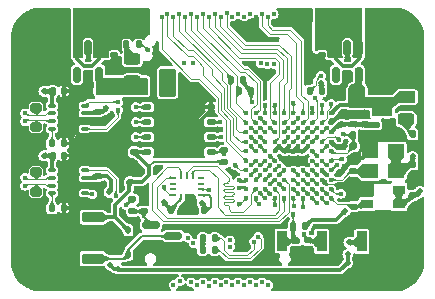
<source format=gtl>
%TF.GenerationSoftware,KiCad,Pcbnew,8.0.7*%
%TF.CreationDate,2025-08-30T11:06:04-07:00*%
%TF.ProjectId,Pivot_Core,5069766f-745f-4436-9f72-652e6b696361,rev?*%
%TF.SameCoordinates,Original*%
%TF.FileFunction,Copper,L1,Top*%
%TF.FilePolarity,Positive*%
%FSLAX46Y46*%
G04 Gerber Fmt 4.6, Leading zero omitted, Abs format (unit mm)*
G04 Created by KiCad (PCBNEW 8.0.7) date 2025-08-30 11:06:04*
%MOMM*%
%LPD*%
G01*
G04 APERTURE LIST*
G04 Aperture macros list*
%AMRoundRect*
0 Rectangle with rounded corners*
0 $1 Rounding radius*
0 $2 $3 $4 $5 $6 $7 $8 $9 X,Y pos of 4 corners*
0 Add a 4 corners polygon primitive as box body*
4,1,4,$2,$3,$4,$5,$6,$7,$8,$9,$2,$3,0*
0 Add four circle primitives for the rounded corners*
1,1,$1+$1,$2,$3*
1,1,$1+$1,$4,$5*
1,1,$1+$1,$6,$7*
1,1,$1+$1,$8,$9*
0 Add four rect primitives between the rounded corners*
20,1,$1+$1,$2,$3,$4,$5,0*
20,1,$1+$1,$4,$5,$6,$7,0*
20,1,$1+$1,$6,$7,$8,$9,0*
20,1,$1+$1,$8,$9,$2,$3,0*%
G04 Aperture macros list end*
%TA.AperFunction,SMDPad,CuDef*%
%ADD10RoundRect,0.140000X0.140000X0.170000X-0.140000X0.170000X-0.140000X-0.170000X0.140000X-0.170000X0*%
%TD*%
%TA.AperFunction,SMDPad,CuDef*%
%ADD11RoundRect,0.135000X-0.185000X0.135000X-0.185000X-0.135000X0.185000X-0.135000X0.185000X0.135000X0*%
%TD*%
%TA.AperFunction,SMDPad,CuDef*%
%ADD12R,1.050000X0.800000*%
%TD*%
%TA.AperFunction,SMDPad,CuDef*%
%ADD13RoundRect,0.140000X0.170000X-0.140000X0.170000X0.140000X-0.170000X0.140000X-0.170000X-0.140000X0*%
%TD*%
%TA.AperFunction,BGAPad,CuDef*%
%ADD14C,0.400000*%
%TD*%
%TA.AperFunction,ComponentPad*%
%ADD15C,3.800000*%
%TD*%
%TA.AperFunction,SMDPad,CuDef*%
%ADD16RoundRect,0.150000X-0.587500X-0.150000X0.587500X-0.150000X0.587500X0.150000X-0.587500X0.150000X0*%
%TD*%
%TA.AperFunction,SMDPad,CuDef*%
%ADD17RoundRect,0.140000X-0.170000X0.140000X-0.170000X-0.140000X0.170000X-0.140000X0.170000X0.140000X0*%
%TD*%
%TA.AperFunction,SMDPad,CuDef*%
%ADD18RoundRect,0.125000X0.250000X0.125000X-0.250000X0.125000X-0.250000X-0.125000X0.250000X-0.125000X0*%
%TD*%
%TA.AperFunction,HeatsinkPad*%
%ADD19R,3.400000X4.300000*%
%TD*%
%TA.AperFunction,SMDPad,CuDef*%
%ADD20RoundRect,0.135000X0.135000X0.185000X-0.135000X0.185000X-0.135000X-0.185000X0.135000X-0.185000X0*%
%TD*%
%TA.AperFunction,SMDPad,CuDef*%
%ADD21RoundRect,0.135000X-0.135000X-0.185000X0.135000X-0.185000X0.135000X0.185000X-0.135000X0.185000X0*%
%TD*%
%TA.AperFunction,SMDPad,CuDef*%
%ADD22R,1.400000X1.200000*%
%TD*%
%TA.AperFunction,SMDPad,CuDef*%
%ADD23RoundRect,0.140000X-0.140000X-0.170000X0.140000X-0.170000X0.140000X0.170000X-0.140000X0.170000X0*%
%TD*%
%TA.AperFunction,SMDPad,CuDef*%
%ADD24RoundRect,0.135000X0.185000X-0.135000X0.185000X0.135000X-0.185000X0.135000X-0.185000X-0.135000X0*%
%TD*%
%TA.AperFunction,SMDPad,CuDef*%
%ADD25R,0.900000X1.700000*%
%TD*%
%TA.AperFunction,SMDPad,CuDef*%
%ADD26RoundRect,0.243750X0.456250X-0.243750X0.456250X0.243750X-0.456250X0.243750X-0.456250X-0.243750X0*%
%TD*%
%TA.AperFunction,SMDPad,CuDef*%
%ADD27RoundRect,0.200000X0.275000X-0.200000X0.275000X0.200000X-0.275000X0.200000X-0.275000X-0.200000X0*%
%TD*%
%TA.AperFunction,SMDPad,CuDef*%
%ADD28RoundRect,0.150000X-0.150000X0.512500X-0.150000X-0.512500X0.150000X-0.512500X0.150000X0.512500X0*%
%TD*%
%TA.AperFunction,SMDPad,CuDef*%
%ADD29RoundRect,0.075000X0.225000X0.075000X-0.225000X0.075000X-0.225000X-0.075000X0.225000X-0.075000X0*%
%TD*%
%TA.AperFunction,ComponentPad*%
%ADD30C,0.500000*%
%TD*%
%TA.AperFunction,HeatsinkPad*%
%ADD31RoundRect,0.080000X0.720000X1.120000X-0.720000X1.120000X-0.720000X-1.120000X0.720000X-1.120000X0*%
%TD*%
%TA.AperFunction,SMDPad,CuDef*%
%ADD32RoundRect,0.112500X-0.112500X0.187500X-0.112500X-0.187500X0.112500X-0.187500X0.112500X0.187500X0*%
%TD*%
%TA.AperFunction,SMDPad,CuDef*%
%ADD33RoundRect,0.090000X0.810000X-0.360000X0.810000X0.360000X-0.810000X0.360000X-0.810000X-0.360000X0*%
%TD*%
%TA.AperFunction,SMDPad,CuDef*%
%ADD34R,0.475000X0.250000*%
%TD*%
%TA.AperFunction,SMDPad,CuDef*%
%ADD35R,0.250000X0.475000*%
%TD*%
%TA.AperFunction,SMDPad,CuDef*%
%ADD36RoundRect,0.243750X-0.456250X0.243750X-0.456250X-0.243750X0.456250X-0.243750X0.456250X0.243750X0*%
%TD*%
%TA.AperFunction,ViaPad*%
%ADD37C,0.500000*%
%TD*%
%TA.AperFunction,ViaPad*%
%ADD38C,0.400000*%
%TD*%
%TA.AperFunction,Conductor*%
%ADD39C,0.300000*%
%TD*%
%TA.AperFunction,Conductor*%
%ADD40C,0.200000*%
%TD*%
%TA.AperFunction,Conductor*%
%ADD41C,0.100000*%
%TD*%
%TA.AperFunction,Conductor*%
%ADD42C,0.400000*%
%TD*%
G04 APERTURE END LIST*
D10*
%TO.P,C7,1*%
%TO.N,DVCC_Core*%
X158825000Y-85050000D03*
%TO.P,C7,2*%
%TO.N,GND*%
X157865000Y-85050000D03*
%TD*%
D11*
%TO.P,R12,1*%
%TO.N,QSPI_CS*%
X148050000Y-90070000D03*
%TO.P,R12,2*%
%TO.N,DVCC_Periph*%
X148050000Y-91090000D03*
%TD*%
D12*
%TO.P,Y2,1,~{ST}/EN*%
%TO.N,DVCC_Core*%
X162830000Y-93410000D03*
%TO.P,Y2,2,GND*%
%TO.N,GND*%
X160180000Y-93410000D03*
%TO.P,Y2,3,OUT*%
%TO.N,Net-(U1-PC14)*%
X160180000Y-94610000D03*
%TO.P,Y2,4,VCC*%
%TO.N,DVCC_Core*%
X162830000Y-94610000D03*
%TD*%
D13*
%TO.P,C11,1*%
%TO.N,GND*%
X154120000Y-98680000D03*
%TO.P,C11,2*%
%TO.N,NRST*%
X154120000Y-97720000D03*
%TD*%
D14*
%TO.P,U1,A1,PC14*%
%TO.N,Net-(U1-PC14)*%
X157120000Y-94140000D03*
%TO.P,U1,A2,PC13*%
%TO.N,PC13_GPIO*%
X156320000Y-94140000D03*
%TO.P,U1,A3,PE2*%
%TO.N,PE2_GPIO*%
X155520000Y-94140000D03*
%TO.P,U1,A4,PB9*%
%TO.N,FDCAN1_TX*%
X154720000Y-94140000D03*
%TO.P,U1,A5,PB7*%
%TO.N,PB7_TIM4_CH2*%
X153920000Y-94140000D03*
%TO.P,U1,A6,PB4*%
%TO.N,IMU_SPI3_MISO*%
X153120000Y-94140000D03*
%TO.P,U1,A7,PB3*%
%TO.N,PB3_TIM2_CH2*%
X152320000Y-94140000D03*
%TO.P,U1,A8,PA15*%
%TO.N,PA15_TIM2_CH1*%
X151520000Y-94140000D03*
%TO.P,U1,A9,PA14*%
%TO.N,SWCLK*%
X150720000Y-94140000D03*
%TO.P,U1,A10,PA13*%
%TO.N,SWDIO*%
X149920000Y-94140000D03*
%TO.P,U1,B1,PC15*%
%TO.N,PC15_GPIO*%
X157120000Y-93340000D03*
%TO.P,U1,B2,VBAT*%
%TO.N,Net-(U1-VBAT)*%
X156320000Y-93340000D03*
%TO.P,U1,B3,PE3*%
%TO.N,PE3_GPIO*%
X155520000Y-93340000D03*
%TO.P,U1,B4,PB8*%
%TO.N,FDCAN1_RX*%
X154720000Y-93340000D03*
%TO.P,U1,B5,PB6*%
%TO.N,FDCAN2_TX*%
X153920000Y-93340000D03*
%TO.P,U1,B6,PD5*%
%TO.N,LED_GREEN*%
X153120000Y-93340000D03*
%TO.P,U1,B7,PD2*%
%TO.N,IMU_SPI3_CS*%
X152320000Y-93340000D03*
%TO.P,U1,B8,PC11*%
%TO.N,QSPI_CS*%
X151520000Y-93340000D03*
%TO.P,U1,B9,PC10*%
%TO.N,IMU_SPI3_CLK*%
X150720000Y-93340000D03*
%TO.P,U1,B10,PA12*%
%TO.N,USB_D+*%
X149920000Y-93340000D03*
%TO.P,U1,C1,PH0*%
%TO.N,Net-(U1-PH0)*%
X157120000Y-92540000D03*
%TO.P,U1,C2,VSS*%
%TO.N,GND*%
X156320000Y-92540000D03*
%TO.P,U1,C3,PE4*%
%TO.N,PE4_GPIO*%
X155520000Y-92540000D03*
%TO.P,U1,C4,PE1*%
%TO.N,UART8_TX*%
X154720000Y-92540000D03*
%TO.P,U1,C5,PB5*%
%TO.N,FDCAN2_RX*%
X153920000Y-92540000D03*
%TO.P,U1,C6,PD6*%
%TO.N,IMU_SPI3_MOSI*%
X153120000Y-92540000D03*
%TO.P,U1,C7,PD3*%
%TO.N,SPI2_CLK*%
X152320000Y-92540000D03*
%TO.P,U1,C8,PC12*%
%TO.N,IMU_INT2*%
X151520000Y-92540000D03*
%TO.P,U1,C9,PA9*%
%TO.N,Buzzer_PWM*%
X150720000Y-92540000D03*
%TO.P,U1,C10,PA11*%
%TO.N,USB_D-*%
X149920000Y-92540000D03*
%TO.P,U1,D1,PH1*%
%TO.N,SPI2_CS*%
X157120000Y-91740000D03*
%TO.P,U1,D2,VDD*%
%TO.N,DVCC_Core*%
X156320000Y-91740000D03*
%TO.P,U1,D3,PE5*%
%TO.N,PE5_TIM15_CH1*%
X155520000Y-91740000D03*
%TO.P,U1,D4,PE0*%
%TO.N,UART8_RX*%
X154720000Y-91740000D03*
%TO.P,U1,D5,BOOT0*%
%TO.N,BOOT0*%
X153920000Y-91740000D03*
%TO.P,U1,D6,PD7*%
%TO.N,SPI1_MOSI*%
X153120000Y-91740000D03*
%TO.P,U1,D7,PD4*%
%TO.N,SPI1_CS*%
X152320000Y-91740000D03*
%TO.P,U1,D8,PD0*%
%TO.N,UART4_RX*%
X151520000Y-91740000D03*
%TO.P,U1,D9,PA8*%
%TO.N,I2C3_SCL*%
X150720000Y-91740000D03*
%TO.P,U1,D10,PA10*%
%TO.N,PA10_TIM1_CH3*%
X149920000Y-91740000D03*
%TO.P,U1,E1,NRST*%
%TO.N,NRST*%
X157120000Y-90940000D03*
%TO.P,U1,E2,PC2_C*%
%TO.N,SPI2_MISO*%
X156320000Y-90940000D03*
%TO.P,U1,E3,PE6*%
%TO.N,PE6_TIM15_CH2*%
X155520000Y-90940000D03*
%TO.P,U1,E4,VSS*%
%TO.N,GND*%
X154720000Y-90940000D03*
%TO.P,U1,E5,VSS*%
X153920000Y-90940000D03*
%TO.P,U1,E6,VSS*%
X153120000Y-90940000D03*
%TO.P,U1,E7,VCAP*%
%TO.N,Net-(C23-Pad2)*%
X152320000Y-90940000D03*
%TO.P,U1,E8,PD1*%
%TO.N,UART4_TX*%
X151520000Y-90940000D03*
%TO.P,U1,E9,PC9*%
%TO.N,I2C3_SDA*%
X150720000Y-90940000D03*
%TO.P,U1,E10,PC7*%
%TO.N,UART6_RX*%
X149920000Y-90940000D03*
%TO.P,U1,F1,PC0*%
%TO.N,TEMP_Sense*%
X157120000Y-90140000D03*
%TO.P,U1,F2,PC1*%
%TO.N,ETH_MDC*%
X156320000Y-90140000D03*
%TO.P,U1,F3,PC3_C*%
%TO.N,SPI2_MOSI*%
X155520000Y-90140000D03*
%TO.P,U1,F4,VDDLDO*%
%TO.N,DVCC_Core*%
X154720000Y-90140000D03*
%TO.P,U1,F5,VDD*%
X153920000Y-90140000D03*
%TO.P,U1,F6,VDD33_USB*%
X153120000Y-90140000D03*
%TO.P,U1,F7,PDR_ON*%
X152320000Y-90140000D03*
%TO.P,U1,F8,VCAP*%
%TO.N,Net-(C22-Pad2)*%
X151520000Y-90140000D03*
%TO.P,U1,F9,PC8*%
%TO.N,PC8_TIM3_CH3*%
X150720000Y-90140000D03*
%TO.P,U1,F10,PC6*%
%TO.N,UART6_TX*%
X149920000Y-90140000D03*
%TO.P,U1,G1,VSSA*%
%TO.N,GND*%
X157120000Y-89340000D03*
%TO.P,U1,G2,PA0*%
%TO.N,PA0_ADC1_INP16*%
X156320000Y-89340000D03*
%TO.P,U1,G3,PA4*%
%TO.N,PA4_ADC2_INP18*%
X155520000Y-89340000D03*
%TO.P,U1,G4,PC4*%
%TO.N,ETH_RXD0*%
X154720000Y-89340000D03*
%TO.P,U1,G5,PB2*%
%TO.N,QSPI_CLK*%
X153920000Y-89340000D03*
%TO.P,U1,G6,PE10*%
%TO.N,QSPI_IO3*%
X153120000Y-89340000D03*
%TO.P,U1,G7,PE14*%
%TO.N,SPI4_MOSI*%
X152320000Y-89340000D03*
%TO.P,U1,G8,PD15*%
%TO.N,PD15_TIM4_CH4*%
X151520000Y-89340000D03*
%TO.P,U1,G9,PD11*%
%TO.N,PD11_GPIO*%
X150720000Y-89340000D03*
%TO.P,U1,G10,PB15*%
%TO.N,UART1_RX*%
X149920000Y-89340000D03*
%TO.P,U1,H1,VDDA*%
%TO.N,AVCC*%
X157120000Y-88540000D03*
%TO.P,U1,H2,PA1*%
%TO.N,ETH_REF_CLK*%
X156320000Y-88540000D03*
%TO.P,U1,H3,PA5*%
%TO.N,SPI1_CLK*%
X155520000Y-88540000D03*
%TO.P,U1,H4,PC5*%
%TO.N,ETH_RXD1*%
X154720000Y-88540000D03*
%TO.P,U1,H5,PE7*%
%TO.N,QSPI_IO0*%
X153920000Y-88540000D03*
%TO.P,U1,H6,PE11*%
%TO.N,PE11_GPIO*%
X153120000Y-88540000D03*
%TO.P,U1,H7,PE15*%
%TO.N,PE15_GPIO*%
X152320000Y-88540000D03*
%TO.P,U1,H8,PD14*%
%TO.N,PD14_TIM4_CH3*%
X151520000Y-88540000D03*
%TO.P,U1,H9,PD10*%
%TO.N,IMU_INT1*%
X150720000Y-88540000D03*
%TO.P,U1,H10,PB14*%
%TO.N,UART1_TX*%
X149920000Y-88540000D03*
%TO.P,U1,J1,VSS*%
%TO.N,GND*%
X157120000Y-87740000D03*
%TO.P,U1,J2,PA2*%
%TO.N,ETH_MDIO*%
X156320000Y-87740000D03*
%TO.P,U1,J3,PA6*%
%TO.N,SPI1_MISO*%
X155520000Y-87740000D03*
%TO.P,U1,J4,PB0*%
%TO.N,PB0_ADC2_INP9*%
X154720000Y-87740000D03*
%TO.P,U1,J5,PE8*%
%TO.N,QSPI_IO1*%
X153920000Y-87740000D03*
%TO.P,U1,J6,PE12*%
%TO.N,SPI4_CLK*%
X153120000Y-87740000D03*
%TO.P,U1,J7,PB10*%
%TO.N,SPI4_CS*%
X152320000Y-87740000D03*
%TO.P,U1,J8,PB13*%
%TO.N,ETH_TXD1*%
X151520000Y-87740000D03*
%TO.P,U1,J9,PD9*%
%TO.N,UART3_RX*%
X150720000Y-87740000D03*
%TO.P,U1,J10,PD13*%
%TO.N,I2C4_SDA*%
X149920000Y-87740000D03*
%TO.P,U1,K1,VDD*%
%TO.N,DVCC_Core*%
X157120000Y-86940000D03*
%TO.P,U1,K2,PA3*%
%TO.N,PA3_ADC1_INP15*%
X156320000Y-86940000D03*
%TO.P,U1,K3,PA7*%
%TO.N,ETH_CRS_DV*%
X155520000Y-86940000D03*
%TO.P,U1,K4,PB1*%
%TO.N,PB1_ADC1_INP5*%
X154720000Y-86940000D03*
%TO.P,U1,K5,PE9*%
%TO.N,QSPI_IO2*%
X153920000Y-86940000D03*
%TO.P,U1,K6,PE13*%
%TO.N,SPI4_MISO*%
X153120000Y-86940000D03*
%TO.P,U1,K7,PB11*%
%TO.N,ETH_TX_EN*%
X152320000Y-86940000D03*
%TO.P,U1,K8,PB12*%
%TO.N,ETH_TXD0*%
X151520000Y-86940000D03*
%TO.P,U1,K9,PD8*%
%TO.N,UART3_TX*%
X150720000Y-86940000D03*
%TO.P,U1,K10,PD12*%
%TO.N,I2C4_SCL*%
X149920000Y-86940000D03*
%TD*%
D15*
%TO.P,H1,1,1*%
%TO.N,GND*%
X132500000Y-80500000D03*
%TD*%
D13*
%TO.P,C14,1*%
%TO.N,GND*%
X164000000Y-94830000D03*
%TO.P,C14,2*%
%TO.N,DVCC_Core*%
X164000000Y-93870000D03*
%TD*%
D16*
%TO.P,Q1,1,G*%
%TO.N,Net-(Q1-G)*%
X141872500Y-96383274D03*
%TO.P,Q1,2,S*%
%TO.N,GND*%
X141872500Y-98283274D03*
%TO.P,Q1,3,D*%
%TO.N,Net-(BZ1--)*%
X143747500Y-97333274D03*
%TD*%
D17*
%TO.P,C17,1*%
%TO.N,5V_VIN*%
X138750000Y-81042500D03*
%TO.P,C17,2*%
%TO.N,GND*%
X138750000Y-82002500D03*
%TD*%
D18*
%TO.P,U2,1,~{CS}*%
%TO.N,QSPI_CS*%
X146930000Y-90210000D03*
%TO.P,U2,2,DO(IO1)*%
%TO.N,QSPI_IO1*%
X146930000Y-88940000D03*
%TO.P,U2,3,IO2*%
%TO.N,QSPI_IO2*%
X146930000Y-87670000D03*
%TO.P,U2,4,GND*%
%TO.N,GND*%
X146930000Y-86400000D03*
D19*
X144230000Y-88305000D03*
D18*
%TO.P,U2,5,DI(IO0)*%
%TO.N,QSPI_IO0*%
X141530000Y-86400000D03*
%TO.P,U2,6,CLK*%
%TO.N,QSPI_CLK*%
X141530000Y-87670000D03*
%TO.P,U2,7,IO3*%
%TO.N,QSPI_IO3*%
X141530000Y-88940000D03*
%TO.P,U2,8,VCC*%
%TO.N,DVCC_Periph*%
X141530000Y-90210000D03*
%TD*%
D13*
%TO.P,C12,1*%
%TO.N,GND*%
X163990000Y-92240000D03*
%TO.P,C12,2*%
%TO.N,DVCC_Core*%
X163990000Y-91280000D03*
%TD*%
D20*
%TO.P,R13,1*%
%TO.N,DVCC_Core*%
X149630000Y-84070000D03*
%TO.P,R13,2*%
%TO.N,I2C4_SDA*%
X148610000Y-84070000D03*
%TD*%
D21*
%TO.P,R9,1*%
%TO.N,NRST*%
X153890000Y-96500000D03*
%TO.P,R9,2*%
%TO.N,DVCC_Core*%
X154910000Y-96500000D03*
%TD*%
D15*
%TO.P,H2,1,1*%
%TO.N,GND*%
X132500000Y-99500000D03*
%TD*%
D17*
%TO.P,C1,1*%
%TO.N,DVCC_Periph*%
X140420000Y-90210000D03*
%TO.P,C1,2*%
%TO.N,GND*%
X140420000Y-91170000D03*
%TD*%
D22*
%TO.P,Y1,1,~{ST}/EN*%
%TO.N,DVCC_Core*%
X162600000Y-90120000D03*
%TO.P,Y1,2,GND*%
%TO.N,GND*%
X160400000Y-90120000D03*
%TO.P,Y1,3,OUT*%
%TO.N,Net-(U1-PH0)*%
X160400000Y-91820000D03*
%TO.P,Y1,4,VCC*%
%TO.N,DVCC_Core*%
X162600000Y-91820000D03*
%TD*%
D23*
%TO.P,C5,1*%
%TO.N,DVCC_Periph*%
X133520000Y-90505000D03*
%TO.P,C5,2*%
%TO.N,GND*%
X134480000Y-90505000D03*
%TD*%
D24*
%TO.P,R3,1*%
%TO.N,Net-(Q1-G)*%
X140290000Y-95220000D03*
%TO.P,R3,2*%
%TO.N,Buzzer_PWM*%
X140290000Y-94200000D03*
%TD*%
D17*
%TO.P,C9,1*%
%TO.N,5V_VIN*%
X137340000Y-86785089D03*
%TO.P,C9,2*%
%TO.N,GND*%
X137340000Y-87745089D03*
%TD*%
D20*
%TO.P,R5,1*%
%TO.N,GND*%
X159970000Y-88780000D03*
%TO.P,R5,2*%
%TO.N,TEMP_Sense*%
X158950000Y-88780000D03*
%TD*%
D25*
%TO.P,SW2(B3U-1000)1,1,1*%
%TO.N,BOOT0*%
X156300000Y-97770000D03*
%TO.P,SW2(B3U-1000)1,2,2*%
%TO.N,DVCC_Core*%
X159700000Y-97770000D03*
%TD*%
D26*
%TO.P,D1,1,K*%
%TO.N,Net-(D1-K)*%
X163460000Y-87437500D03*
%TO.P,D1,2,A*%
%TO.N,DVCC_Core*%
X163460000Y-85562500D03*
%TD*%
D23*
%TO.P,C16,1*%
%TO.N,DVCC_Core*%
X159700000Y-85050000D03*
%TO.P,C16,2*%
%TO.N,GND*%
X160660000Y-85050000D03*
%TD*%
D11*
%TO.P,FB1,1*%
%TO.N,DVCC_Core*%
X160900000Y-86890000D03*
%TO.P,FB1,2*%
%TO.N,AVCC*%
X160900000Y-87910000D03*
%TD*%
D13*
%TO.P,C13,1*%
%TO.N,GND*%
X159000000Y-92780000D03*
%TO.P,C13,2*%
%TO.N,Net-(U1-PH0)*%
X159000000Y-91820000D03*
%TD*%
D17*
%TO.P,C33,1*%
%TO.N,GND*%
X159950000Y-86900000D03*
%TO.P,C33,2*%
%TO.N,AVCC*%
X159950000Y-87860000D03*
%TD*%
D20*
%TO.P,R1,1*%
%TO.N,Net-(D1-K)*%
X164010000Y-88710000D03*
%TO.P,R1,2*%
%TO.N,GND*%
X162990000Y-88710000D03*
%TD*%
D21*
%TO.P,R2,1*%
%TO.N,Net-(D2-K)*%
X139780000Y-81080000D03*
%TO.P,R2,2*%
%TO.N,LED_GREEN*%
X140800000Y-81080000D03*
%TD*%
%TO.P,R8,1*%
%TO.N,Net-(U7-S)*%
X133470000Y-94955000D03*
%TO.P,R8,2*%
%TO.N,GND*%
X134490000Y-94955000D03*
%TD*%
D27*
%TO.P,R7,1*%
%TO.N,CAN2+*%
X132110000Y-88097589D03*
%TO.P,R7,2*%
%TO.N,CAN2-*%
X132110000Y-86447589D03*
%TD*%
D15*
%TO.P,H4,1,1*%
%TO.N,GND*%
X162500000Y-99500000D03*
%TD*%
D10*
%TO.P,C2,1*%
%TO.N,DVCC_Periph*%
X146370000Y-95092500D03*
%TO.P,C2,2*%
%TO.N,GND*%
X145410000Y-95092500D03*
%TD*%
D21*
%TO.P,R16,1*%
%TO.N,DVCC_Core*%
X146220000Y-98480000D03*
%TO.P,R16,2*%
%TO.N,I2C3_SDA*%
X147240000Y-98480000D03*
%TD*%
D28*
%TO.P,U9,1,IN*%
%TO.N,5V_VIN*%
X137487500Y-81400000D03*
%TO.P,U9,2,GND*%
%TO.N,GND*%
X136537500Y-81400000D03*
%TO.P,U9,3,EN*%
%TO.N,5V_VIN*%
X135587500Y-81400000D03*
%TO.P,U9,4,NC*%
%TO.N,unconnected-(U9-NC-Pad4)*%
X135587500Y-83675000D03*
%TO.P,U9,5,OUT*%
%TO.N,DVCC_Periph*%
X137487500Y-83675000D03*
%TD*%
D29*
%TO.P,U7,1,TXD*%
%TO.N,FDCAN1_TX*%
X136270000Y-93705000D03*
%TO.P,U7,2,GND*%
%TO.N,GND*%
X136270000Y-93055000D03*
D30*
X135420000Y-92730000D03*
X134870000Y-93680000D03*
D31*
X134870000Y-92730000D03*
D30*
X134870000Y-91780000D03*
X134320000Y-92730000D03*
D29*
%TO.P,U7,3,VCC*%
%TO.N,5V_VIN*%
X136270000Y-92405000D03*
%TO.P,U7,4,RXD*%
%TO.N,FDCAN1_RX*%
X136270000Y-91755000D03*
%TO.P,U7,5,VIO*%
%TO.N,DVCC_Periph*%
X133470000Y-91755000D03*
%TO.P,U7,6,CANL*%
%TO.N,CAN1-*%
X133470000Y-92405000D03*
%TO.P,U7,7,CANH*%
%TO.N,CAN1+*%
X133470000Y-93055000D03*
%TO.P,U7,8,S*%
%TO.N,Net-(U7-S)*%
X133470000Y-93705000D03*
%TD*%
D28*
%TO.P,U8,1,IN*%
%TO.N,5V_VIN*%
X159440000Y-81395000D03*
%TO.P,U8,2,GND*%
%TO.N,GND*%
X158490000Y-81395000D03*
%TO.P,U8,3,EN*%
%TO.N,5V_VIN*%
X157540000Y-81395000D03*
%TO.P,U8,4,NC*%
%TO.N,unconnected-(U8-NC-Pad4)*%
X157540000Y-83670000D03*
%TO.P,U8,5,OUT*%
%TO.N,DVCC_Core*%
X159440000Y-83670000D03*
%TD*%
D20*
%TO.P,TH1,1*%
%TO.N,AVCC*%
X156298949Y-85060000D03*
%TO.P,TH1,2*%
%TO.N,TEMP_Sense*%
X155278949Y-85060000D03*
%TD*%
D32*
%TO.P,D3,1,K*%
%TO.N,DVCC_Periph*%
X139920000Y-96830000D03*
%TO.P,D3,2,A*%
%TO.N,Net-(BZ1--)*%
X139920000Y-98930000D03*
%TD*%
D17*
%TO.P,C32,1*%
%TO.N,GND*%
X159000000Y-86900000D03*
%TO.P,C32,2*%
%TO.N,AVCC*%
X159000000Y-87860000D03*
%TD*%
D23*
%TO.P,C10,1*%
%TO.N,DVCC_Periph*%
X133520000Y-85055089D03*
%TO.P,C10,2*%
%TO.N,GND*%
X134480000Y-85055089D03*
%TD*%
D33*
%TO.P,BZ1,1,+*%
%TO.N,DVCC_Periph*%
X136940000Y-95727500D03*
%TO.P,BZ1,2,-*%
%TO.N,Net-(BZ1--)*%
X136940000Y-99227500D03*
%TD*%
D34*
%TO.P,U3,1,SDO*%
%TO.N,IMU_SPI3_MISO*%
X143737500Y-92380000D03*
%TO.P,U3,2,ASDX*%
%TO.N,unconnected-(U3-ASDX-Pad2)*%
X143737500Y-92880000D03*
%TO.P,U3,3,ASCX*%
%TO.N,unconnected-(U3-ASCX-Pad3)*%
X143737500Y-93380000D03*
%TO.P,U3,4,INT1*%
%TO.N,IMU_INT1*%
X143737500Y-93880000D03*
D35*
%TO.P,U3,5,VDDIO*%
%TO.N,DVCC_Periph*%
X144400000Y-94042500D03*
%TO.P,U3,6,GNDIO*%
%TO.N,GND*%
X144900000Y-94042500D03*
%TO.P,U3,7,GND*%
X145400000Y-94042500D03*
D34*
%TO.P,U3,8,VDD*%
%TO.N,DVCC_Periph*%
X146062500Y-93880000D03*
%TO.P,U3,9,INT2*%
%TO.N,IMU_INT2*%
X146062500Y-93380000D03*
%TO.P,U3,10,OSCB*%
%TO.N,unconnected-(U3-OSCB-Pad10)*%
X146062500Y-92880000D03*
%TO.P,U3,11,OSDO*%
%TO.N,unconnected-(U3-OSDO-Pad11)*%
X146062500Y-92380000D03*
D35*
%TO.P,U3,12,CSB*%
%TO.N,IMU_SPI3_CS*%
X145400000Y-92217500D03*
%TO.P,U3,13,SCX*%
%TO.N,IMU_SPI3_CLK*%
X144900000Y-92217500D03*
%TO.P,U3,14,SDX*%
%TO.N,IMU_SPI3_MOSI*%
X144400000Y-92217500D03*
%TD*%
D17*
%TO.P,C6,1*%
%TO.N,5V_VIN*%
X156330000Y-81010000D03*
%TO.P,C6,2*%
%TO.N,GND*%
X156330000Y-81970000D03*
%TD*%
D25*
%TO.P,SW1(B3U-1000)1,1,1*%
%TO.N,NRST*%
X152990000Y-97750000D03*
%TO.P,SW1(B3U-1000)1,2,2*%
%TO.N,GND*%
X149590000Y-97750000D03*
%TD*%
D27*
%TO.P,R11,1*%
%TO.N,CAN1+*%
X132110000Y-93567500D03*
%TO.P,R11,2*%
%TO.N,CAN1-*%
X132110000Y-91917500D03*
%TD*%
D23*
%TO.P,C3,1*%
%TO.N,DVCC_Periph*%
X143580000Y-95092500D03*
%TO.P,C3,2*%
%TO.N,GND*%
X144540000Y-95092500D03*
%TD*%
D17*
%TO.P,C15,1*%
%TO.N,GND*%
X159020000Y-93870000D03*
%TO.P,C15,2*%
%TO.N,Net-(U1-PC14)*%
X159020000Y-94830000D03*
%TD*%
D21*
%TO.P,R15,1*%
%TO.N,I2C4_SCL*%
X149310000Y-85040000D03*
%TO.P,R15,2*%
%TO.N,DVCC_Core*%
X150330000Y-85040000D03*
%TD*%
D29*
%TO.P,U5,1,TXD*%
%TO.N,FDCAN2_TX*%
X136270000Y-88235089D03*
%TO.P,U5,2,GND*%
%TO.N,GND*%
X136270000Y-87585089D03*
D30*
X135420000Y-87260089D03*
X134870000Y-88210089D03*
D31*
X134870000Y-87260089D03*
D30*
X134870000Y-86310089D03*
X134320000Y-87260089D03*
D29*
%TO.P,U5,3,VCC*%
%TO.N,5V_VIN*%
X136270000Y-86935089D03*
%TO.P,U5,4,RXD*%
%TO.N,FDCAN2_RX*%
X136270000Y-86285089D03*
%TO.P,U5,5,VIO*%
%TO.N,DVCC_Periph*%
X133470000Y-86285089D03*
%TO.P,U5,6,CANL*%
%TO.N,CAN2-*%
X133470000Y-86935089D03*
%TO.P,U5,7,CANH*%
%TO.N,CAN2+*%
X133470000Y-87585089D03*
%TO.P,U5,8,S*%
%TO.N,Net-(U5-S)*%
X133470000Y-88235089D03*
%TD*%
D20*
%TO.P,R14,1*%
%TO.N,I2C3_SCL*%
X147240000Y-97520000D03*
%TO.P,R14,2*%
%TO.N,DVCC_Core*%
X146220000Y-97520000D03*
%TD*%
D36*
%TO.P,D2,1,K*%
%TO.N,Net-(D2-K)*%
X140280000Y-82340000D03*
%TO.P,D2,2,A*%
%TO.N,DVCC_Periph*%
X140280000Y-84215000D03*
%TD*%
D21*
%TO.P,R6,1*%
%TO.N,Net-(U5-S)*%
X133470000Y-89485089D03*
%TO.P,R6,2*%
%TO.N,GND*%
X134490000Y-89485089D03*
%TD*%
D13*
%TO.P,C18,1*%
%TO.N,DVCC_Periph*%
X138700000Y-84160000D03*
%TO.P,C18,2*%
%TO.N,GND*%
X138700000Y-83200000D03*
%TD*%
D17*
%TO.P,C4,1*%
%TO.N,5V_VIN*%
X137330000Y-92250000D03*
%TO.P,C4,2*%
%TO.N,GND*%
X137330000Y-93210000D03*
%TD*%
D15*
%TO.P,H3,1,1*%
%TO.N,GND*%
X162500000Y-80500000D03*
%TD*%
D24*
%TO.P,R10,1*%
%TO.N,GND*%
X155150000Y-98710000D03*
%TO.P,R10,2*%
%TO.N,BOOT0*%
X155150000Y-97690000D03*
%TD*%
D10*
%TO.P,C19,1*%
%TO.N,DVCC_Periph*%
X137490000Y-85050000D03*
%TO.P,C19,2*%
%TO.N,GND*%
X136530000Y-85050000D03*
%TD*%
D24*
%TO.P,R4,1*%
%TO.N,Net-(Q1-G)*%
X141240000Y-95220000D03*
%TO.P,R4,2*%
%TO.N,GND*%
X141240000Y-94200000D03*
%TD*%
D17*
%TO.P,C8,1*%
%TO.N,TEMP_Sense*%
X159000000Y-89720000D03*
%TO.P,C8,2*%
%TO.N,GND*%
X159000000Y-90680000D03*
%TD*%
D13*
%TO.P,C34,1*%
%TO.N,GND*%
X161850000Y-87860000D03*
%TO.P,C34,2*%
%TO.N,DVCC_Core*%
X161850000Y-86900000D03*
%TD*%
D37*
%TO.N,GND*%
X158505735Y-82338750D03*
X138900000Y-101200000D03*
D38*
X150746675Y-78747977D03*
D37*
X161480000Y-88770000D03*
X163990000Y-93040000D03*
X135520000Y-85750000D03*
X137700000Y-89200000D03*
X144900000Y-98600000D03*
X130500000Y-97000000D03*
D38*
X154320000Y-91340000D03*
D37*
X160660000Y-84320000D03*
X162235000Y-88770000D03*
X154910000Y-98480000D03*
X160725000Y-88770000D03*
X130500000Y-85000000D03*
X130500000Y-89000000D03*
X152030000Y-97410000D03*
X164275000Y-95590000D03*
X156340000Y-82560000D03*
X143300000Y-98600000D03*
D38*
X148450000Y-96992893D03*
D37*
X145635760Y-85364240D03*
X144414304Y-85364240D03*
D38*
X157779999Y-92940919D03*
D37*
X136700000Y-90600000D03*
D38*
X144740000Y-101610000D03*
D37*
X145270000Y-94560000D03*
D38*
X155120000Y-91340000D03*
D37*
X148900000Y-92000000D03*
X158240000Y-89730000D03*
X158330000Y-84120000D03*
X135700000Y-90600000D03*
X146080000Y-86520000D03*
D38*
X153520000Y-91340000D03*
D37*
X140836446Y-93363554D03*
X136700000Y-89200000D03*
X144100000Y-98600000D03*
X134260000Y-84150000D03*
X131900000Y-90800000D03*
X131900000Y-90000000D03*
D38*
X150530000Y-82700000D03*
D37*
X161390000Y-85050000D03*
X137700000Y-90600000D03*
X130500000Y-83000000D03*
X134900000Y-101200000D03*
X135700000Y-89200000D03*
X136900000Y-101200000D03*
X136550000Y-81250000D03*
X162900000Y-95800000D03*
X137880000Y-92990000D03*
X161710000Y-96020000D03*
X130500000Y-91000000D03*
X130500000Y-95000000D03*
X134190000Y-95700000D03*
X159220000Y-93300000D03*
X159950000Y-86900000D03*
X138072384Y-87300913D03*
X131900000Y-89200000D03*
X162900000Y-96800000D03*
X140900000Y-101200000D03*
X143010000Y-101210000D03*
X140813554Y-91806446D03*
D38*
X135150000Y-90470000D03*
D37*
X140760000Y-99190000D03*
X142300000Y-91600000D03*
D38*
%TO.N,DVCC_Core*%
X156720000Y-92140000D03*
D37*
X158280000Y-95190000D03*
D38*
X150370000Y-85990000D03*
X154320000Y-89740000D03*
X155120000Y-89740000D03*
D37*
X164000000Y-90580000D03*
X158600000Y-97860000D03*
X164630000Y-93540000D03*
X160620000Y-85990000D03*
D38*
X152720000Y-89740000D03*
D37*
X146220000Y-98010000D03*
X159140000Y-85990000D03*
D38*
X153520000Y-89740000D03*
D37*
X159890000Y-86000000D03*
%TO.N,5V_VIN*%
X143600000Y-85240000D03*
X138080000Y-86460000D03*
X136540000Y-79570000D03*
X157750000Y-80410000D03*
X142900000Y-85230000D03*
X137270000Y-78810000D03*
X141100000Y-79980000D03*
X157740000Y-78780000D03*
D38*
X143750000Y-84000000D03*
D37*
X141100000Y-79250000D03*
X141090000Y-78520000D03*
X158490000Y-78780000D03*
X135780000Y-78810000D03*
D38*
X142750000Y-84000000D03*
D37*
X137280000Y-80350000D03*
X159230000Y-80410000D03*
X158500000Y-79540000D03*
X157750000Y-79540000D03*
X136530000Y-78810000D03*
X135790000Y-79570000D03*
X159240000Y-79540000D03*
X137280000Y-79570000D03*
X135800000Y-80350000D03*
X138293093Y-93615985D03*
D38*
X143250000Y-84000000D03*
D37*
X159230000Y-78780000D03*
D38*
%TO.N,TEMP_Sense*%
X156248151Y-83741347D03*
X158150000Y-88720000D03*
%TO.N,Buzzer_PWM*%
X139720000Y-94680000D03*
X151119999Y-92143037D03*
D37*
%TO.N,AVCC*%
X156290000Y-84390001D03*
X157950000Y-87860000D03*
D38*
%TO.N,QSPI_IO0*%
X140580000Y-86400000D03*
X154320000Y-88140000D03*
%TO.N,QSPI_IO3*%
X140580000Y-88940000D03*
X153497490Y-88940001D03*
%TO.N,QSPI_CLK*%
X140580000Y-87670000D03*
X154320000Y-88940000D03*
%TO.N,QSPI_IO2*%
X153920000Y-86060000D03*
X147690000Y-87670000D03*
%TO.N,QSPI_IO1*%
X154320000Y-87340000D03*
X147755685Y-88940001D03*
%TO.N,QSPI_CS*%
X151920000Y-93762505D03*
X148050000Y-90380000D03*
D37*
%TO.N,DVCC_Periph*%
X146200000Y-94490000D03*
X132780000Y-90520000D03*
X142940000Y-94470000D03*
X132780000Y-85070000D03*
X141240000Y-85040000D03*
X139760000Y-85040000D03*
X140510000Y-85050000D03*
X140025000Y-92707892D03*
D38*
%TO.N,FDCAN1_RX*%
X138869948Y-93915553D03*
X155120000Y-93740000D03*
%TO.N,FDCAN1_TX*%
X154730000Y-94830000D03*
X136890000Y-93780000D03*
%TO.N,NRST*%
X158030000Y-90830000D03*
X153871336Y-95461217D03*
%TO.N,BOOT0*%
X154802406Y-97170000D03*
X154320000Y-92140000D03*
%TO.N,CAN1+*%
X145447488Y-97947488D03*
X131185000Y-93080000D03*
%TO.N,CAN1-*%
X131185000Y-92380000D03*
X144952512Y-97452512D03*
%TO.N,FDCAN2_TX*%
X154320000Y-93740000D03*
X139070000Y-86660000D03*
%TO.N,FDCAN2_RX*%
X154320000Y-92940000D03*
X139060000Y-85990000D03*
D37*
%TO.N,Net-(BT1-+)*%
X158500000Y-99600000D03*
X139050000Y-100110000D03*
X158510000Y-98880000D03*
X138400000Y-99777500D03*
D38*
%TO.N,Net-(C22-Pad2)*%
X151120000Y-89740000D03*
%TO.N,USB_D-*%
X149320000Y-92615000D03*
%TO.N,IMU_INT1*%
X150342509Y-88140000D03*
X142950000Y-93148185D03*
%TO.N,USB_D+*%
X149320000Y-93265000D03*
%TO.N,IMU_INT2*%
X146790000Y-93382500D03*
X151920000Y-92151105D03*
%TO.N,Net-(U1-VBAT)*%
X156720000Y-93740000D03*
%TO.N,I2C4_SDA*%
X144746675Y-78747977D03*
%TO.N,I2C3_SCL*%
X150579988Y-97794257D03*
X150303827Y-92133928D03*
%TO.N,I2C4_SCL*%
X145248047Y-78521861D03*
%TO.N,I2C3_SDA*%
X150930000Y-97370000D03*
X150297493Y-91340002D03*
%TO.N,ETH_TX_EN*%
X152320000Y-86250000D03*
%TO.N,ETH_MDIO*%
X157120000Y-86120000D03*
%TO.N,UART1_TX*%
X144250527Y-78510617D03*
%TO.N,ETH_RXD0*%
X155120000Y-88940000D03*
%TO.N,ETH_RXD1*%
X155120000Y-88140000D03*
%TO.N,SPI2_MOSI*%
X146258047Y-101241861D03*
X155920000Y-90540000D03*
%TO.N,ETH_TXD0*%
X151520000Y-86250000D03*
%TO.N,SPI1_MISO*%
X155732175Y-85613818D03*
X149750308Y-78739272D03*
%TO.N,SPI2_MISO*%
X156719999Y-91339999D03*
X145758059Y-101471022D03*
%TO.N,ETH_TXD1*%
X151120000Y-87340000D03*
%TO.N,UART6_RX*%
X142750000Y-78740000D03*
%TO.N,SPI1_MOSI*%
X150250527Y-78510617D03*
X152720000Y-92140000D03*
%TO.N,SPI2_CS*%
X157620000Y-91290003D03*
X146740000Y-101520000D03*
%TO.N,UART1_RX*%
X143750308Y-78739272D03*
%TO.N,SPI1_CS*%
X152720000Y-91362509D03*
X148750000Y-78740000D03*
%TO.N,UART3_TX*%
X146259988Y-78510839D03*
%TO.N,UART4_RX*%
X151942507Y-91340000D03*
%TO.N,ETH_REF_CLK*%
X156720000Y-88140000D03*
%TO.N,UART8_TX*%
X143760000Y-101460000D03*
X155120000Y-92940000D03*
%TO.N,UART3_RX*%
X145760000Y-78740000D03*
%TO.N,ETH_CRS_DV*%
X155520000Y-86450000D03*
%TO.N,UART8_RX*%
X144300000Y-101150000D03*
X155120000Y-92140000D03*
%TO.N,UART4_TX*%
X151097495Y-91340000D03*
%TO.N,UART6_TX*%
X143249988Y-78510839D03*
%TO.N,LED_GREEN*%
X141600000Y-81560000D03*
X152725000Y-92925000D03*
%TO.N,PC8_TIM3_CH3*%
X150320000Y-89740000D03*
%TO.N,PB7_TIM4_CH2*%
X153930000Y-94800000D03*
X148748059Y-101471022D03*
%TO.N,PB0_ADC2_INP9*%
X151747008Y-78753250D03*
%TO.N,PC13_GPIO*%
X150757520Y-101471244D03*
X156720001Y-94539999D03*
%TO.N,PB1_ADC1_INP5*%
X151248047Y-78521861D03*
%TO.N,PE5_TIM15_CH1*%
X151257739Y-101242589D03*
X155920000Y-92140000D03*
%TO.N,PD14_TIM4_CH3*%
X151120000Y-88140000D03*
%TO.N,PA3_ADC1_INP15*%
X152300000Y-82790000D03*
X156320000Y-86199999D03*
%TO.N,SWDIO*%
X148550000Y-97664667D03*
X149300000Y-94650000D03*
%TO.N,PE4_GPIO*%
X149248047Y-101241861D03*
X155920000Y-92940000D03*
%TO.N,PD15_TIM4_CH4*%
X151120000Y-88940000D03*
%TO.N,PE6_TIM15_CH2*%
X155920000Y-91340000D03*
%TO.N,PA15_TIM2_CH1*%
X147251372Y-101233884D03*
X151119859Y-93717645D03*
%TO.N,PA4_ADC2_INP18*%
X155920000Y-88940000D03*
X151710985Y-82780000D03*
%TO.N,SWCLK*%
X151034315Y-94649999D03*
X148549998Y-98214669D03*
%TO.N,PE2_GPIO*%
X155920000Y-94540000D03*
X149760000Y-101460000D03*
%TO.N,PE3_GPIO*%
X155920000Y-93740000D03*
X150261372Y-101233884D03*
%TO.N,PB3_TIM2_CH2*%
X152320000Y-94680000D03*
X147747520Y-101471244D03*
%TO.N,PC15_GPIO*%
X151758059Y-101471022D03*
X157960001Y-93739999D03*
%TO.N,PA0_ADC1_INP16*%
X152250151Y-78531103D03*
X157750000Y-89160000D03*
%TO.N,PA10_TIM1_CH3*%
X148980000Y-91310000D03*
%TO.N,CAN2+*%
X131185000Y-87610089D03*
X144625000Y-82707999D03*
%TO.N,CAN2-*%
X131185000Y-86910089D03*
X145375000Y-82707999D03*
%TO.N,ETH_MDC*%
X156720000Y-89740000D03*
%TO.N,SPI4_MOSI*%
X147260527Y-78510617D03*
%TO.N,SPI4_CS*%
X146760308Y-78739272D03*
%TO.N,SPI4_MISO*%
X147756675Y-78747977D03*
%TO.N,SPI4_CLK*%
X148270000Y-78470000D03*
%TO.N,PE11_GPIO*%
X153497493Y-88140000D03*
X151150000Y-82680000D03*
%TO.N,PE15_GPIO*%
X151920000Y-88140000D03*
X148247739Y-101242589D03*
%TO.N,PD11_GPIO*%
X150342509Y-88940000D03*
%TO.N,SPI1_CLK*%
X155920000Y-88140000D03*
X149249988Y-78510839D03*
%TO.N,SPI2_CLK*%
X145257739Y-101242589D03*
X151920000Y-92940000D03*
%TO.N,Net-(C23-Pad2)*%
X151931090Y-90574617D03*
%TD*%
D39*
%TO.N,GND*%
X159030000Y-93410000D02*
X159000000Y-93440000D01*
D40*
X159110000Y-93410000D02*
X159030000Y-93410000D01*
D39*
X137340000Y-93230000D02*
X137640000Y-93230000D01*
X153920000Y-90940000D02*
X153120000Y-90940000D01*
X156330000Y-82550000D02*
X156330000Y-81970000D01*
X153920000Y-90940000D02*
X154320000Y-91340000D01*
X159000000Y-93440000D02*
X159000000Y-93850000D01*
X138072384Y-87300913D02*
X137628208Y-87745089D01*
X158490000Y-81395000D02*
X158490000Y-82323015D01*
X135520000Y-85750000D02*
X135830000Y-85750000D01*
X159000000Y-90680000D02*
X159840000Y-90680000D01*
X134480000Y-92340000D02*
X134870000Y-92730000D01*
X164000000Y-95315000D02*
X164275000Y-95590000D01*
X140813554Y-91806446D02*
X140420000Y-91412892D01*
X140420000Y-91412892D02*
X140420000Y-91170000D01*
X153120000Y-90940000D02*
X153120000Y-90950000D01*
X137180000Y-87585089D02*
X137340000Y-87745089D01*
X156340000Y-82560000D02*
X156330000Y-82550000D01*
X163990000Y-93040000D02*
X163990000Y-92240000D01*
D41*
X157779999Y-92940919D02*
X157286605Y-92940919D01*
D42*
X159510000Y-86900000D02*
X159000000Y-86900000D01*
D39*
X149510000Y-97910000D02*
X149350000Y-97750000D01*
X134480000Y-86870089D02*
X134870000Y-87260089D01*
X159000000Y-93850000D02*
X159020000Y-93870000D01*
X137640000Y-93230000D02*
X137880000Y-92990000D01*
X158330000Y-84585000D02*
X157865000Y-85050000D01*
X136270000Y-87585089D02*
X137180000Y-87585089D01*
D41*
X157285686Y-92940000D02*
X156954314Y-92940000D01*
D39*
X160180000Y-93410000D02*
X159030000Y-93410000D01*
X134490000Y-95400000D02*
X134190000Y-95700000D01*
X154720000Y-90940000D02*
X155120000Y-91340000D01*
X141872500Y-98283274D02*
X141666726Y-98283274D01*
X135830000Y-85750000D02*
X136530000Y-85050000D01*
D41*
X157286605Y-92940919D02*
X157285686Y-92940000D01*
D39*
X158240000Y-89730000D02*
X157510000Y-89730000D01*
X164000000Y-94830000D02*
X164000000Y-95315000D01*
X153120000Y-90950000D02*
X153520000Y-91350000D01*
X157120000Y-87740000D02*
X157960000Y-86900000D01*
X134480000Y-90505000D02*
X134480000Y-90450000D01*
X134480000Y-85055089D02*
X134480000Y-84370000D01*
X146889681Y-86359681D02*
X146930000Y-86400000D01*
X137628208Y-87745089D02*
X137340000Y-87745089D01*
X158330000Y-84120000D02*
X158330000Y-84585000D01*
X134490000Y-89485089D02*
X134490000Y-89560000D01*
X159000000Y-92780000D02*
X159000000Y-93440000D01*
X136270000Y-93055000D02*
X137175000Y-93055000D01*
X134480000Y-84370000D02*
X134260000Y-84150000D01*
D42*
X159950000Y-86900000D02*
X159510000Y-86900000D01*
D40*
X159220000Y-93300000D02*
X159110000Y-93410000D01*
D39*
X154880000Y-98680000D02*
X154910000Y-98710000D01*
X157779999Y-92940919D02*
X158860919Y-92940919D01*
X157510000Y-89730000D02*
X157120000Y-89340000D01*
D42*
X159020000Y-86900000D02*
X159000000Y-86880000D01*
D39*
X154910000Y-98480000D02*
X154910000Y-98710000D01*
X137175000Y-93055000D02*
X137330000Y-93210000D01*
X158860919Y-92940919D02*
X159220000Y-93300000D01*
X159840000Y-90680000D02*
X160400000Y-90120000D01*
D41*
X156953395Y-92940919D02*
X156720919Y-92940919D01*
D39*
X157960000Y-86900000D02*
X159000000Y-86900000D01*
D41*
X156720919Y-92940919D02*
X156320000Y-92540000D01*
D39*
X154720000Y-90940000D02*
X153920000Y-90940000D01*
X134490000Y-94955000D02*
X134490000Y-95400000D01*
D41*
X156954314Y-92940000D02*
X156953395Y-92940919D01*
D39*
X158490000Y-82323015D02*
X158505735Y-82338750D01*
X141666726Y-98283274D02*
X140760000Y-99190000D01*
%TO.N,DVCC_Core*%
X163990000Y-91280000D02*
X163140000Y-91280000D01*
X149630000Y-84070000D02*
X149630000Y-84340000D01*
X153920000Y-90140000D02*
X154320000Y-89740000D01*
X158280000Y-95190000D02*
X157530000Y-95940000D01*
X163990000Y-90590000D02*
X164000000Y-90580000D01*
D42*
X162600000Y-90120000D02*
X162600000Y-91820000D01*
D39*
X153920000Y-90140000D02*
X153120000Y-90140000D01*
X154720000Y-90140000D02*
X153920000Y-90140000D01*
D40*
X150330000Y-85040000D02*
X150330000Y-85950000D01*
D39*
X162830000Y-94610000D02*
X163260000Y-94610000D01*
X162830000Y-94610000D02*
X162830000Y-93410000D01*
X149630000Y-84340000D02*
X150330000Y-85040000D01*
X157530000Y-95940000D02*
X155470000Y-95940000D01*
X153520000Y-89740000D02*
X153120000Y-90140000D01*
D40*
X150330000Y-85950000D02*
X150370000Y-85990000D01*
D39*
X163990000Y-91280000D02*
X163990000Y-90590000D01*
X153120000Y-90140000D02*
X152720000Y-89740000D01*
X158600000Y-97860000D02*
X159610000Y-97860000D01*
X158930000Y-86200000D02*
X157860000Y-86200000D01*
X155470000Y-95940000D02*
X154910000Y-96500000D01*
X163140000Y-91280000D02*
X162600000Y-91820000D01*
X146220000Y-97520000D02*
X146220000Y-98010000D01*
X157860000Y-86200000D02*
X157120000Y-86940000D01*
X164300000Y-93870000D02*
X164630000Y-93540000D01*
X159140000Y-85990000D02*
X158930000Y-86200000D01*
X158600000Y-97860000D02*
X158690000Y-97770000D01*
X152720000Y-89740000D02*
X152320000Y-90140000D01*
X156320000Y-91740000D02*
X156720000Y-92140000D01*
X163260000Y-94610000D02*
X164000000Y-93870000D01*
X164000000Y-93870000D02*
X164300000Y-93870000D01*
X159610000Y-97860000D02*
X159700000Y-97770000D01*
X154720000Y-90140000D02*
X155120000Y-89740000D01*
X146220000Y-98010000D02*
X146220000Y-98480000D01*
%TO.N,5V_VIN*%
X137175000Y-92405000D02*
X137330000Y-92250000D01*
X137487500Y-81400000D02*
X137487500Y-82322500D01*
X136170000Y-82920000D02*
X135587500Y-82337500D01*
X157530000Y-82356250D02*
X157530000Y-81418750D01*
X158861250Y-82938750D02*
X158112500Y-82938750D01*
X136890000Y-82920000D02*
X136170000Y-82920000D01*
X137340000Y-86785089D02*
X137754911Y-86785089D01*
X137487500Y-82322500D02*
X136890000Y-82920000D01*
X135587500Y-82337500D02*
X135587500Y-81400000D01*
X138120000Y-92250000D02*
X138480000Y-92610000D01*
X159430000Y-81418750D02*
X159430000Y-82370000D01*
X137754911Y-86785089D02*
X138080000Y-86460000D01*
X136270000Y-92405000D02*
X137175000Y-92405000D01*
X138120000Y-92250000D02*
X137330000Y-92250000D01*
X158112500Y-82938750D02*
X157530000Y-82356250D01*
X136270000Y-86935089D02*
X137190000Y-86935089D01*
X159430000Y-82370000D02*
X158861250Y-82938750D01*
X138480000Y-92610000D02*
X138480000Y-93429078D01*
X137190000Y-86935089D02*
X137340000Y-86785089D01*
X138480000Y-93429078D02*
X138293093Y-93615985D01*
D41*
%TO.N,TEMP_Sense*%
X158950000Y-88780000D02*
X158210000Y-88780000D01*
X155790000Y-84182894D02*
X155790000Y-84548949D01*
X159000000Y-88830000D02*
X158950000Y-88780000D01*
X156248151Y-83890001D02*
X156082893Y-83890001D01*
X157230000Y-90250000D02*
X158470000Y-90250000D01*
X158210000Y-88780000D02*
X158150000Y-88720000D01*
X157120000Y-90140000D02*
X157230000Y-90250000D01*
X156248151Y-83741347D02*
X156248151Y-83890001D01*
X158470000Y-90250000D02*
X159000000Y-89720000D01*
X155790000Y-84548949D02*
X155278949Y-85060000D01*
X156082893Y-83890001D02*
X155790000Y-84182894D01*
X159000000Y-89720000D02*
X159000000Y-88830000D01*
D40*
%TO.N,Net-(BZ1--)*%
X141066726Y-97333274D02*
X143747500Y-97333274D01*
X136940000Y-99227500D02*
X139622500Y-99227500D01*
X139920000Y-98930000D02*
X139920000Y-98480000D01*
X139920000Y-98480000D02*
X141066726Y-97333274D01*
X139622500Y-99227500D02*
X139920000Y-98930000D01*
%TO.N,Net-(Q1-G)*%
X140290000Y-95220000D02*
X141240000Y-95220000D01*
X141240000Y-95750774D02*
X141872500Y-96383274D01*
X141240000Y-95220000D02*
X141240000Y-95750774D01*
D41*
%TO.N,Buzzer_PWM*%
X151119999Y-92143037D02*
X151116963Y-92143037D01*
X139810000Y-94680000D02*
X140290000Y-94200000D01*
X139720000Y-94680000D02*
X139810000Y-94680000D01*
X151116963Y-92143037D02*
X150720000Y-92540000D01*
%TO.N,Net-(U5-S)*%
X133470000Y-89485089D02*
X133470000Y-88235089D01*
D42*
%TO.N,AVCC*%
X160900000Y-87910000D02*
X160000000Y-87910000D01*
X160000000Y-87910000D02*
X159950000Y-87860000D01*
D39*
X156290000Y-84390001D02*
X156290000Y-85051051D01*
X157120000Y-88540000D02*
X157800000Y-87860000D01*
X156290000Y-85051051D02*
X156298949Y-85060000D01*
D42*
X159950000Y-87860000D02*
X159000000Y-87860000D01*
D39*
X157800000Y-87860000D02*
X159000000Y-87860000D01*
D41*
%TO.N,QSPI_IO0*%
X141530000Y-86400000D02*
X140580000Y-86400000D01*
X153920000Y-88540000D02*
X154320000Y-88140000D01*
%TO.N,QSPI_IO3*%
X141530000Y-88940000D02*
X140580000Y-88940000D01*
X153497490Y-88962510D02*
X153120000Y-89340000D01*
X153497490Y-88940001D02*
X153497490Y-88962510D01*
%TO.N,QSPI_CLK*%
X141530000Y-87670000D02*
X140580000Y-87670000D01*
X153920000Y-89340000D02*
X154320000Y-88940000D01*
%TO.N,QSPI_IO2*%
X153920000Y-86940000D02*
X153920000Y-86060000D01*
X146930000Y-87670000D02*
X147690000Y-87670000D01*
%TO.N,QSPI_IO1*%
X153920000Y-87740000D02*
X154320000Y-87340000D01*
X147755684Y-88940000D02*
X146930000Y-88940000D01*
X147755685Y-88940001D02*
X147755684Y-88940000D01*
%TO.N,QSPI_CS*%
X151920000Y-93762505D02*
X151920000Y-93740000D01*
D40*
X147880000Y-90210000D02*
X146930000Y-90210000D01*
D41*
X148050000Y-90380000D02*
X147880000Y-90210000D01*
X151920000Y-93740000D02*
X151520000Y-93340000D01*
D40*
%TO.N,DVCC_Periph*%
X146970000Y-94092500D02*
X146970000Y-94842500D01*
X146200000Y-94490000D02*
X146370000Y-94660000D01*
X144400000Y-94042500D02*
X144400000Y-94220000D01*
D39*
X141690000Y-91430000D02*
X141640000Y-91430000D01*
D40*
X143580000Y-95040000D02*
X143580000Y-95092500D01*
D39*
X140025000Y-93467608D02*
X140025000Y-92707892D01*
X141640000Y-91430000D02*
X140420000Y-90210000D01*
X133520000Y-90505000D02*
X132795000Y-90505000D01*
X141122108Y-92707892D02*
X141690000Y-92140000D01*
X140025000Y-92707892D02*
X141122108Y-92707892D01*
X138820108Y-94672500D02*
X140025000Y-93467608D01*
X138817500Y-95727500D02*
X139920000Y-96830000D01*
D40*
X146062500Y-93880000D02*
X146757500Y-93880000D01*
X142097500Y-91022500D02*
X147982500Y-91022500D01*
D39*
X138817500Y-95727500D02*
X138817500Y-94672500D01*
X132795000Y-90505000D02*
X132780000Y-90520000D01*
X138817500Y-94672500D02*
X138820108Y-94672500D01*
X133470000Y-85105089D02*
X133520000Y-85055089D01*
D40*
X142940000Y-94470000D02*
X143562500Y-95092500D01*
X146757500Y-93880000D02*
X146970000Y-94092500D01*
D39*
X133470000Y-86285089D02*
X133470000Y-85105089D01*
D40*
X146720000Y-95092500D02*
X146370000Y-95092500D01*
D39*
X141530000Y-90210000D02*
X140420000Y-90210000D01*
X133470000Y-91755000D02*
X133470000Y-90555000D01*
X148050000Y-91090000D02*
X147982500Y-91022500D01*
X133520000Y-85055089D02*
X132794911Y-85055089D01*
X132794911Y-85055089D02*
X132780000Y-85070000D01*
X141690000Y-92140000D02*
X141690000Y-91430000D01*
D40*
X146370000Y-94660000D02*
X146370000Y-95092500D01*
X143562500Y-95092500D02*
X143580000Y-95092500D01*
X144400000Y-94220000D02*
X143580000Y-95040000D01*
D39*
X133470000Y-90555000D02*
X133520000Y-90505000D01*
X136940000Y-95727500D02*
X138817500Y-95727500D01*
D40*
X146970000Y-94842500D02*
X146720000Y-95092500D01*
X141690000Y-91430000D02*
X142097500Y-91022500D01*
D41*
%TO.N,Net-(U7-S)*%
X133470000Y-93705000D02*
X133470000Y-94955000D01*
%TO.N,FDCAN1_RX*%
X138869948Y-93915553D02*
X138869948Y-92504974D01*
X154720000Y-93340000D02*
X155120000Y-93740000D01*
X138869948Y-92504974D02*
X138119974Y-91755000D01*
X138119974Y-91755000D02*
X136270000Y-91755000D01*
%TO.N,FDCAN1_TX*%
X154730000Y-94900000D02*
X154720000Y-94890000D01*
X136270000Y-93705000D02*
X136815000Y-93705000D01*
X136815000Y-93705000D02*
X136890000Y-93780000D01*
X154720000Y-94890000D02*
X154720000Y-94140000D01*
D39*
%TO.N,NRST*%
X153880000Y-96510000D02*
X153890000Y-96500000D01*
D41*
X153871336Y-95461217D02*
X153890000Y-95479881D01*
X153890000Y-95479881D02*
X153890000Y-96500000D01*
D39*
X152780000Y-97720000D02*
X152750000Y-97750000D01*
X153880000Y-97720000D02*
X153880000Y-96510000D01*
X153880000Y-97720000D02*
X152780000Y-97720000D01*
D41*
X158030000Y-90830000D02*
X157230000Y-90830000D01*
X157230000Y-90830000D02*
X157120000Y-90940000D01*
%TO.N,BOOT0*%
X153920000Y-91740000D02*
X154320000Y-92140000D01*
X154802406Y-97342406D02*
X155150000Y-97690000D01*
X154802406Y-97170000D02*
X154802406Y-97342406D01*
D39*
X155230000Y-97770000D02*
X155150000Y-97690000D01*
X156300000Y-97770000D02*
X155230000Y-97770000D01*
D41*
%TO.N,CAN1+*%
X131335000Y-92930000D02*
X131185000Y-93080000D01*
X132185000Y-92930000D02*
X131335000Y-92930000D01*
X132110000Y-93567500D02*
X132110000Y-93005000D01*
X132894999Y-92930000D02*
X132185000Y-92930000D01*
X133019999Y-93055000D02*
X132894999Y-92930000D01*
X133470000Y-93055000D02*
X133019999Y-93055000D01*
X132110000Y-93005000D02*
X132185000Y-92930000D01*
%TO.N,CAN1-*%
X132110000Y-92430000D02*
X132210000Y-92530000D01*
X132210000Y-92530000D02*
X131335000Y-92530000D01*
X133470000Y-92405000D02*
X133019999Y-92405000D01*
X133019999Y-92405000D02*
X132894999Y-92530000D01*
X132894999Y-92530000D02*
X132210000Y-92530000D01*
X132110000Y-91917500D02*
X132110000Y-92430000D01*
X131335000Y-92530000D02*
X131185000Y-92380000D01*
%TO.N,FDCAN2_TX*%
X138074911Y-88235089D02*
X136270000Y-88235089D01*
X139070000Y-87240000D02*
X138074911Y-88235089D01*
X153920000Y-93340000D02*
X154320000Y-93740000D01*
X139070000Y-86660000D02*
X139070000Y-87240000D01*
%TO.N,FDCAN2_RX*%
X136595089Y-85960000D02*
X136270000Y-86285089D01*
X153920000Y-92540000D02*
X154320000Y-92940000D01*
X139060000Y-85990000D02*
X139030000Y-85960000D01*
X139030000Y-85960000D02*
X136595089Y-85960000D01*
D39*
%TO.N,Net-(BT1-+)*%
X158510000Y-99710000D02*
X158510000Y-98880000D01*
X139140000Y-100200000D02*
X139050000Y-100110000D01*
X158510000Y-98990000D02*
X158500000Y-99000000D01*
X157900000Y-100200000D02*
X139140000Y-100200000D01*
X158510000Y-98880000D02*
X158510000Y-98990000D01*
X139050000Y-100110000D02*
X138732500Y-100110000D01*
X138732500Y-100110000D02*
X138400000Y-99777500D01*
X158500000Y-99600000D02*
X157900000Y-100200000D01*
D41*
%TO.N,Net-(C22-Pad2)*%
X151520000Y-90140000D02*
X151120000Y-89740000D01*
D40*
%TO.N,USB_D-*%
X149419999Y-92714999D02*
X149320000Y-92615000D01*
X149920000Y-92540000D02*
X149745001Y-92714999D01*
X149745001Y-92714999D02*
X149419999Y-92714999D01*
D41*
%TO.N,IMU_INT1*%
X142950000Y-93355000D02*
X143475000Y-93880000D01*
X142950000Y-93148185D02*
X142950000Y-93355000D01*
X143475000Y-93880000D02*
X143737500Y-93880000D01*
X150342509Y-88162509D02*
X150720000Y-88540000D01*
X150342509Y-88140000D02*
X150342509Y-88162509D01*
D40*
%TO.N,USB_D+*%
X149920000Y-93340000D02*
X149745001Y-93165001D01*
D41*
X149900000Y-93320000D02*
X149920000Y-93340000D01*
D40*
X149419999Y-93165001D02*
X149320000Y-93265000D01*
X149745001Y-93165001D02*
X149419999Y-93165001D01*
D41*
%TO.N,IMU_INT2*%
X146062500Y-93380000D02*
X146787500Y-93380000D01*
X146787500Y-93380000D02*
X146790000Y-93382500D01*
X151908895Y-92151105D02*
X151520000Y-92540000D01*
X151920000Y-92151105D02*
X151908895Y-92151105D01*
%TO.N,Net-(U1-VBAT)*%
X156320000Y-93340000D02*
X156720000Y-93740000D01*
%TO.N,I2C4_SDA*%
X148559293Y-86379293D02*
X148559293Y-83759293D01*
X149920000Y-87740000D02*
X148559293Y-86379293D01*
X144746675Y-79946675D02*
X144746675Y-78747977D01*
X148559293Y-83759293D02*
X144746675Y-79946675D01*
%TO.N,I2C3_SCL*%
X150579988Y-97794257D02*
X150579988Y-98380012D01*
X148490000Y-98950000D02*
X148030000Y-98490000D01*
X148030000Y-97770000D02*
X147780000Y-97520000D01*
X150010000Y-98950000D02*
X148490000Y-98950000D01*
X147780000Y-97520000D02*
X147240000Y-97520000D01*
X150326072Y-92133928D02*
X150720000Y-91740000D01*
X148030000Y-98490000D02*
X148030000Y-97770000D01*
X150303827Y-92133928D02*
X150326072Y-92133928D01*
X150579988Y-98380012D02*
X150010000Y-98950000D01*
%TO.N,I2C4_SCL*%
X149070000Y-86090000D02*
X149070000Y-85420000D01*
X149120000Y-83740000D02*
X149120000Y-84850000D01*
X149120000Y-84850000D02*
X149310000Y-85040000D01*
X149070000Y-85280000D02*
X149070000Y-85420000D01*
X149920000Y-86940000D02*
X149070000Y-86090000D01*
X145248047Y-79868047D02*
X149120000Y-83740000D01*
X145248047Y-78521861D02*
X145248047Y-79868047D01*
%TO.N,I2C3_SDA*%
X150230000Y-99210000D02*
X148340760Y-99210000D01*
X151140000Y-98300000D02*
X150230000Y-99210000D01*
X150319998Y-91340002D02*
X150297493Y-91340002D01*
X148340760Y-99210000D02*
X147610760Y-98480000D01*
X150930000Y-97370000D02*
X151140000Y-97580000D01*
X150720000Y-90940000D02*
X150319998Y-91340002D01*
X147610760Y-98480000D02*
X147240000Y-98480000D01*
X151140000Y-97580000D02*
X151140000Y-98300000D01*
%TO.N,ETH_TX_EN*%
X152320000Y-86280000D02*
X152320000Y-86940000D01*
%TO.N,ETH_MDIO*%
X157120000Y-86120000D02*
X157120000Y-86374314D01*
X156720000Y-87340000D02*
X156320000Y-87740000D01*
X157120000Y-86374314D02*
X156720000Y-86774314D01*
X156720000Y-86774314D02*
X156720000Y-87340000D01*
%TO.N,UART1_TX*%
X147840000Y-83537625D02*
X144250527Y-79948152D01*
X149080000Y-88294542D02*
X149080000Y-87253554D01*
X148309293Y-84566795D02*
X147840000Y-84097502D01*
X148309293Y-86482847D02*
X148309293Y-84566795D01*
X149325458Y-88540000D02*
X149080000Y-88294542D01*
X147840000Y-84097502D02*
X147840000Y-83537625D01*
X149920000Y-88540000D02*
X149325458Y-88540000D01*
X144250527Y-79948152D02*
X144250527Y-78510617D01*
X149080000Y-87253554D02*
X148309293Y-86482847D01*
%TO.N,ETH_RXD0*%
X154720000Y-89340000D02*
X155120000Y-88940000D01*
%TO.N,ETH_RXD1*%
X154720000Y-88540000D02*
X155120000Y-88140000D01*
%TO.N,SPI2_MOSI*%
X155520000Y-90140000D02*
X155520000Y-90170000D01*
X155520000Y-90170000D02*
X155920000Y-90570000D01*
%TO.N,ETH_TXD0*%
X151520000Y-86210000D02*
X151520000Y-86940000D01*
%TO.N,SPI1_MISO*%
X155920000Y-87340000D02*
X155520000Y-87740000D01*
X155920000Y-85801643D02*
X155920000Y-87340000D01*
X155732175Y-85613818D02*
X155920000Y-85801643D01*
%TO.N,SPI2_MISO*%
X156320000Y-90940000D02*
X156719999Y-91339999D01*
%TO.N,ETH_TXD1*%
X151520000Y-87740000D02*
X151120000Y-87340000D01*
%TO.N,UART6_RX*%
X148230000Y-89250000D02*
X148230000Y-87464216D01*
X142750000Y-81469396D02*
X142750000Y-78740000D01*
X149920000Y-90940000D02*
X148230000Y-89250000D01*
X145940000Y-83990000D02*
X145270604Y-83990000D01*
X148230000Y-87464216D02*
X147559293Y-86793509D01*
X147559293Y-86793509D02*
X147559293Y-85609293D01*
X145270604Y-83990000D02*
X142750000Y-81469396D01*
X147559293Y-85609293D02*
X145940000Y-83990000D01*
%TO.N,SPI1_MOSI*%
X153120000Y-91740000D02*
X152720000Y-92140000D01*
%TO.N,SPI2_CS*%
X157569997Y-91290003D02*
X157120000Y-91740000D01*
X157620000Y-91290003D02*
X157569997Y-91290003D01*
%TO.N,UART1_RX*%
X145400000Y-81600000D02*
X144988944Y-81600000D01*
X144988944Y-81600000D02*
X143750308Y-80361364D01*
X143660000Y-78829580D02*
X143750308Y-78739272D01*
X148830000Y-87357108D02*
X148059293Y-86586401D01*
X147000000Y-83200000D02*
X145400000Y-81600000D01*
X148059293Y-86586401D02*
X148059293Y-84749293D01*
X149920000Y-89340000D02*
X149440000Y-89340000D01*
X143750308Y-80361364D02*
X143750308Y-78739272D01*
X147000000Y-83690000D02*
X147000000Y-83200000D01*
X148830000Y-88730000D02*
X148830000Y-87357108D01*
X148059293Y-84749293D02*
X147000000Y-83690000D01*
X149440000Y-89340000D02*
X148830000Y-88730000D01*
%TO.N,SPI1_CS*%
X152697491Y-91362509D02*
X152720000Y-91362509D01*
X152320000Y-91740000D02*
X152697491Y-91362509D01*
%TO.N,UART3_TX*%
X150030000Y-83200000D02*
X149730000Y-83200000D01*
X146259988Y-79729988D02*
X146259988Y-78510839D01*
X149730000Y-83200000D02*
X146259988Y-79729988D01*
X151050000Y-86610000D02*
X151050000Y-84220000D01*
X151050000Y-84220000D02*
X150030000Y-83200000D01*
X150720000Y-86940000D02*
X151050000Y-86610000D01*
%TO.N,UART4_RX*%
X151542507Y-91740000D02*
X151520000Y-91740000D01*
X151942507Y-91340000D02*
X151542507Y-91740000D01*
%TO.N,ETH_REF_CLK*%
X156320000Y-88540000D02*
X156720000Y-88140000D01*
%TO.N,UART8_TX*%
X154720000Y-92540000D02*
X155120000Y-92940000D01*
%TO.N,UART3_RX*%
X150320000Y-86605686D02*
X150320000Y-87340000D01*
X149370000Y-83450000D02*
X149845000Y-83450000D01*
X145760000Y-79840000D02*
X149370000Y-83450000D01*
X150800000Y-84405000D02*
X150800000Y-86125686D01*
X150320000Y-87340000D02*
X150720000Y-87740000D01*
X145760000Y-79840000D02*
X145760000Y-78740000D01*
X150800000Y-86125686D02*
X150320000Y-86605686D01*
X149845000Y-83450000D02*
X150800000Y-84405000D01*
%TO.N,ETH_CRS_DV*%
X155520000Y-86450000D02*
X155520000Y-86940000D01*
%TO.N,UART8_RX*%
X154720000Y-91740000D02*
X155120000Y-92140000D01*
%TO.N,UART4_TX*%
X151097495Y-91340000D02*
X151497495Y-90940000D01*
X151497495Y-90940000D02*
X151520000Y-90940000D01*
%TO.N,UART6_TX*%
X146300000Y-83670000D02*
X146300000Y-83000000D01*
X146300000Y-83000000D02*
X145825000Y-82525000D01*
X147809293Y-85179293D02*
X146300000Y-83670000D01*
X149920000Y-90140000D02*
X149502365Y-90140000D01*
X144970000Y-82100000D02*
X143249988Y-80379988D01*
X149502365Y-90140000D02*
X148580000Y-89217635D01*
X148580000Y-87460662D02*
X147809293Y-86689955D01*
X147809293Y-86689955D02*
X147809293Y-85179293D01*
X148580000Y-89217635D02*
X148580000Y-87460662D01*
X145403398Y-82100000D02*
X144970000Y-82100000D01*
X145825000Y-82525000D02*
X145825000Y-82521602D01*
X145825000Y-82521602D02*
X145403398Y-82100000D01*
X143249988Y-80379988D02*
X143249988Y-78510839D01*
%TO.N,Net-(U1-PH0)*%
X158710000Y-91820000D02*
X157990000Y-92540000D01*
X159000000Y-91820000D02*
X160400000Y-91820000D01*
X157990000Y-92540000D02*
X157120000Y-92540000D01*
%TO.N,Net-(U1-PC14)*%
X159020000Y-94830000D02*
X158840000Y-94650000D01*
X157630000Y-94650000D02*
X157120000Y-94140000D01*
X159960000Y-94830000D02*
X160180000Y-94610000D01*
X158840000Y-94650000D02*
X157630000Y-94650000D01*
X159020000Y-94830000D02*
X159960000Y-94830000D01*
%TO.N,LED_GREEN*%
X141600000Y-81560000D02*
X141120000Y-81080000D01*
X152725000Y-92925000D02*
X153120000Y-93320000D01*
X153120000Y-93320000D02*
X153120000Y-93340000D01*
X141120000Y-81080000D02*
X140800000Y-81080000D01*
%TO.N,PC8_TIM3_CH3*%
X150720000Y-90140000D02*
X150320000Y-89740000D01*
%TO.N,PB7_TIM4_CH2*%
X153920000Y-94140000D02*
X153920000Y-94900000D01*
%TO.N,PB0_ADC2_INP9*%
X152100000Y-79840000D02*
X151747008Y-79487008D01*
X155120000Y-85880000D02*
X154580000Y-85340000D01*
X154580000Y-80800000D02*
X153620000Y-79840000D01*
X151747008Y-79487008D02*
X151747008Y-78753250D01*
X154580000Y-85340000D02*
X154580000Y-80800000D01*
X153620000Y-79840000D02*
X152100000Y-79840000D01*
X154720000Y-87740000D02*
X155120000Y-87340000D01*
X155120000Y-87340000D02*
X155120000Y-85880000D01*
%TO.N,PC13_GPIO*%
X156719999Y-94539999D02*
X156320000Y-94140000D01*
X156720001Y-94539999D02*
X156719999Y-94539999D01*
%TO.N,PB1_ADC1_INP5*%
X154720000Y-86940000D02*
X154720000Y-86037868D01*
X151910000Y-80190000D02*
X151248047Y-79528047D01*
X154170000Y-85487868D02*
X154170000Y-80974002D01*
X154170000Y-80974002D02*
X153385998Y-80190000D01*
X153385998Y-80190000D02*
X151910000Y-80190000D01*
X151248047Y-79528047D02*
X151248047Y-78521861D01*
X154720000Y-86037868D02*
X154170000Y-85487868D01*
%TO.N,PE5_TIM15_CH1*%
X155520000Y-91740000D02*
X155920000Y-92140000D01*
%TO.N,PD14_TIM4_CH3*%
X151520000Y-88540000D02*
X151120000Y-88140000D01*
%TO.N,PA3_ADC1_INP15*%
X156320000Y-86199999D02*
X156320000Y-86940000D01*
%TO.N,SWDIO*%
X149250000Y-94700000D02*
X149300000Y-94650000D01*
X149920000Y-94140000D02*
X149240000Y-94820000D01*
X149250000Y-94720000D02*
X149250000Y-94700000D01*
%TO.N,PE4_GPIO*%
X155520000Y-92540000D02*
X155920000Y-92940000D01*
%TO.N,PD15_TIM4_CH4*%
X151520000Y-89340000D02*
X151120000Y-88940000D01*
%TO.N,PE6_TIM15_CH2*%
X155520000Y-90940000D02*
X155920000Y-91340000D01*
%TO.N,PA15_TIM2_CH1*%
X151119859Y-93739859D02*
X151520000Y-94140000D01*
X151119859Y-93717645D02*
X151119859Y-93739859D01*
%TO.N,PA4_ADC2_INP18*%
X155520000Y-89340000D02*
X155920000Y-88940000D01*
%TO.N,SWCLK*%
X151034315Y-94649999D02*
X150720000Y-94335684D01*
X150720000Y-94335684D02*
X150720000Y-94140000D01*
X151034315Y-94649999D02*
X150954314Y-94730000D01*
%TO.N,PE2_GPIO*%
X155520000Y-94140000D02*
X155920000Y-94540000D01*
%TO.N,PE3_GPIO*%
X155520000Y-93340000D02*
X155920000Y-93740000D01*
%TO.N,PB3_TIM2_CH2*%
X152320000Y-94140000D02*
X152320000Y-94680000D01*
%TO.N,PC15_GPIO*%
X157519999Y-93739999D02*
X157120000Y-93340000D01*
X157960001Y-93739999D02*
X157519999Y-93739999D01*
%TO.N,PA0_ADC1_INP16*%
X157750000Y-89160000D02*
X157530000Y-88940000D01*
X156720000Y-88940000D02*
X156320000Y-89340000D01*
X157530000Y-88940000D02*
X156720000Y-88940000D01*
%TO.N,PA10_TIM1_CH3*%
X149410000Y-91740000D02*
X149920000Y-91740000D01*
X149910000Y-91750000D02*
X149920000Y-91740000D01*
X148980000Y-91310000D02*
X149410000Y-91740000D01*
D40*
%TO.N,Net-(D1-K)*%
X163460000Y-87437500D02*
X163460000Y-88160000D01*
X163460000Y-88160000D02*
X164010000Y-88710000D01*
D39*
%TO.N,Net-(D2-K)*%
X139780000Y-81840000D02*
X140280000Y-82340000D01*
X139780000Y-81080000D02*
X139780000Y-81840000D01*
D41*
%TO.N,CAN2+*%
X132210000Y-87460089D02*
X131335000Y-87460089D01*
X132110000Y-87560089D02*
X132210000Y-87460089D01*
X132894999Y-87460089D02*
X132210000Y-87460089D01*
X131335000Y-87460089D02*
X131185000Y-87610089D01*
X132110000Y-88097589D02*
X132110000Y-87560089D01*
X133470000Y-87585089D02*
X133019999Y-87585089D01*
X133019999Y-87585089D02*
X132894999Y-87460089D01*
%TO.N,CAN2-*%
X132110000Y-86447589D02*
X132110000Y-86935089D01*
X131335000Y-87060089D02*
X131185000Y-86910089D01*
X132894999Y-87060089D02*
X132235000Y-87060089D01*
X132235000Y-87060089D02*
X131335000Y-87060089D01*
X133470000Y-86935089D02*
X133019999Y-86935089D01*
X133019999Y-86935089D02*
X132894999Y-87060089D01*
X132110000Y-86935089D02*
X132235000Y-87060089D01*
%TO.N,ETH_MDC*%
X156320000Y-90140000D02*
X156720000Y-89740000D01*
%TO.N,SPI4_MOSI*%
X153020000Y-83940000D02*
X153020000Y-82420000D01*
X147260527Y-79600527D02*
X147260527Y-78510617D01*
X152720000Y-88940000D02*
X152320000Y-89340000D01*
X152720000Y-84240000D02*
X153020000Y-83940000D01*
X152720000Y-88917495D02*
X152720000Y-84240000D01*
X152450000Y-81850000D02*
X149510000Y-81850000D01*
X149510000Y-81850000D02*
X147260527Y-79600527D01*
X153020000Y-82420000D02*
X152450000Y-81850000D01*
%TO.N,IMU_SPI3_MOSI*%
X153520000Y-95270000D02*
X152730000Y-96060000D01*
X153120000Y-92540000D02*
X153520000Y-92940000D01*
X144110000Y-91512500D02*
X144400000Y-91802500D01*
X152730000Y-96060000D02*
X142860000Y-96060000D01*
X142860000Y-96060000D02*
X141960000Y-95160000D01*
X141960000Y-92792500D02*
X143240000Y-91512500D01*
X141960000Y-95160000D02*
X141960000Y-92792500D01*
X153520000Y-92940000D02*
X153520000Y-95270000D01*
X144400000Y-91802500D02*
X144400000Y-92217500D01*
X144110000Y-91512500D02*
X143240000Y-91512500D01*
%TO.N,SPI4_CS*%
X149340000Y-82220000D02*
X146760308Y-79640308D01*
X151920000Y-87340000D02*
X152320000Y-87740000D01*
X152700000Y-83570000D02*
X152700000Y-82604314D01*
X146760308Y-79640308D02*
X146760308Y-78739272D01*
X152700000Y-82604314D02*
X152315686Y-82220000D01*
X151920000Y-87340000D02*
X151920000Y-84350000D01*
X151920000Y-84350000D02*
X152700000Y-83570000D01*
X152315686Y-82220000D02*
X149340000Y-82220000D01*
%TO.N,IMU_SPI3_CS*%
X146782500Y-91712500D02*
X145540000Y-91712500D01*
X148140000Y-95500000D02*
X147510000Y-94870000D01*
X147510000Y-94870000D02*
X147510000Y-92440000D01*
X152320000Y-93340000D02*
X152720000Y-93740000D01*
X152720000Y-93740000D02*
X152720000Y-95140000D01*
X152720000Y-95140000D02*
X152360000Y-95500000D01*
X145400000Y-91852500D02*
X145400000Y-92217500D01*
X145540000Y-91712500D02*
X145400000Y-91852500D01*
X147510000Y-92440000D02*
X146782500Y-91712500D01*
X152360000Y-95500000D02*
X148140000Y-95500000D01*
%TO.N,IMU_SPI3_MISO*%
X143737500Y-92380000D02*
X143152500Y-92380000D01*
X143190000Y-95770000D02*
X152560000Y-95770000D01*
X143152500Y-92380000D02*
X142390000Y-93142500D01*
X152560000Y-95770000D02*
X153120000Y-95210000D01*
X153120000Y-95210000D02*
X153120000Y-94140000D01*
X142390000Y-94970000D02*
X143190000Y-95770000D01*
X142390000Y-94970000D02*
X142390000Y-93142500D01*
%TO.N,SPI4_MISO*%
X153350000Y-82290000D02*
X152540000Y-81480000D01*
X152540000Y-81480000D02*
X149660000Y-81480000D01*
X149660000Y-81480000D02*
X147720000Y-79540000D01*
X153350000Y-84280000D02*
X153350000Y-82290000D01*
X147720000Y-79540000D02*
X147720000Y-78784652D01*
X153120000Y-86940000D02*
X153120000Y-84510000D01*
X153120000Y-84510000D02*
X153350000Y-84280000D01*
X147720000Y-78784652D02*
X147756675Y-78747977D01*
%TO.N,SPI4_CLK*%
X148270000Y-78470000D02*
X148270000Y-79590000D01*
X153520000Y-84990000D02*
X153520000Y-87317495D01*
X148270000Y-79590000D02*
X149800000Y-81120000D01*
X153120000Y-87740000D02*
X153520000Y-87340000D01*
X149800000Y-81120000D02*
X152730000Y-81120000D01*
X153690000Y-82080000D02*
X153690000Y-84820000D01*
X152730000Y-81120000D02*
X153690000Y-82080000D01*
X153690000Y-84820000D02*
X153520000Y-84990000D01*
%TO.N,IMU_SPI3_CLK*%
X148128000Y-93892000D02*
X148460000Y-93892000D01*
X148020000Y-93514000D02*
X148020000Y-93460000D01*
X148792000Y-93082000D02*
X148460000Y-93082000D01*
X148460000Y-93352000D02*
X148792000Y-93352000D01*
X148020000Y-92974000D02*
X148020000Y-92920000D01*
X147422500Y-91372500D02*
X145440000Y-91372500D01*
X148128000Y-93352000D02*
X148460000Y-93352000D01*
X148792000Y-93622000D02*
X148460000Y-93622000D01*
X150320000Y-94580000D02*
X149650000Y-95250000D01*
X148352000Y-94702000D02*
X148128000Y-94702000D01*
X148900000Y-94324000D02*
X148900000Y-94270000D01*
X148900000Y-93784000D02*
X148900000Y-93730000D01*
X144900000Y-91912500D02*
X144900000Y-92217500D01*
X148460000Y-94432000D02*
X148792000Y-94432000D01*
X148352000Y-93082000D02*
X148128000Y-93082000D01*
X149650000Y-95250000D02*
X148650000Y-95250000D01*
X148900000Y-93244000D02*
X148900000Y-93190000D01*
X148352000Y-94432000D02*
X148460000Y-94432000D01*
X148460000Y-94162000D02*
X148128000Y-94162000D01*
X148020000Y-94054000D02*
X148020000Y-94000000D01*
X145440000Y-91372500D02*
X144900000Y-91912500D01*
X150720000Y-93340000D02*
X150320000Y-93740000D01*
X148460000Y-92704000D02*
X148460000Y-92650000D01*
X148460000Y-92478477D02*
X148460000Y-92410000D01*
X148460000Y-93082000D02*
X148352000Y-93082000D01*
X148460000Y-93892000D02*
X148792000Y-93892000D01*
X148460000Y-95060000D02*
X148460000Y-94810000D01*
X148128000Y-92812000D02*
X148352000Y-92812000D01*
X148460000Y-92650000D02*
X148460000Y-92478477D01*
X148020000Y-94594000D02*
X148020000Y-94540000D01*
X148460000Y-93622000D02*
X148128000Y-93622000D01*
X148792000Y-94162000D02*
X148460000Y-94162000D01*
X148650000Y-95250000D02*
X148460000Y-95060000D01*
X150320000Y-93740000D02*
X150320000Y-94580000D01*
X148128000Y-94432000D02*
X148352000Y-94432000D01*
X148460000Y-92410000D02*
X147422500Y-91372500D01*
X148792000Y-93892000D02*
G75*
G03*
X148900000Y-93784000I0J108000D01*
G01*
X148020000Y-92920000D02*
G75*
G02*
X148128000Y-92812000I108000J0D01*
G01*
X148792000Y-94432000D02*
G75*
G03*
X148900000Y-94324000I0J108000D01*
G01*
X148020000Y-93460000D02*
G75*
G02*
X148128000Y-93352000I108000J0D01*
G01*
X148900000Y-93190000D02*
G75*
G03*
X148792000Y-93082000I-108000J0D01*
G01*
X148460000Y-94810000D02*
G75*
G03*
X148352000Y-94702000I-108000J0D01*
G01*
X148020000Y-94000000D02*
G75*
G02*
X148128000Y-93892000I108000J0D01*
G01*
X148128000Y-94162000D02*
G75*
G02*
X148020000Y-94054000I0J108000D01*
G01*
X148900000Y-94270000D02*
G75*
G03*
X148792000Y-94162000I-108000J0D01*
G01*
X148900000Y-93730000D02*
G75*
G03*
X148792000Y-93622000I-108000J0D01*
G01*
X148020000Y-94540000D02*
G75*
G02*
X148128000Y-94432000I108000J0D01*
G01*
X148128000Y-93622000D02*
G75*
G02*
X148020000Y-93514000I0J108000D01*
G01*
X148792000Y-93352000D02*
G75*
G03*
X148900000Y-93244000I0J108000D01*
G01*
X148352000Y-92812000D02*
G75*
G03*
X148460000Y-92704000I0J108000D01*
G01*
X148128000Y-94702000D02*
G75*
G02*
X148020000Y-94594000I0J108000D01*
G01*
X148128000Y-93082000D02*
G75*
G02*
X148020000Y-92974000I0J108000D01*
G01*
%TO.N,PE11_GPIO*%
X153120000Y-88517493D02*
X153120000Y-88540000D01*
X153497493Y-88140000D02*
X153120000Y-88517493D01*
%TO.N,PE15_GPIO*%
X152320000Y-88540000D02*
X151920000Y-88140000D01*
%TO.N,PD11_GPIO*%
X150342509Y-88940000D02*
X150342509Y-88962509D01*
X150342509Y-88962509D02*
X150720000Y-89340000D01*
%TO.N,SPI1_CLK*%
X155520000Y-88540000D02*
X155920000Y-88140000D01*
%TO.N,SPI2_CLK*%
X152320000Y-92540000D02*
X151920000Y-92940000D01*
%TO.N,Net-(C23-Pad2)*%
X151931090Y-90574617D02*
X152296473Y-90940000D01*
X152296473Y-90940000D02*
X152320000Y-90940000D01*
%TD*%
%TA.AperFunction,Conductor*%
%TO.N,PE4_GPIO*%
G36*
X155702124Y-92468248D02*
G01*
X155708427Y-92474609D01*
X155708707Y-92475368D01*
X155732270Y-92546718D01*
X155732645Y-92548152D01*
X155745027Y-92611781D01*
X155757021Y-92666528D01*
X155757022Y-92666533D01*
X155783182Y-92721753D01*
X155783185Y-92721756D01*
X155831324Y-92779276D01*
X155834006Y-92787820D01*
X155830625Y-92795058D01*
X155775058Y-92850625D01*
X155766785Y-92854052D01*
X155759276Y-92851324D01*
X155701756Y-92803185D01*
X155701753Y-92803182D01*
X155646533Y-92777022D01*
X155646528Y-92777021D01*
X155591781Y-92765027D01*
X155528152Y-92752645D01*
X155526718Y-92752270D01*
X155455368Y-92728707D01*
X155448587Y-92722858D01*
X155447927Y-92713928D01*
X155448195Y-92713199D01*
X155517435Y-92543836D01*
X155523738Y-92537476D01*
X155523780Y-92537458D01*
X155693171Y-92468207D01*
X155702124Y-92468248D01*
G37*
%TD.AperFunction*%
%TD*%
%TA.AperFunction,Conductor*%
%TO.N,PE3_GPIO*%
G36*
X155702124Y-93268248D02*
G01*
X155708427Y-93274609D01*
X155708707Y-93275368D01*
X155732270Y-93346718D01*
X155732645Y-93348152D01*
X155745027Y-93411781D01*
X155757021Y-93466528D01*
X155757022Y-93466533D01*
X155783182Y-93521753D01*
X155783185Y-93521756D01*
X155831324Y-93579276D01*
X155834006Y-93587820D01*
X155830625Y-93595058D01*
X155775058Y-93650625D01*
X155766785Y-93654052D01*
X155759276Y-93651324D01*
X155701756Y-93603185D01*
X155701753Y-93603182D01*
X155646533Y-93577022D01*
X155646528Y-93577021D01*
X155591781Y-93565027D01*
X155528152Y-93552645D01*
X155526718Y-93552270D01*
X155455368Y-93528707D01*
X155448587Y-93522858D01*
X155447927Y-93513928D01*
X155448195Y-93513199D01*
X155517435Y-93343836D01*
X155523738Y-93337476D01*
X155523780Y-93337458D01*
X155693171Y-93268207D01*
X155702124Y-93268248D01*
G37*
%TD.AperFunction*%
%TD*%
%TA.AperFunction,Conductor*%
%TO.N,BOOT0*%
G36*
X154855590Y-97212242D02*
G01*
X154939388Y-97278187D01*
X154981878Y-97305177D01*
X155026374Y-97333441D01*
X155113359Y-97375494D01*
X155200343Y-97404347D01*
X155271859Y-97417216D01*
X155279395Y-97422054D01*
X155281302Y-97430803D01*
X155280223Y-97434020D01*
X155153046Y-97684988D01*
X155146250Y-97690818D01*
X155143270Y-97691380D01*
X154840936Y-97708462D01*
X154832483Y-97705508D01*
X154828664Y-97698209D01*
X154814481Y-97582811D01*
X154798962Y-97469742D01*
X154791232Y-97420000D01*
X154783446Y-97369892D01*
X154776918Y-97333435D01*
X154767924Y-97283204D01*
X154755388Y-97223853D01*
X154757031Y-97215051D01*
X154764417Y-97209989D01*
X154766835Y-97209736D01*
X154848354Y-97209736D01*
X154855590Y-97212242D01*
G37*
%TD.AperFunction*%
%TD*%
%TA.AperFunction,Conductor*%
%TO.N,FDCAN1_TX*%
G36*
X136529866Y-93565555D02*
G01*
X136562960Y-93591567D01*
X136562970Y-93591573D01*
X136562971Y-93591574D01*
X136602209Y-93616419D01*
X136602228Y-93616429D01*
X136641469Y-93635278D01*
X136641473Y-93635280D01*
X136641475Y-93635280D01*
X136641480Y-93635283D01*
X136680740Y-93648141D01*
X136710314Y-93653307D01*
X136717873Y-93658106D01*
X136720000Y-93664832D01*
X136720000Y-93745167D01*
X136716573Y-93753440D01*
X136710313Y-93756692D01*
X136680742Y-93761857D01*
X136680741Y-93761857D01*
X136641473Y-93774718D01*
X136641469Y-93774720D01*
X136602228Y-93793569D01*
X136602209Y-93793579D01*
X136562971Y-93818424D01*
X136562959Y-93818433D01*
X136529870Y-93844442D01*
X136521248Y-93846860D01*
X136516873Y-93845423D01*
X136286968Y-93715179D01*
X136281460Y-93708120D01*
X136282556Y-93699233D01*
X136286968Y-93694820D01*
X136516875Y-93564575D01*
X136525760Y-93563480D01*
X136529866Y-93565555D01*
G37*
%TD.AperFunction*%
%TD*%
%TA.AperFunction,Conductor*%
%TO.N,SWCLK*%
G36*
X150906393Y-94139952D02*
G01*
X150914654Y-94143408D01*
X150918052Y-94151693D01*
X150917914Y-94153445D01*
X150907786Y-94218744D01*
X150907044Y-94221403D01*
X150881924Y-94282447D01*
X150881923Y-94282446D01*
X150860549Y-94335190D01*
X150860549Y-94335192D01*
X150860549Y-94335193D01*
X150860875Y-94386739D01*
X150876976Y-94410630D01*
X150894987Y-94437355D01*
X150896769Y-94446131D01*
X150893558Y-94452167D01*
X150837822Y-94507903D01*
X150829549Y-94511330D01*
X150821394Y-94508020D01*
X150768560Y-94456664D01*
X150747315Y-94437355D01*
X150723816Y-94415996D01*
X150684506Y-94381551D01*
X150684348Y-94381409D01*
X150639841Y-94340958D01*
X150639555Y-94340690D01*
X150587046Y-94289651D01*
X150583502Y-94281427D01*
X150586811Y-94273106D01*
X150715843Y-94142777D01*
X150724098Y-94139310D01*
X150724119Y-94139310D01*
X150906393Y-94139952D01*
G37*
%TD.AperFunction*%
%TD*%
%TA.AperFunction,Conductor*%
%TO.N,TEMP_Sense*%
G36*
X156074896Y-83669520D02*
G01*
X156244313Y-83738782D01*
X156250674Y-83745085D01*
X156250715Y-83745184D01*
X156319852Y-83914295D01*
X156319811Y-83923250D01*
X156313450Y-83929553D01*
X156312481Y-83929900D01*
X156242707Y-83951495D01*
X156240801Y-83951914D01*
X156177287Y-83960420D01*
X156177288Y-83960421D01*
X156121928Y-83967840D01*
X156121919Y-83967842D01*
X156066375Y-83989852D01*
X156009520Y-84035672D01*
X156000928Y-84038195D01*
X155993905Y-84034835D01*
X155938253Y-83979183D01*
X155934826Y-83970910D01*
X155937607Y-83963337D01*
X155983670Y-83909099D01*
X156009985Y-83856998D01*
X156023052Y-83805451D01*
X156036219Y-83745272D01*
X156036555Y-83744059D01*
X156059385Y-83676598D01*
X156065284Y-83669861D01*
X156074219Y-83669267D01*
X156074896Y-83669520D01*
G37*
%TD.AperFunction*%
%TD*%
%TA.AperFunction,Conductor*%
%TO.N,DVCC_Periph*%
G36*
X143202662Y-94588519D02*
G01*
X143243089Y-94615121D01*
X143288073Y-94644723D01*
X143381446Y-94695367D01*
X143381449Y-94695368D01*
X143381456Y-94695372D01*
X143474821Y-94735212D01*
X143526036Y-94751142D01*
X143568192Y-94764255D01*
X143649352Y-94780113D01*
X143656814Y-94785063D01*
X143658591Y-94793840D01*
X143658431Y-94794543D01*
X143582160Y-95087620D01*
X143576760Y-95094763D01*
X143575388Y-95095452D01*
X143310848Y-95207142D01*
X143301893Y-95207203D01*
X143295518Y-95200914D01*
X143295489Y-95200844D01*
X143250655Y-95092718D01*
X143201311Y-94984513D01*
X143151967Y-94887109D01*
X143102623Y-94800504D01*
X143058453Y-94732648D01*
X143056812Y-94723845D01*
X143059984Y-94717994D01*
X143187959Y-94590019D01*
X143196231Y-94586593D01*
X143202662Y-94588519D01*
G37*
%TD.AperFunction*%
%TD*%
%TA.AperFunction,Conductor*%
%TO.N,DVCC_Core*%
G36*
X158013745Y-95079674D02*
G01*
X158213793Y-95161817D01*
X158276184Y-95187436D01*
X158282536Y-95193748D01*
X158282563Y-95193815D01*
X158390299Y-95456190D01*
X158390272Y-95465145D01*
X158383920Y-95471457D01*
X158383770Y-95471517D01*
X158277823Y-95513321D01*
X158277823Y-95513322D01*
X158235594Y-95529993D01*
X158193364Y-95546665D01*
X158193353Y-95546670D01*
X158124102Y-95582242D01*
X158124097Y-95582246D01*
X158052694Y-95635110D01*
X158052681Y-95635121D01*
X157970065Y-95712580D01*
X157961686Y-95715739D01*
X157953790Y-95712318D01*
X157757680Y-95516208D01*
X157754253Y-95507935D01*
X157757417Y-95499934D01*
X157834882Y-95417311D01*
X157887753Y-95345900D01*
X157923333Y-95276633D01*
X157956676Y-95192175D01*
X157998482Y-95086228D01*
X158004706Y-95079791D01*
X158013659Y-95079640D01*
X158013745Y-95079674D01*
G37*
%TD.AperFunction*%
%TD*%
%TA.AperFunction,Conductor*%
%TO.N,ETH_REF_CLK*%
G36*
X156546818Y-88068203D02*
G01*
X156680899Y-88123018D01*
X156716162Y-88137435D01*
X156722523Y-88143738D01*
X156722564Y-88143837D01*
X156791792Y-88313169D01*
X156791751Y-88322124D01*
X156785390Y-88328427D01*
X156784631Y-88328707D01*
X156713280Y-88352270D01*
X156711846Y-88352645D01*
X156648216Y-88365027D01*
X156593471Y-88377020D01*
X156559615Y-88393059D01*
X156538245Y-88403183D01*
X156538243Y-88403184D01*
X156538240Y-88403186D01*
X156480723Y-88451324D01*
X156472179Y-88454006D01*
X156464941Y-88450625D01*
X156409373Y-88395057D01*
X156405946Y-88386784D01*
X156408672Y-88379278D01*
X156456816Y-88321753D01*
X156482977Y-88266528D01*
X156494974Y-88211766D01*
X156507354Y-88148141D01*
X156507723Y-88146730D01*
X156531292Y-88075365D01*
X156537140Y-88068587D01*
X156546070Y-88067927D01*
X156546818Y-88068203D01*
G37*
%TD.AperFunction*%
%TD*%
%TA.AperFunction,Conductor*%
%TO.N,DVCC_Core*%
G36*
X153304628Y-89758944D02*
G01*
X153501055Y-89955371D01*
X153504482Y-89963644D01*
X153501475Y-89971475D01*
X153442118Y-90037366D01*
X153401259Y-90095765D01*
X153369260Y-90148558D01*
X153368842Y-90149200D01*
X153328617Y-90206692D01*
X153327723Y-90207816D01*
X153269629Y-90272308D01*
X153261546Y-90276161D01*
X153253105Y-90273170D01*
X153252704Y-90272791D01*
X153119334Y-90140747D01*
X153119252Y-90140665D01*
X152987208Y-90007295D01*
X152983822Y-89999005D01*
X152987290Y-89990749D01*
X152987674Y-89990385D01*
X153052191Y-89932267D01*
X153053298Y-89931387D01*
X153110819Y-89891140D01*
X153111389Y-89890768D01*
X153164246Y-89858730D01*
X153222636Y-89817876D01*
X153288526Y-89758523D01*
X153296965Y-89755533D01*
X153304628Y-89758944D01*
G37*
%TD.AperFunction*%
%TD*%
%TA.AperFunction,Conductor*%
%TO.N,PA0_ADC1_INP16*%
G36*
X156575057Y-89029373D02*
G01*
X156630625Y-89084941D01*
X156634052Y-89093214D01*
X156631324Y-89100723D01*
X156583186Y-89158240D01*
X156583184Y-89158243D01*
X156583183Y-89158245D01*
X156579117Y-89166829D01*
X156557020Y-89213471D01*
X156545027Y-89268216D01*
X156532645Y-89331846D01*
X156532270Y-89333280D01*
X156508707Y-89404631D01*
X156502859Y-89411412D01*
X156493928Y-89412072D01*
X156493174Y-89411794D01*
X156451740Y-89394854D01*
X156323837Y-89342564D01*
X156317476Y-89336261D01*
X156317435Y-89336162D01*
X156248207Y-89166829D01*
X156248248Y-89157874D01*
X156254609Y-89151571D01*
X156255336Y-89151302D01*
X156326730Y-89127723D01*
X156328141Y-89127354D01*
X156391766Y-89114974D01*
X156446528Y-89102977D01*
X156501753Y-89076816D01*
X156559278Y-89028673D01*
X156567818Y-89025992D01*
X156575057Y-89029373D01*
G37*
%TD.AperFunction*%
%TD*%
%TA.AperFunction,Conductor*%
%TO.N,I2C3_SDA*%
G36*
X150546818Y-90868203D02*
G01*
X150680899Y-90923018D01*
X150716162Y-90937435D01*
X150722523Y-90943738D01*
X150722564Y-90943837D01*
X150791792Y-91113169D01*
X150791751Y-91122124D01*
X150785390Y-91128427D01*
X150784631Y-91128707D01*
X150713280Y-91152270D01*
X150711846Y-91152645D01*
X150648216Y-91165027D01*
X150593471Y-91177020D01*
X150559615Y-91193059D01*
X150538245Y-91203183D01*
X150538243Y-91203184D01*
X150538240Y-91203186D01*
X150480723Y-91251324D01*
X150472179Y-91254006D01*
X150464941Y-91250625D01*
X150409373Y-91195057D01*
X150405946Y-91186784D01*
X150408672Y-91179278D01*
X150456816Y-91121753D01*
X150482977Y-91066528D01*
X150494974Y-91011766D01*
X150507354Y-90948141D01*
X150507723Y-90946730D01*
X150531292Y-90875365D01*
X150537140Y-90868587D01*
X150546070Y-90867927D01*
X150546818Y-90868203D01*
G37*
%TD.AperFunction*%
%TD*%
%TA.AperFunction,Conductor*%
%TO.N,TEMP_Sense*%
G36*
X158958633Y-88786923D02*
G01*
X158959119Y-88787344D01*
X159202283Y-89009853D01*
X159206074Y-89017967D01*
X159204088Y-89025023D01*
X159177776Y-89064067D01*
X159145834Y-89123096D01*
X159113896Y-89193746D01*
X159113886Y-89193770D01*
X159081944Y-89276065D01*
X159052698Y-89362067D01*
X159046790Y-89368796D01*
X159041621Y-89370000D01*
X158956968Y-89370000D01*
X158948695Y-89366573D01*
X158946681Y-89363874D01*
X158903907Y-89284936D01*
X158857818Y-89211455D01*
X158857816Y-89211452D01*
X158811724Y-89149543D01*
X158765632Y-89099212D01*
X158765630Y-89099210D01*
X158728380Y-89067890D01*
X158724253Y-89059943D01*
X158726856Y-89051524D01*
X158942169Y-88788563D01*
X158950061Y-88784334D01*
X158958633Y-88786923D01*
G37*
%TD.AperFunction*%
%TD*%
%TA.AperFunction,Conductor*%
%TO.N,PB7_TIM4_CH2*%
G36*
X154093214Y-94211685D02*
G01*
X154099517Y-94218047D01*
X154099476Y-94227001D01*
X154099137Y-94227735D01*
X154065348Y-94294847D01*
X154064599Y-94296127D01*
X154028365Y-94349868D01*
X153998131Y-94397066D01*
X153977578Y-94454621D01*
X153970947Y-94529334D01*
X153966802Y-94537272D01*
X153959293Y-94540000D01*
X153880707Y-94540000D01*
X153872434Y-94536573D01*
X153869053Y-94529335D01*
X153869053Y-94529334D01*
X153862420Y-94454619D01*
X153841868Y-94397069D01*
X153811630Y-94349864D01*
X153775394Y-94296120D01*
X153774654Y-94294855D01*
X153740862Y-94227735D01*
X153740202Y-94218805D01*
X153746051Y-94212024D01*
X153746768Y-94211692D01*
X153915474Y-94140898D01*
X153924428Y-94140858D01*
X154093214Y-94211685D01*
G37*
%TD.AperFunction*%
%TD*%
%TA.AperFunction,Conductor*%
%TO.N,DVCC_Periph*%
G36*
X133526486Y-90509895D02*
G01*
X133773924Y-90734786D01*
X133777742Y-90742886D01*
X133776161Y-90749340D01*
X133748749Y-90796323D01*
X133716557Y-90859299D01*
X133684377Y-90930056D01*
X133652181Y-91008643D01*
X133622837Y-91087386D01*
X133616737Y-91093941D01*
X133611874Y-91095000D01*
X133329971Y-91095000D01*
X133321698Y-91091573D01*
X133318419Y-91085156D01*
X133311485Y-91042003D01*
X133303999Y-90995400D01*
X133287999Y-90903600D01*
X133272000Y-90819600D01*
X133256000Y-90743400D01*
X133241927Y-90683238D01*
X133243379Y-90674403D01*
X133247218Y-90670591D01*
X133512520Y-90508567D01*
X133521366Y-90507180D01*
X133526486Y-90509895D01*
G37*
%TD.AperFunction*%
%TD*%
%TA.AperFunction,Conductor*%
%TO.N,DVCC_Core*%
G36*
X162980788Y-93813427D02*
G01*
X162983136Y-93816793D01*
X163029999Y-93918301D01*
X163030007Y-93918318D01*
X163079991Y-94012439D01*
X163079993Y-94012442D01*
X163130005Y-94092460D01*
X163179999Y-94158300D01*
X163180001Y-94158303D01*
X163222010Y-94201739D01*
X163225298Y-94210068D01*
X163221883Y-94218136D01*
X162838283Y-94602696D01*
X162830015Y-94606133D01*
X162821737Y-94602716D01*
X162821717Y-94602696D01*
X162438116Y-94218136D01*
X162434699Y-94209858D01*
X162437989Y-94201739D01*
X162479997Y-94158303D01*
X162479996Y-94158303D01*
X162479999Y-94158301D01*
X162529999Y-94092452D01*
X162580000Y-94012452D01*
X162630000Y-93918301D01*
X162676862Y-93816795D01*
X162683442Y-93810721D01*
X162687485Y-93810000D01*
X162972515Y-93810000D01*
X162980788Y-93813427D01*
G37*
%TD.AperFunction*%
%TD*%
%TA.AperFunction,Conductor*%
%TO.N,FDCAN2_TX*%
G36*
X154080723Y-93428675D02*
G01*
X154138240Y-93476813D01*
X154138242Y-93476814D01*
X154138243Y-93476814D01*
X154138245Y-93476816D01*
X154193471Y-93502977D01*
X154248232Y-93514974D01*
X154311853Y-93527354D01*
X154313272Y-93527725D01*
X154384632Y-93551292D01*
X154391412Y-93557140D01*
X154392072Y-93566070D01*
X154391792Y-93566829D01*
X154322564Y-93736162D01*
X154316261Y-93742523D01*
X154316162Y-93742564D01*
X154146829Y-93811792D01*
X154137874Y-93811751D01*
X154131571Y-93805390D01*
X154131299Y-93804654D01*
X154107725Y-93733272D01*
X154107354Y-93731853D01*
X154094974Y-93668232D01*
X154082977Y-93613471D01*
X154056816Y-93558245D01*
X154056814Y-93558243D01*
X154056814Y-93558242D01*
X154056813Y-93558240D01*
X154008675Y-93500723D01*
X154005993Y-93492179D01*
X154009373Y-93484942D01*
X154064942Y-93429373D01*
X154073214Y-93425947D01*
X154080723Y-93428675D01*
G37*
%TD.AperFunction*%
%TD*%
%TA.AperFunction,Conductor*%
%TO.N,UART8_RX*%
G36*
X154880723Y-91828675D02*
G01*
X154938240Y-91876813D01*
X154938242Y-91876814D01*
X154938243Y-91876814D01*
X154938245Y-91876816D01*
X154993471Y-91902977D01*
X155048232Y-91914974D01*
X155111853Y-91927354D01*
X155113272Y-91927725D01*
X155184632Y-91951292D01*
X155191412Y-91957140D01*
X155192072Y-91966070D01*
X155191792Y-91966829D01*
X155122564Y-92136162D01*
X155116261Y-92142523D01*
X155116162Y-92142564D01*
X154946829Y-92211792D01*
X154937874Y-92211751D01*
X154931571Y-92205390D01*
X154931299Y-92204654D01*
X154907725Y-92133272D01*
X154907354Y-92131853D01*
X154894974Y-92068232D01*
X154882977Y-92013471D01*
X154856816Y-91958245D01*
X154856814Y-91958243D01*
X154856814Y-91958242D01*
X154856813Y-91958240D01*
X154808675Y-91900723D01*
X154805993Y-91892179D01*
X154809373Y-91884942D01*
X154864942Y-91829373D01*
X154873214Y-91825947D01*
X154880723Y-91828675D01*
G37*
%TD.AperFunction*%
%TD*%
%TA.AperFunction,Conductor*%
%TO.N,FDCAN2_RX*%
G36*
X154102124Y-92468248D02*
G01*
X154108427Y-92474609D01*
X154108707Y-92475368D01*
X154132270Y-92546718D01*
X154132645Y-92548152D01*
X154145027Y-92611781D01*
X154157021Y-92666528D01*
X154157022Y-92666533D01*
X154183182Y-92721753D01*
X154183185Y-92721756D01*
X154231324Y-92779276D01*
X154234006Y-92787820D01*
X154230625Y-92795058D01*
X154175058Y-92850625D01*
X154166785Y-92854052D01*
X154159276Y-92851324D01*
X154101756Y-92803185D01*
X154101753Y-92803182D01*
X154046533Y-92777022D01*
X154046528Y-92777021D01*
X153991781Y-92765027D01*
X153928152Y-92752645D01*
X153926718Y-92752270D01*
X153855368Y-92728707D01*
X153848587Y-92722858D01*
X153847927Y-92713928D01*
X153848195Y-92713199D01*
X153917435Y-92543836D01*
X153923738Y-92537476D01*
X153923780Y-92537458D01*
X154093171Y-92468207D01*
X154102124Y-92468248D01*
G37*
%TD.AperFunction*%
%TD*%
%TA.AperFunction,Conductor*%
%TO.N,BOOT0*%
G36*
X154989135Y-97169953D02*
G01*
X154997396Y-97173409D01*
X155000794Y-97181694D01*
X155000697Y-97183159D01*
X154992296Y-97247888D01*
X154991792Y-97250082D01*
X154974114Y-97303106D01*
X154971634Y-97310546D01*
X154956223Y-97362730D01*
X154960982Y-97410608D01*
X154961287Y-97413672D01*
X154996498Y-97463434D01*
X154998479Y-97472167D01*
X154995220Y-97478465D01*
X154939491Y-97534194D01*
X154931218Y-97537621D01*
X154923224Y-97534464D01*
X154867153Y-97481994D01*
X154867150Y-97481991D01*
X154867140Y-97481983D01*
X154867127Y-97481972D01*
X154818170Y-97442863D01*
X154774512Y-97410908D01*
X154774119Y-97410608D01*
X154725677Y-97371909D01*
X154724986Y-97371311D01*
X154669772Y-97319643D01*
X154666072Y-97311488D01*
X154669223Y-97303106D01*
X154669420Y-97302900D01*
X154798249Y-97172777D01*
X154806504Y-97169310D01*
X154806525Y-97169310D01*
X154989135Y-97169953D01*
G37*
%TD.AperFunction*%
%TD*%
%TA.AperFunction,Conductor*%
%TO.N,GND*%
G36*
X156485179Y-82092448D02*
G01*
X156501026Y-82178300D01*
X156527999Y-82250447D01*
X156566558Y-82331781D01*
X156617164Y-82445195D01*
X156340000Y-82561000D01*
X156062836Y-82445195D01*
X156110981Y-82332450D01*
X156144533Y-82250734D01*
X156165728Y-82177871D01*
X156176805Y-82091685D01*
X156180000Y-81970000D01*
X156480000Y-81970000D01*
X156485179Y-82092448D01*
G37*
%TD.AperFunction*%
%TD*%
%TA.AperFunction,Conductor*%
%TO.N,DVCC_Core*%
G36*
X154716192Y-89943630D02*
G01*
X154720045Y-89951713D01*
X154720061Y-89952265D01*
X154720999Y-90139942D01*
X154720999Y-90140058D01*
X154720061Y-90327734D01*
X154716593Y-90335990D01*
X154708303Y-90339376D01*
X154707751Y-90339360D01*
X154621073Y-90334837D01*
X154619647Y-90334675D01*
X154550542Y-90322464D01*
X154549791Y-90322305D01*
X154489839Y-90307603D01*
X154489830Y-90307601D01*
X154479615Y-90305796D01*
X154419648Y-90295200D01*
X154408394Y-90294612D01*
X154331090Y-90290578D01*
X154323007Y-90286725D01*
X154320000Y-90278894D01*
X154320000Y-90001105D01*
X154323427Y-89992832D01*
X154331089Y-89989421D01*
X154419648Y-89984800D01*
X154489824Y-89972400D01*
X154549796Y-89957692D01*
X154550537Y-89957535D01*
X154619653Y-89945323D01*
X154621067Y-89945162D01*
X154707751Y-89940639D01*
X154716192Y-89943630D01*
G37*
%TD.AperFunction*%
%TD*%
%TA.AperFunction,Conductor*%
%TO.N,DVCC_Core*%
G36*
X146369208Y-97893427D02*
G01*
X146372264Y-97898778D01*
X146391943Y-97975066D01*
X146413882Y-98052911D01*
X146435836Y-98123608D01*
X146457784Y-98187084D01*
X146476810Y-98235867D01*
X146476624Y-98244820D01*
X146473808Y-98248750D01*
X146227898Y-98473772D01*
X146219482Y-98476829D01*
X146212102Y-98473772D01*
X145966191Y-98248750D01*
X145962400Y-98240636D01*
X145963188Y-98235869D01*
X145982220Y-98187070D01*
X146004165Y-98123602D01*
X146026110Y-98052935D01*
X146048055Y-97975067D01*
X146067736Y-97898777D01*
X146073121Y-97891623D01*
X146079065Y-97890000D01*
X146360935Y-97890000D01*
X146369208Y-97893427D01*
G37*
%TD.AperFunction*%
%TD*%
%TA.AperFunction,Conductor*%
%TO.N,GND*%
G36*
X137881000Y-92990000D02*
G01*
X137880000Y-93290000D01*
X137754697Y-93299360D01*
X137667172Y-93321680D01*
X137592238Y-93348320D01*
X137504712Y-93370640D01*
X137379411Y-93380000D01*
X137379411Y-93080000D01*
X137475434Y-93062756D01*
X137528641Y-93016183D01*
X137562682Y-92948018D01*
X137601207Y-92866001D01*
X137667868Y-92777868D01*
X137881000Y-92990000D01*
G37*
%TD.AperFunction*%
%TD*%
%TA.AperFunction,Conductor*%
%TO.N,PC15_GPIO*%
G36*
X157887976Y-93566050D02*
G01*
X157888315Y-93566784D01*
X157959101Y-93735472D01*
X157959142Y-93744427D01*
X157959101Y-93744526D01*
X157888315Y-93913213D01*
X157881953Y-93919516D01*
X157872999Y-93919475D01*
X157872265Y-93919136D01*
X157805151Y-93885347D01*
X157803871Y-93884598D01*
X157750130Y-93848364D01*
X157702932Y-93818130D01*
X157702931Y-93818129D01*
X157702930Y-93818129D01*
X157645381Y-93797578D01*
X157645380Y-93797577D01*
X157645378Y-93797577D01*
X157570666Y-93790945D01*
X157562729Y-93786800D01*
X157560001Y-93779291D01*
X157560001Y-93700706D01*
X157563428Y-93692433D01*
X157570665Y-93689052D01*
X157645381Y-93682419D01*
X157702930Y-93661867D01*
X157750136Y-93631629D01*
X157803885Y-93595389D01*
X157805136Y-93594657D01*
X157872265Y-93560860D01*
X157881195Y-93560201D01*
X157887976Y-93566050D01*
G37*
%TD.AperFunction*%
%TD*%
%TA.AperFunction,Conductor*%
%TO.N,AVCC*%
G36*
X158075538Y-87587496D02*
G01*
X158075686Y-87587560D01*
X158180161Y-87632914D01*
X158263448Y-87669053D01*
X158263460Y-87669058D01*
X158337599Y-87692878D01*
X158337602Y-87692878D01*
X158337604Y-87692879D01*
X158362098Y-87696532D01*
X158425479Y-87705988D01*
X158538677Y-87709635D01*
X158546835Y-87713327D01*
X158550000Y-87721329D01*
X158550000Y-87998670D01*
X158546573Y-88006943D01*
X158538677Y-88010364D01*
X158425485Y-88014010D01*
X158425470Y-88014012D01*
X158337604Y-88027119D01*
X158337595Y-88027122D01*
X158263465Y-88050939D01*
X158263448Y-88050945D01*
X158180161Y-88087084D01*
X158075686Y-88132439D01*
X158066733Y-88132590D01*
X158060295Y-88126366D01*
X158060246Y-88126254D01*
X157950883Y-87864509D01*
X157950857Y-87855556D01*
X157950862Y-87855542D01*
X158060232Y-87593779D01*
X158066583Y-87587469D01*
X158075538Y-87587496D01*
G37*
%TD.AperFunction*%
%TD*%
%TA.AperFunction,Conductor*%
%TO.N,QSPI_CS*%
G36*
X147823530Y-90111235D02*
G01*
X147824308Y-90111270D01*
X147897001Y-90117067D01*
X147898576Y-90117302D01*
X147959811Y-90130765D01*
X147961206Y-90131164D01*
X148030392Y-90155792D01*
X148030823Y-90155958D01*
X148115727Y-90190789D01*
X148122079Y-90197099D01*
X148122115Y-90206040D01*
X148051899Y-90377799D01*
X148049313Y-90381674D01*
X147918210Y-90511856D01*
X147909925Y-90515254D01*
X147901664Y-90511798D01*
X147900539Y-90510484D01*
X147864979Y-90462109D01*
X147863636Y-90459751D01*
X147839891Y-90403815D01*
X147839873Y-90403772D01*
X147818964Y-90355601D01*
X147784719Y-90322381D01*
X147784717Y-90322380D01*
X147729904Y-90311826D01*
X147722428Y-90306897D01*
X147720416Y-90300337D01*
X147720416Y-90121840D01*
X147723843Y-90113567D01*
X147732115Y-90110140D01*
X147823530Y-90111235D01*
G37*
%TD.AperFunction*%
%TD*%
%TA.AperFunction,Conductor*%
%TO.N,PA3_ADC1_INP15*%
G36*
X156493214Y-86271684D02*
G01*
X156499517Y-86278046D01*
X156499476Y-86287000D01*
X156499137Y-86287734D01*
X156465348Y-86354846D01*
X156464599Y-86356126D01*
X156428365Y-86409867D01*
X156398131Y-86457065D01*
X156377578Y-86514620D01*
X156370947Y-86589333D01*
X156366802Y-86597271D01*
X156359293Y-86599999D01*
X156280707Y-86599999D01*
X156272434Y-86596572D01*
X156269053Y-86589334D01*
X156269053Y-86589333D01*
X156262420Y-86514618D01*
X156241868Y-86457068D01*
X156211630Y-86409863D01*
X156175394Y-86356119D01*
X156174654Y-86354854D01*
X156140862Y-86287734D01*
X156140202Y-86278804D01*
X156146051Y-86272023D01*
X156146768Y-86271691D01*
X156315474Y-86200897D01*
X156324428Y-86200857D01*
X156493214Y-86271684D01*
G37*
%TD.AperFunction*%
%TD*%
%TA.AperFunction,Conductor*%
%TO.N,UART3_TX*%
G36*
X150975057Y-86629373D02*
G01*
X151030625Y-86684941D01*
X151034052Y-86693214D01*
X151031324Y-86700723D01*
X150983186Y-86758240D01*
X150983184Y-86758243D01*
X150983183Y-86758245D01*
X150979117Y-86766829D01*
X150957020Y-86813471D01*
X150945027Y-86868216D01*
X150932645Y-86931846D01*
X150932270Y-86933280D01*
X150908707Y-87004631D01*
X150902859Y-87011412D01*
X150893928Y-87012072D01*
X150893174Y-87011794D01*
X150851740Y-86994854D01*
X150723837Y-86942564D01*
X150717476Y-86936261D01*
X150717435Y-86936162D01*
X150648207Y-86766829D01*
X150648248Y-86757874D01*
X150654609Y-86751571D01*
X150655336Y-86751302D01*
X150726730Y-86727723D01*
X150728141Y-86727354D01*
X150791766Y-86714974D01*
X150846528Y-86702977D01*
X150901753Y-86676816D01*
X150959278Y-86628673D01*
X150967818Y-86625992D01*
X150975057Y-86629373D01*
G37*
%TD.AperFunction*%
%TD*%
%TA.AperFunction,Conductor*%
%TO.N,QSPI_IO2*%
G36*
X147617975Y-87496051D02*
G01*
X147618314Y-87496785D01*
X147689100Y-87665473D01*
X147689141Y-87674428D01*
X147689100Y-87674527D01*
X147618314Y-87843214D01*
X147611952Y-87849517D01*
X147602998Y-87849476D01*
X147602264Y-87849137D01*
X147535150Y-87815348D01*
X147533870Y-87814599D01*
X147480129Y-87778365D01*
X147432931Y-87748131D01*
X147432930Y-87748130D01*
X147432929Y-87748130D01*
X147375380Y-87727579D01*
X147375379Y-87727578D01*
X147375377Y-87727578D01*
X147300665Y-87720946D01*
X147292728Y-87716801D01*
X147290000Y-87709292D01*
X147290000Y-87630707D01*
X147293427Y-87622434D01*
X147300664Y-87619053D01*
X147375380Y-87612420D01*
X147432929Y-87591868D01*
X147480135Y-87561630D01*
X147533884Y-87525390D01*
X147535135Y-87524658D01*
X147602264Y-87490861D01*
X147611194Y-87490202D01*
X147617975Y-87496051D01*
G37*
%TD.AperFunction*%
%TD*%
%TA.AperFunction,Conductor*%
%TO.N,ETH_TXD1*%
G36*
X151302124Y-87268248D02*
G01*
X151308427Y-87274609D01*
X151308707Y-87275368D01*
X151332270Y-87346718D01*
X151332645Y-87348152D01*
X151345027Y-87411781D01*
X151357021Y-87466528D01*
X151357022Y-87466533D01*
X151383182Y-87521753D01*
X151383185Y-87521756D01*
X151431324Y-87579276D01*
X151434006Y-87587820D01*
X151430625Y-87595058D01*
X151375058Y-87650625D01*
X151366785Y-87654052D01*
X151359276Y-87651324D01*
X151301756Y-87603185D01*
X151301753Y-87603182D01*
X151246533Y-87577022D01*
X151246528Y-87577021D01*
X151191781Y-87565027D01*
X151128152Y-87552645D01*
X151126718Y-87552270D01*
X151055368Y-87528707D01*
X151048587Y-87522858D01*
X151047927Y-87513928D01*
X151048195Y-87513199D01*
X151117435Y-87343836D01*
X151123738Y-87337476D01*
X151123780Y-87337458D01*
X151293171Y-87268207D01*
X151302124Y-87268248D01*
G37*
%TD.AperFunction*%
%TD*%
%TA.AperFunction,Conductor*%
%TO.N,ETH_RXD1*%
G36*
X154946818Y-88068203D02*
G01*
X155080899Y-88123018D01*
X155116162Y-88137435D01*
X155122523Y-88143738D01*
X155122564Y-88143837D01*
X155191792Y-88313169D01*
X155191751Y-88322124D01*
X155185390Y-88328427D01*
X155184631Y-88328707D01*
X155113280Y-88352270D01*
X155111846Y-88352645D01*
X155048216Y-88365027D01*
X154993471Y-88377020D01*
X154959615Y-88393059D01*
X154938245Y-88403183D01*
X154938243Y-88403184D01*
X154938240Y-88403186D01*
X154880723Y-88451324D01*
X154872179Y-88454006D01*
X154864941Y-88450625D01*
X154809373Y-88395057D01*
X154805946Y-88386784D01*
X154808672Y-88379278D01*
X154856816Y-88321753D01*
X154882977Y-88266528D01*
X154894974Y-88211766D01*
X154907354Y-88148141D01*
X154907723Y-88146730D01*
X154931292Y-88075365D01*
X154937140Y-88068587D01*
X154946070Y-88067927D01*
X154946818Y-88068203D01*
G37*
%TD.AperFunction*%
%TD*%
%TA.AperFunction,Conductor*%
%TO.N,QSPI_CS*%
G36*
X148057175Y-90078019D02*
G01*
X148057966Y-90078809D01*
X148261573Y-90302198D01*
X148264613Y-90310620D01*
X148260807Y-90318726D01*
X148252385Y-90321766D01*
X148250339Y-90321489D01*
X148246411Y-90320598D01*
X148246402Y-90320596D01*
X148246400Y-90320596D01*
X148246398Y-90320595D01*
X148246393Y-90320595D01*
X148206145Y-90317524D01*
X148206144Y-90317524D01*
X148206140Y-90317524D01*
X148206138Y-90317524D01*
X148190546Y-90318680D01*
X148165881Y-90320508D01*
X148165870Y-90320510D01*
X148125609Y-90329549D01*
X148085353Y-90344644D01*
X148021825Y-90408172D01*
X148013552Y-90411599D01*
X148006524Y-90409253D01*
X148005085Y-90408172D01*
X147997673Y-90402602D01*
X147974388Y-90385106D01*
X147974378Y-90385099D01*
X147934119Y-90361412D01*
X147934111Y-90361408D01*
X147893860Y-90344287D01*
X147853603Y-90333725D01*
X147853602Y-90333724D01*
X147853599Y-90333724D01*
X147836438Y-90332019D01*
X147828544Y-90327790D01*
X147825952Y-90319219D01*
X147828922Y-90312522D01*
X148040649Y-90078833D01*
X148048743Y-90075004D01*
X148057175Y-90078019D01*
G37*
%TD.AperFunction*%
%TD*%
%TA.AperFunction,Conductor*%
%TO.N,QSPI_IO0*%
G36*
X154146818Y-88068203D02*
G01*
X154280899Y-88123018D01*
X154316162Y-88137435D01*
X154322523Y-88143738D01*
X154322564Y-88143837D01*
X154391792Y-88313169D01*
X154391751Y-88322124D01*
X154385390Y-88328427D01*
X154384631Y-88328707D01*
X154313280Y-88352270D01*
X154311846Y-88352645D01*
X154248216Y-88365027D01*
X154193471Y-88377020D01*
X154159615Y-88393059D01*
X154138245Y-88403183D01*
X154138243Y-88403184D01*
X154138240Y-88403186D01*
X154080723Y-88451324D01*
X154072179Y-88454006D01*
X154064941Y-88450625D01*
X154009373Y-88395057D01*
X154005946Y-88386784D01*
X154008672Y-88379278D01*
X154056816Y-88321753D01*
X154082977Y-88266528D01*
X154094974Y-88211766D01*
X154107354Y-88148141D01*
X154107723Y-88146730D01*
X154131292Y-88075365D01*
X154137140Y-88068587D01*
X154146070Y-88067927D01*
X154146818Y-88068203D01*
G37*
%TD.AperFunction*%
%TD*%
%TA.AperFunction,Conductor*%
%TO.N,PA15_TIM2_CH1*%
G36*
X151280723Y-93828675D02*
G01*
X151338240Y-93876813D01*
X151338242Y-93876814D01*
X151338243Y-93876814D01*
X151338245Y-93876816D01*
X151393471Y-93902977D01*
X151448232Y-93914974D01*
X151511853Y-93927354D01*
X151513272Y-93927725D01*
X151584632Y-93951292D01*
X151591412Y-93957140D01*
X151592072Y-93966070D01*
X151591792Y-93966829D01*
X151522564Y-94136162D01*
X151516261Y-94142523D01*
X151516162Y-94142564D01*
X151346829Y-94211792D01*
X151337874Y-94211751D01*
X151331571Y-94205390D01*
X151331299Y-94204654D01*
X151307725Y-94133272D01*
X151307354Y-94131853D01*
X151294974Y-94068232D01*
X151282977Y-94013471D01*
X151256816Y-93958245D01*
X151256814Y-93958243D01*
X151256814Y-93958242D01*
X151256813Y-93958240D01*
X151208675Y-93900723D01*
X151205993Y-93892179D01*
X151209373Y-93884942D01*
X151264942Y-93829373D01*
X151273214Y-93825947D01*
X151280723Y-93828675D01*
G37*
%TD.AperFunction*%
%TD*%
%TA.AperFunction,Conductor*%
%TO.N,AVCC*%
G36*
X159780241Y-87583508D02*
G01*
X159784724Y-87587736D01*
X159947275Y-87853902D01*
X159948663Y-87862749D01*
X159947275Y-87866098D01*
X159784724Y-88132263D01*
X159777488Y-88137538D01*
X159771328Y-88137357D01*
X159695987Y-88114395D01*
X159695984Y-88114394D01*
X159611977Y-88093593D01*
X159527997Y-88077599D01*
X159527999Y-88077599D01*
X159444003Y-88066400D01*
X159443982Y-88066398D01*
X159370811Y-88060823D01*
X159362822Y-88056778D01*
X159360000Y-88049157D01*
X159360000Y-87670842D01*
X159363427Y-87662569D01*
X159370810Y-87659176D01*
X159444000Y-87653599D01*
X159528000Y-87642399D01*
X159559980Y-87636307D01*
X159611977Y-87626405D01*
X159611987Y-87626402D01*
X159612000Y-87626400D01*
X159696000Y-87605600D01*
X159771330Y-87582642D01*
X159780241Y-87583508D01*
G37*
%TD.AperFunction*%
%TD*%
%TA.AperFunction,Conductor*%
%TO.N,Net-(U1-PC14)*%
G36*
X159252068Y-94568742D02*
G01*
X159252625Y-94569238D01*
X159316861Y-94630149D01*
X159390142Y-94686827D01*
X159390143Y-94686828D01*
X159390145Y-94686829D01*
X159463430Y-94730697D01*
X159536715Y-94761754D01*
X159536717Y-94761754D01*
X159536723Y-94761757D01*
X159576800Y-94771734D01*
X159601127Y-94777790D01*
X159608327Y-94783113D01*
X159610000Y-94789143D01*
X159610000Y-94870855D01*
X159606573Y-94879128D01*
X159601127Y-94882208D01*
X159536720Y-94898242D01*
X159536716Y-94898244D01*
X159463430Y-94929302D01*
X159463427Y-94929303D01*
X159390143Y-94973170D01*
X159390142Y-94973171D01*
X159316861Y-95029849D01*
X159252625Y-95090761D01*
X159244264Y-95093967D01*
X159236085Y-95090321D01*
X159235589Y-95089764D01*
X159185632Y-95029849D01*
X159025246Y-94837491D01*
X159022581Y-94828944D01*
X159025246Y-94822508D01*
X159235590Y-94570234D01*
X159243519Y-94566076D01*
X159252068Y-94568742D01*
G37*
%TD.AperFunction*%
%TD*%
%TA.AperFunction,Conductor*%
%TO.N,DVCC_Core*%
G36*
X152504628Y-89758944D02*
G01*
X152701055Y-89955371D01*
X152704482Y-89963644D01*
X152701475Y-89971475D01*
X152642118Y-90037366D01*
X152601259Y-90095765D01*
X152569260Y-90148558D01*
X152568842Y-90149200D01*
X152528617Y-90206692D01*
X152527723Y-90207816D01*
X152469629Y-90272308D01*
X152461546Y-90276161D01*
X152453105Y-90273170D01*
X152452704Y-90272791D01*
X152319334Y-90140747D01*
X152319252Y-90140665D01*
X152187208Y-90007295D01*
X152183822Y-89999005D01*
X152187290Y-89990749D01*
X152187674Y-89990385D01*
X152252191Y-89932267D01*
X152253298Y-89931387D01*
X152310819Y-89891140D01*
X152311389Y-89890768D01*
X152364246Y-89858730D01*
X152422636Y-89817876D01*
X152488526Y-89758523D01*
X152496965Y-89755533D01*
X152504628Y-89758944D01*
G37*
%TD.AperFunction*%
%TD*%
%TA.AperFunction,Conductor*%
%TO.N,GND*%
G36*
X147358793Y-85733351D02*
G01*
X147358793Y-85909543D01*
X147339886Y-85967734D01*
X147290386Y-86003698D01*
X147240481Y-86006641D01*
X147207095Y-86000000D01*
X147080001Y-86000000D01*
X147080000Y-86000001D01*
X147080000Y-86301000D01*
X147061093Y-86359191D01*
X147011593Y-86395155D01*
X146981000Y-86400000D01*
X146930001Y-86400000D01*
X146930000Y-86400001D01*
X146930000Y-86451000D01*
X146911093Y-86509191D01*
X146861593Y-86545155D01*
X146831000Y-86550000D01*
X146405001Y-86550000D01*
X146405000Y-86550001D01*
X146405000Y-86552091D01*
X146420954Y-86632298D01*
X146481734Y-86723261D01*
X146481738Y-86723265D01*
X146537140Y-86760283D01*
X145890000Y-87450000D01*
X144960000Y-87450000D01*
X144960000Y-86247908D01*
X146405000Y-86247908D01*
X146405000Y-86249999D01*
X146405001Y-86250000D01*
X146779999Y-86250000D01*
X146780000Y-86249999D01*
X146780000Y-86000001D01*
X146779999Y-86000000D01*
X146652908Y-86000000D01*
X146572701Y-86015954D01*
X146481738Y-86076734D01*
X146481734Y-86076738D01*
X146420954Y-86167701D01*
X146405000Y-86247908D01*
X144960000Y-86247908D01*
X144960000Y-86160000D01*
X145910000Y-86170000D01*
X146450000Y-85720000D01*
X147357742Y-85720000D01*
X147358793Y-85733351D01*
G37*
%TD.AperFunction*%
%TD*%
%TA.AperFunction,Conductor*%
%TO.N,ETH_TXD0*%
G36*
X151693214Y-86321685D02*
G01*
X151699517Y-86328047D01*
X151699476Y-86337001D01*
X151699137Y-86337735D01*
X151665348Y-86404847D01*
X151664599Y-86406127D01*
X151628365Y-86459868D01*
X151598131Y-86507066D01*
X151577578Y-86564621D01*
X151570947Y-86639334D01*
X151566802Y-86647272D01*
X151559293Y-86650000D01*
X151480707Y-86650000D01*
X151472434Y-86646573D01*
X151469053Y-86639335D01*
X151469053Y-86639334D01*
X151462420Y-86564619D01*
X151441868Y-86507069D01*
X151411630Y-86459864D01*
X151375394Y-86406120D01*
X151374654Y-86404855D01*
X151340862Y-86337735D01*
X151340202Y-86328805D01*
X151346051Y-86322024D01*
X151346768Y-86321692D01*
X151515474Y-86250898D01*
X151524428Y-86250858D01*
X151693214Y-86321685D01*
G37*
%TD.AperFunction*%
%TD*%
%TA.AperFunction,Conductor*%
%TO.N,LED_GREEN*%
G36*
X152892729Y-93020878D02*
G01*
X152948272Y-93068719D01*
X152977723Y-93084502D01*
X153001077Y-93097018D01*
X153001079Y-93097019D01*
X153001085Y-93097022D01*
X153053217Y-93112004D01*
X153114409Y-93126840D01*
X153115469Y-93127152D01*
X153184859Y-93151180D01*
X153191555Y-93157124D01*
X153192086Y-93166063D01*
X153191860Y-93166663D01*
X153122564Y-93336162D01*
X153116261Y-93342523D01*
X153116162Y-93342564D01*
X152947023Y-93411713D01*
X152938068Y-93411672D01*
X152931765Y-93405311D01*
X152931426Y-93404369D01*
X152908896Y-93332188D01*
X152908485Y-93330360D01*
X152899254Y-93265107D01*
X152891051Y-93208341D01*
X152867925Y-93151353D01*
X152836062Y-93112004D01*
X152820421Y-93092688D01*
X152817878Y-93084102D01*
X152821240Y-93077053D01*
X152876823Y-93021470D01*
X152885095Y-93018044D01*
X152892729Y-93020878D01*
G37*
%TD.AperFunction*%
%TD*%
%TA.AperFunction,Conductor*%
%TO.N,DVCC_Core*%
G36*
X150337898Y-85046227D02*
G01*
X150582483Y-85270036D01*
X150586274Y-85278150D01*
X150584460Y-85284943D01*
X150557775Y-85326934D01*
X150525837Y-85387389D01*
X150525834Y-85387396D01*
X150493899Y-85458040D01*
X150493892Y-85458056D01*
X150461937Y-85538950D01*
X150432745Y-85622173D01*
X150426773Y-85628845D01*
X150421705Y-85630000D01*
X150238294Y-85630000D01*
X150230021Y-85626573D01*
X150227254Y-85622173D01*
X150198061Y-85538950D01*
X150198055Y-85538932D01*
X150166110Y-85458064D01*
X150134165Y-85387397D01*
X150102220Y-85326929D01*
X150095589Y-85316494D01*
X150075539Y-85284943D01*
X150073994Y-85276123D01*
X150077514Y-85270038D01*
X150322102Y-85046226D01*
X150330518Y-85043170D01*
X150337898Y-85046227D01*
G37*
%TD.AperFunction*%
%TD*%
%TA.AperFunction,Conductor*%
%TO.N,PC8_TIM3_CH3*%
G36*
X150502124Y-89668248D02*
G01*
X150508427Y-89674609D01*
X150508707Y-89675368D01*
X150532270Y-89746718D01*
X150532645Y-89748152D01*
X150545027Y-89811781D01*
X150557021Y-89866528D01*
X150557022Y-89866533D01*
X150583182Y-89921753D01*
X150583185Y-89921756D01*
X150631324Y-89979276D01*
X150634006Y-89987820D01*
X150630625Y-89995058D01*
X150575058Y-90050625D01*
X150566785Y-90054052D01*
X150559276Y-90051324D01*
X150501756Y-90003185D01*
X150501753Y-90003182D01*
X150446533Y-89977022D01*
X150446528Y-89977021D01*
X150391781Y-89965027D01*
X150328152Y-89952645D01*
X150326718Y-89952270D01*
X150255368Y-89928707D01*
X150248587Y-89922858D01*
X150247927Y-89913928D01*
X150248195Y-89913199D01*
X150317435Y-89743836D01*
X150323738Y-89737476D01*
X150323780Y-89737458D01*
X150493171Y-89668207D01*
X150502124Y-89668248D01*
G37*
%TD.AperFunction*%
%TD*%
%TA.AperFunction,Conductor*%
%TO.N,DVCC_Periph*%
G36*
X137719191Y-83138907D02*
G01*
X137755155Y-83188407D01*
X137760000Y-83219000D01*
X137760000Y-83920000D01*
X141481260Y-83929741D01*
X141539400Y-83948801D01*
X141575234Y-83998395D01*
X141580000Y-84028741D01*
X141580000Y-85270773D01*
X141561093Y-85328964D01*
X141511593Y-85364928D01*
X141480775Y-85369773D01*
X137289660Y-85360227D01*
X137231512Y-85341187D01*
X137195661Y-85291605D01*
X137190889Y-85260347D01*
X137209124Y-83218116D01*
X137228550Y-83160096D01*
X137278369Y-83124576D01*
X137308120Y-83120000D01*
X137661000Y-83120000D01*
X137719191Y-83138907D01*
G37*
%TD.AperFunction*%
%TD*%
%TA.AperFunction,Conductor*%
%TO.N,GND*%
G36*
X159165652Y-92893367D02*
G01*
X159208242Y-92947148D01*
X159271219Y-92982889D01*
X159348032Y-93022494D01*
X159432132Y-93087868D01*
X159220000Y-93301000D01*
X158920000Y-93300000D01*
X158912720Y-93175209D01*
X158895360Y-93087497D01*
X158874640Y-93012144D01*
X158857280Y-92924432D01*
X158850000Y-92799643D01*
X159150000Y-92799643D01*
X159165652Y-92893367D01*
G37*
%TD.AperFunction*%
%TD*%
%TA.AperFunction,Conductor*%
%TO.N,CAN2+*%
G36*
X132182916Y-87433015D02*
G01*
X132183188Y-87433278D01*
X132244760Y-87494850D01*
X132245856Y-87496115D01*
X132301564Y-87570586D01*
X132301582Y-87570608D01*
X132357775Y-87634231D01*
X132357776Y-87634232D01*
X132357779Y-87634234D01*
X132357781Y-87634237D01*
X132413994Y-87686381D01*
X132413997Y-87686383D01*
X132413998Y-87686384D01*
X132470197Y-87727019D01*
X132470203Y-87727022D01*
X132470207Y-87727025D01*
X132510657Y-87747995D01*
X132516425Y-87754845D01*
X132515659Y-87763767D01*
X132512692Y-87767428D01*
X132117986Y-88091165D01*
X132109416Y-88093762D01*
X132101822Y-88089892D01*
X131777165Y-87724682D01*
X131774230Y-87716224D01*
X131778137Y-87708167D01*
X131782195Y-87705816D01*
X131847239Y-87684075D01*
X131929090Y-87641725D01*
X132010942Y-87584385D01*
X132092793Y-87512055D01*
X132166381Y-87433549D01*
X132174537Y-87429857D01*
X132182916Y-87433015D01*
G37*
%TD.AperFunction*%
%TD*%
%TA.AperFunction,Conductor*%
%TO.N,CAN1-*%
G36*
X133223123Y-92264575D02*
G01*
X133370633Y-92348141D01*
X133453030Y-92394820D01*
X133458539Y-92401880D01*
X133457443Y-92410767D01*
X133453030Y-92415180D01*
X133223126Y-92545423D01*
X133214239Y-92546519D01*
X133210131Y-92544443D01*
X133177039Y-92518432D01*
X133177030Y-92518426D01*
X133177027Y-92518424D01*
X133137789Y-92493579D01*
X133137770Y-92493569D01*
X133098529Y-92474720D01*
X133098525Y-92474718D01*
X133059256Y-92461857D01*
X133029687Y-92456692D01*
X133022127Y-92451893D01*
X133020000Y-92445167D01*
X133020000Y-92364832D01*
X133023427Y-92356559D01*
X133029685Y-92353307D01*
X133059259Y-92348141D01*
X133098519Y-92335283D01*
X133137779Y-92316425D01*
X133137785Y-92316420D01*
X133137789Y-92316419D01*
X133152262Y-92307254D01*
X133177039Y-92291567D01*
X133177042Y-92291564D01*
X133177046Y-92291562D01*
X133177046Y-92291561D01*
X133210130Y-92265557D01*
X133218751Y-92263139D01*
X133223123Y-92264575D01*
G37*
%TD.AperFunction*%
%TD*%
%TA.AperFunction,Conductor*%
%TO.N,AVCC*%
G36*
X157746168Y-87656120D02*
G01*
X157746399Y-87656342D01*
X157923881Y-87832645D01*
X157949029Y-87857626D01*
X157951606Y-87861483D01*
X158059893Y-88125203D01*
X158059866Y-88134158D01*
X158053514Y-88140470D01*
X158052414Y-88140859D01*
X157940077Y-88174359D01*
X157937914Y-88174787D01*
X157840576Y-88184662D01*
X157840433Y-88184676D01*
X157765731Y-88191329D01*
X157755515Y-88192239D01*
X157670483Y-88222458D01*
X157579885Y-88293966D01*
X157571268Y-88296402D01*
X157564363Y-88293055D01*
X157367602Y-88096294D01*
X157364175Y-88088021D01*
X157367342Y-88080016D01*
X157458044Y-87983361D01*
X157522299Y-87903696D01*
X157575061Y-87832575D01*
X157575263Y-87832315D01*
X157639151Y-87753106D01*
X157639689Y-87752487D01*
X157729630Y-87656645D01*
X157737791Y-87652958D01*
X157746168Y-87656120D01*
G37*
%TD.AperFunction*%
%TD*%
%TA.AperFunction,Conductor*%
%TO.N,GND*%
G36*
X140589868Y-91454212D02*
G01*
X140643940Y-91488849D01*
X140723913Y-91497093D01*
X140821486Y-91502664D01*
X140928359Y-91529282D01*
X140813554Y-91807446D01*
X140536390Y-91921251D01*
X140463664Y-91784586D01*
X140391972Y-91692978D01*
X140330003Y-91614523D01*
X140286449Y-91517318D01*
X140270000Y-91369461D01*
X140570000Y-91369461D01*
X140589868Y-91454212D01*
G37*
%TD.AperFunction*%
%TD*%
%TA.AperFunction,Conductor*%
%TO.N,SPI2_CS*%
G36*
X157375057Y-91429373D02*
G01*
X157430625Y-91484941D01*
X157434052Y-91493214D01*
X157431324Y-91500723D01*
X157383186Y-91558240D01*
X157383184Y-91558243D01*
X157383183Y-91558245D01*
X157379117Y-91566829D01*
X157357020Y-91613471D01*
X157345027Y-91668216D01*
X157332645Y-91731846D01*
X157332270Y-91733280D01*
X157308707Y-91804631D01*
X157302859Y-91811412D01*
X157293928Y-91812072D01*
X157293174Y-91811794D01*
X157251740Y-91794854D01*
X157123837Y-91742564D01*
X157117476Y-91736261D01*
X157117435Y-91736162D01*
X157048207Y-91566829D01*
X157048248Y-91557874D01*
X157054609Y-91551571D01*
X157055336Y-91551302D01*
X157126730Y-91527723D01*
X157128141Y-91527354D01*
X157191766Y-91514974D01*
X157246528Y-91502977D01*
X157301753Y-91476816D01*
X157359278Y-91428673D01*
X157367818Y-91425992D01*
X157375057Y-91429373D01*
G37*
%TD.AperFunction*%
%TD*%
%TA.AperFunction,Conductor*%
%TO.N,PA0_ADC1_INP16*%
G36*
X157539037Y-88891604D02*
G01*
X157539929Y-88891653D01*
X157608707Y-88898168D01*
X157610347Y-88898442D01*
X157661175Y-88910720D01*
X157668263Y-88912433D01*
X157669602Y-88912843D01*
X157735189Y-88937286D01*
X157735558Y-88937430D01*
X157815792Y-88970760D01*
X157822118Y-88977099D01*
X157822134Y-88985992D01*
X157752851Y-89155471D01*
X157746548Y-89161833D01*
X157746478Y-89161862D01*
X157577543Y-89231461D01*
X157568588Y-89231444D01*
X157562268Y-89225100D01*
X157561783Y-89223664D01*
X157545528Y-89162843D01*
X157545191Y-89161001D01*
X157538473Y-89094696D01*
X157538471Y-89094675D01*
X157529216Y-89040061D01*
X157501956Y-89003399D01*
X157501954Y-89003398D01*
X157450310Y-88992022D01*
X157442968Y-88986896D01*
X157441127Y-88980596D01*
X157441127Y-88901892D01*
X157444554Y-88893619D01*
X157452827Y-88890192D01*
X157452870Y-88890192D01*
X157539037Y-88891604D01*
G37*
%TD.AperFunction*%
%TD*%
%TA.AperFunction,Conductor*%
%TO.N,CAN2-*%
G36*
X133223123Y-86794664D02*
G01*
X133370633Y-86878230D01*
X133453030Y-86924909D01*
X133458539Y-86931969D01*
X133457443Y-86940856D01*
X133453030Y-86945269D01*
X133223126Y-87075512D01*
X133214239Y-87076608D01*
X133210131Y-87074532D01*
X133177039Y-87048521D01*
X133177030Y-87048515D01*
X133177027Y-87048513D01*
X133137789Y-87023668D01*
X133137770Y-87023658D01*
X133098529Y-87004809D01*
X133098525Y-87004807D01*
X133059256Y-86991946D01*
X133029687Y-86986781D01*
X133022127Y-86981982D01*
X133020000Y-86975256D01*
X133020000Y-86894921D01*
X133023427Y-86886648D01*
X133029685Y-86883396D01*
X133059259Y-86878230D01*
X133098519Y-86865372D01*
X133137779Y-86846514D01*
X133137785Y-86846509D01*
X133137789Y-86846508D01*
X133152262Y-86837343D01*
X133177039Y-86821656D01*
X133177042Y-86821653D01*
X133177046Y-86821651D01*
X133177046Y-86821650D01*
X133210130Y-86795646D01*
X133218751Y-86793228D01*
X133223123Y-86794664D01*
G37*
%TD.AperFunction*%
%TD*%
%TA.AperFunction,Conductor*%
%TO.N,PD14_TIM4_CH3*%
G36*
X151302124Y-88068248D02*
G01*
X151308427Y-88074609D01*
X151308707Y-88075368D01*
X151332270Y-88146718D01*
X151332645Y-88148152D01*
X151345027Y-88211781D01*
X151357021Y-88266528D01*
X151357022Y-88266533D01*
X151383182Y-88321753D01*
X151383185Y-88321756D01*
X151431324Y-88379276D01*
X151434006Y-88387820D01*
X151430625Y-88395058D01*
X151375058Y-88450625D01*
X151366785Y-88454052D01*
X151359276Y-88451324D01*
X151301756Y-88403185D01*
X151301753Y-88403182D01*
X151246533Y-88377022D01*
X151246528Y-88377021D01*
X151191781Y-88365027D01*
X151128152Y-88352645D01*
X151126718Y-88352270D01*
X151055368Y-88328707D01*
X151048587Y-88322858D01*
X151047927Y-88313928D01*
X151048195Y-88313199D01*
X151117435Y-88143836D01*
X151123738Y-88137476D01*
X151123780Y-88137458D01*
X151293171Y-88068207D01*
X151302124Y-88068248D01*
G37*
%TD.AperFunction*%
%TD*%
%TA.AperFunction,Conductor*%
%TO.N,DVCC_Periph*%
G36*
X146488064Y-94489960D02*
G01*
X146496326Y-94493414D01*
X146499725Y-94501699D01*
X146499722Y-94501932D01*
X146496887Y-94623797D01*
X146496854Y-94624438D01*
X146489453Y-94718957D01*
X146489421Y-94719303D01*
X146480558Y-94801151D01*
X146473120Y-94896159D01*
X146470266Y-95018856D01*
X146466647Y-95027047D01*
X146458569Y-95030284D01*
X146280146Y-95030284D01*
X146271873Y-95026857D01*
X146268564Y-95020239D01*
X146268366Y-95018856D01*
X146255346Y-94927754D01*
X146234790Y-94896159D01*
X146214756Y-94865365D01*
X146214752Y-94865361D01*
X146153285Y-94821427D01*
X146153278Y-94821422D01*
X146076655Y-94774662D01*
X146075339Y-94773729D01*
X145997847Y-94710300D01*
X145993616Y-94702408D01*
X145996204Y-94693835D01*
X145996965Y-94692992D01*
X146065197Y-94624438D01*
X146196555Y-94492461D01*
X146204817Y-94489016D01*
X146488064Y-94489960D01*
G37*
%TD.AperFunction*%
%TD*%
%TA.AperFunction,Conductor*%
%TO.N,FDCAN2_TX*%
G36*
X136529866Y-88095644D02*
G01*
X136562960Y-88121656D01*
X136562970Y-88121662D01*
X136562971Y-88121663D01*
X136602209Y-88146508D01*
X136602228Y-88146518D01*
X136641469Y-88165367D01*
X136641473Y-88165369D01*
X136641475Y-88165369D01*
X136641480Y-88165372D01*
X136680740Y-88178230D01*
X136710314Y-88183396D01*
X136717873Y-88188195D01*
X136720000Y-88194921D01*
X136720000Y-88275256D01*
X136716573Y-88283529D01*
X136710313Y-88286781D01*
X136680742Y-88291946D01*
X136680741Y-88291946D01*
X136641473Y-88304807D01*
X136641469Y-88304809D01*
X136602228Y-88323658D01*
X136602209Y-88323668D01*
X136562971Y-88348513D01*
X136562959Y-88348522D01*
X136529870Y-88374531D01*
X136521248Y-88376949D01*
X136516873Y-88375512D01*
X136286968Y-88245268D01*
X136281460Y-88238209D01*
X136282556Y-88229322D01*
X136286968Y-88224909D01*
X136516875Y-88094664D01*
X136525760Y-88093569D01*
X136529866Y-88095644D01*
G37*
%TD.AperFunction*%
%TD*%
%TA.AperFunction,Conductor*%
%TO.N,PE5_TIM15_CH1*%
G36*
X155702124Y-91668248D02*
G01*
X155708427Y-91674609D01*
X155708707Y-91675368D01*
X155732270Y-91746718D01*
X155732645Y-91748152D01*
X155745027Y-91811781D01*
X155757021Y-91866528D01*
X155757022Y-91866533D01*
X155783182Y-91921753D01*
X155783185Y-91921756D01*
X155831324Y-91979276D01*
X155834006Y-91987820D01*
X155830625Y-91995058D01*
X155775058Y-92050625D01*
X155766785Y-92054052D01*
X155759276Y-92051324D01*
X155701756Y-92003185D01*
X155701753Y-92003182D01*
X155646533Y-91977022D01*
X155646528Y-91977021D01*
X155591781Y-91965027D01*
X155528152Y-91952645D01*
X155526718Y-91952270D01*
X155455368Y-91928707D01*
X155448587Y-91922858D01*
X155447927Y-91913928D01*
X155448195Y-91913199D01*
X155517435Y-91743836D01*
X155523738Y-91737476D01*
X155523780Y-91737458D01*
X155693171Y-91668207D01*
X155702124Y-91668248D01*
G37*
%TD.AperFunction*%
%TD*%
%TA.AperFunction,Conductor*%
%TO.N,PB7_TIM4_CH2*%
G36*
X153967688Y-94405416D02*
G01*
X153971057Y-94412521D01*
X153978579Y-94487478D01*
X154001272Y-94543754D01*
X154001532Y-94544397D01*
X154034671Y-94590715D01*
X154059317Y-94624525D01*
X154073290Y-94643695D01*
X154074223Y-94645204D01*
X154108939Y-94712199D01*
X154109703Y-94721121D01*
X154103934Y-94727970D01*
X154103078Y-94728371D01*
X153934527Y-94799100D01*
X153925573Y-94799141D01*
X153925473Y-94799100D01*
X153756669Y-94728265D01*
X153750366Y-94721903D01*
X153750407Y-94712949D01*
X153750683Y-94712341D01*
X153783269Y-94645956D01*
X153783857Y-94644902D01*
X153817649Y-94591145D01*
X153845081Y-94543755D01*
X153863357Y-94486338D01*
X153869151Y-94412770D01*
X153873217Y-94404792D01*
X153880815Y-94401989D01*
X153959415Y-94401989D01*
X153967688Y-94405416D01*
G37*
%TD.AperFunction*%
%TD*%
%TA.AperFunction,Conductor*%
%TO.N,QSPI_CS*%
G36*
X147235040Y-89974591D02*
G01*
X147293268Y-90015611D01*
X147293270Y-90015612D01*
X147293274Y-90015615D01*
X147355434Y-90050855D01*
X147358701Y-90052708D01*
X147358708Y-90052711D01*
X147358712Y-90052713D01*
X147424139Y-90080808D01*
X147489567Y-90099903D01*
X147489564Y-90099903D01*
X147509037Y-90102907D01*
X147545085Y-90108470D01*
X147552738Y-90113117D01*
X147555000Y-90120032D01*
X147555000Y-90299966D01*
X147551573Y-90308239D01*
X147545084Y-90311529D01*
X147489566Y-90320095D01*
X147424141Y-90339189D01*
X147358705Y-90367288D01*
X147358694Y-90367294D01*
X147293274Y-90404383D01*
X147293270Y-90404386D01*
X147235040Y-90445408D01*
X147226303Y-90447371D01*
X147220967Y-90444958D01*
X147124455Y-90367291D01*
X146940325Y-90219114D01*
X146936029Y-90211259D01*
X146938546Y-90202665D01*
X146940323Y-90200887D01*
X147220968Y-89975040D01*
X147229560Y-89972524D01*
X147235040Y-89974591D01*
G37*
%TD.AperFunction*%
%TD*%
%TA.AperFunction,Conductor*%
%TO.N,SPI1_CS*%
G36*
X152575057Y-91429373D02*
G01*
X152630625Y-91484941D01*
X152634052Y-91493214D01*
X152631324Y-91500723D01*
X152583186Y-91558240D01*
X152583184Y-91558243D01*
X152583183Y-91558245D01*
X152579117Y-91566829D01*
X152557020Y-91613471D01*
X152545027Y-91668216D01*
X152532645Y-91731846D01*
X152532270Y-91733280D01*
X152508707Y-91804631D01*
X152502859Y-91811412D01*
X152493928Y-91812072D01*
X152493174Y-91811794D01*
X152451740Y-91794854D01*
X152323837Y-91742564D01*
X152317476Y-91736261D01*
X152317435Y-91736162D01*
X152248207Y-91566829D01*
X152248248Y-91557874D01*
X152254609Y-91551571D01*
X152255336Y-91551302D01*
X152326730Y-91527723D01*
X152328141Y-91527354D01*
X152391766Y-91514974D01*
X152446528Y-91502977D01*
X152501753Y-91476816D01*
X152559278Y-91428673D01*
X152567818Y-91425992D01*
X152575057Y-91429373D01*
G37*
%TD.AperFunction*%
%TD*%
%TA.AperFunction,Conductor*%
%TO.N,GND*%
G36*
X153413727Y-91023201D02*
G01*
X153473133Y-91062591D01*
X153527505Y-91093073D01*
X153586911Y-91132463D01*
X153661421Y-91198579D01*
X153520707Y-91340707D01*
X153378579Y-91481421D01*
X153311603Y-91408131D01*
X153269643Y-91351115D01*
X153236022Y-91299524D01*
X153194062Y-91242508D01*
X153127087Y-91169219D01*
X153339219Y-90957087D01*
X153413727Y-91023201D01*
G37*
%TD.AperFunction*%
%TD*%
%TA.AperFunction,Conductor*%
%TO.N,ETH_TX_EN*%
G36*
X152367566Y-86543427D02*
G01*
X152370947Y-86550666D01*
X152377578Y-86625377D01*
X152377578Y-86625379D01*
X152377579Y-86625380D01*
X152398129Y-86682927D01*
X152398131Y-86682931D01*
X152428365Y-86730129D01*
X152464599Y-86783870D01*
X152465348Y-86785150D01*
X152499137Y-86852264D01*
X152499797Y-86861194D01*
X152493948Y-86867975D01*
X152493214Y-86868314D01*
X152324527Y-86939100D01*
X152315573Y-86939141D01*
X152315473Y-86939100D01*
X152146785Y-86868314D01*
X152140482Y-86861953D01*
X152140523Y-86852998D01*
X152140862Y-86852264D01*
X152174658Y-86785135D01*
X152175390Y-86783884D01*
X152211630Y-86730135D01*
X152241868Y-86682929D01*
X152262420Y-86625380D01*
X152269053Y-86550664D01*
X152273198Y-86542728D01*
X152280707Y-86540000D01*
X152359293Y-86540000D01*
X152367566Y-86543427D01*
G37*
%TD.AperFunction*%
%TD*%
%TA.AperFunction,Conductor*%
%TO.N,IMU_INT2*%
G36*
X151775057Y-92229373D02*
G01*
X151830625Y-92284941D01*
X151834052Y-92293214D01*
X151831324Y-92300723D01*
X151783186Y-92358240D01*
X151783184Y-92358243D01*
X151783183Y-92358245D01*
X151779117Y-92366829D01*
X151757020Y-92413471D01*
X151745027Y-92468216D01*
X151732645Y-92531846D01*
X151732270Y-92533280D01*
X151708707Y-92604631D01*
X151702859Y-92611412D01*
X151693928Y-92612072D01*
X151693174Y-92611794D01*
X151651740Y-92594854D01*
X151523837Y-92542564D01*
X151517476Y-92536261D01*
X151517435Y-92536162D01*
X151448207Y-92366829D01*
X151448248Y-92357874D01*
X151454609Y-92351571D01*
X151455336Y-92351302D01*
X151526730Y-92327723D01*
X151528141Y-92327354D01*
X151591766Y-92314974D01*
X151646528Y-92302977D01*
X151701753Y-92276816D01*
X151759278Y-92228673D01*
X151767818Y-92225992D01*
X151775057Y-92229373D01*
G37*
%TD.AperFunction*%
%TD*%
%TA.AperFunction,Conductor*%
%TO.N,GND*%
G36*
X135585000Y-86755089D02*
G01*
X135585000Y-87455089D01*
X134690000Y-87455089D01*
X134240000Y-88405089D01*
X134240000Y-89039320D01*
X134191144Y-89060893D01*
X134189268Y-89062768D01*
X134185732Y-85473984D01*
X134272454Y-85512276D01*
X134296695Y-85515088D01*
X134296702Y-85515089D01*
X134329999Y-85515089D01*
X134330000Y-85515088D01*
X134330000Y-85205090D01*
X134630000Y-85205090D01*
X134630000Y-85515088D01*
X134630001Y-85515089D01*
X134663298Y-85515089D01*
X134663304Y-85515088D01*
X134687545Y-85512276D01*
X134687546Y-85512276D01*
X134786725Y-85468483D01*
X134863394Y-85391814D01*
X134907187Y-85292635D01*
X134907187Y-85292634D01*
X134909999Y-85268393D01*
X134910000Y-85268387D01*
X134910000Y-85205090D01*
X134909999Y-85205089D01*
X134630001Y-85205089D01*
X134630000Y-85205090D01*
X134330000Y-85205090D01*
X134330000Y-85154089D01*
X134348907Y-85095898D01*
X134398407Y-85059934D01*
X134429000Y-85055089D01*
X134479999Y-85055089D01*
X134480000Y-85055088D01*
X134480000Y-85004089D01*
X134498907Y-84945898D01*
X134548407Y-84909934D01*
X134579000Y-84905089D01*
X134909999Y-84905089D01*
X134910000Y-84905088D01*
X134910000Y-84841790D01*
X134909999Y-84841784D01*
X134907187Y-84817543D01*
X134907187Y-84817542D01*
X134868542Y-84730023D01*
X135120000Y-84730000D01*
X135585000Y-86755089D01*
G37*
%TD.AperFunction*%
%TD*%
%TA.AperFunction,Conductor*%
%TO.N,UART1_RX*%
G36*
X149847975Y-89166051D02*
G01*
X149848314Y-89166785D01*
X149919100Y-89335473D01*
X149919141Y-89344428D01*
X149919100Y-89344527D01*
X149848314Y-89513214D01*
X149841952Y-89519517D01*
X149832998Y-89519476D01*
X149832264Y-89519137D01*
X149765150Y-89485348D01*
X149763870Y-89484599D01*
X149710129Y-89448365D01*
X149662931Y-89418131D01*
X149662930Y-89418130D01*
X149662929Y-89418130D01*
X149605380Y-89397579D01*
X149605379Y-89397578D01*
X149605377Y-89397578D01*
X149530665Y-89390946D01*
X149522728Y-89386801D01*
X149520000Y-89379292D01*
X149520000Y-89300707D01*
X149523427Y-89292434D01*
X149530664Y-89289053D01*
X149605380Y-89282420D01*
X149662929Y-89261868D01*
X149710135Y-89231630D01*
X149763884Y-89195390D01*
X149765135Y-89194658D01*
X149832264Y-89160861D01*
X149841194Y-89160202D01*
X149847975Y-89166051D01*
G37*
%TD.AperFunction*%
%TD*%
%TA.AperFunction,Conductor*%
%TO.N,QSPI_IO1*%
G36*
X154175057Y-87429373D02*
G01*
X154230625Y-87484941D01*
X154234052Y-87493214D01*
X154231324Y-87500723D01*
X154183186Y-87558240D01*
X154183184Y-87558243D01*
X154183183Y-87558245D01*
X154179117Y-87566829D01*
X154157020Y-87613471D01*
X154145027Y-87668216D01*
X154132645Y-87731846D01*
X154132270Y-87733280D01*
X154108707Y-87804631D01*
X154102859Y-87811412D01*
X154093928Y-87812072D01*
X154093174Y-87811794D01*
X154051740Y-87794854D01*
X153923837Y-87742564D01*
X153917476Y-87736261D01*
X153917435Y-87736162D01*
X153848207Y-87566829D01*
X153848248Y-87557874D01*
X153854609Y-87551571D01*
X153855336Y-87551302D01*
X153926730Y-87527723D01*
X153928141Y-87527354D01*
X153991766Y-87514974D01*
X154046528Y-87502977D01*
X154101753Y-87476816D01*
X154159278Y-87428673D01*
X154167818Y-87425992D01*
X154175057Y-87429373D01*
G37*
%TD.AperFunction*%
%TD*%
%TA.AperFunction,Conductor*%
%TO.N,ETH_TX_EN*%
G36*
X152493214Y-86321685D02*
G01*
X152499517Y-86328047D01*
X152499476Y-86337001D01*
X152499137Y-86337735D01*
X152465348Y-86404847D01*
X152464599Y-86406127D01*
X152428365Y-86459868D01*
X152398131Y-86507066D01*
X152377578Y-86564621D01*
X152370947Y-86639334D01*
X152366802Y-86647272D01*
X152359293Y-86650000D01*
X152280707Y-86650000D01*
X152272434Y-86646573D01*
X152269053Y-86639335D01*
X152269053Y-86639334D01*
X152262420Y-86564619D01*
X152241868Y-86507069D01*
X152211630Y-86459864D01*
X152175394Y-86406120D01*
X152174654Y-86404855D01*
X152140862Y-86337735D01*
X152140202Y-86328805D01*
X152146051Y-86322024D01*
X152146768Y-86321692D01*
X152315474Y-86250898D01*
X152324428Y-86250858D01*
X152493214Y-86321685D01*
G37*
%TD.AperFunction*%
%TD*%
%TA.AperFunction,Conductor*%
%TO.N,PB1_ADC1_INP5*%
G36*
X154767566Y-86543427D02*
G01*
X154770947Y-86550666D01*
X154777578Y-86625377D01*
X154777578Y-86625379D01*
X154777579Y-86625380D01*
X154798129Y-86682927D01*
X154798131Y-86682931D01*
X154828365Y-86730129D01*
X154864599Y-86783870D01*
X154865348Y-86785150D01*
X154899137Y-86852264D01*
X154899797Y-86861194D01*
X154893948Y-86867975D01*
X154893214Y-86868314D01*
X154724527Y-86939100D01*
X154715573Y-86939141D01*
X154715473Y-86939100D01*
X154546785Y-86868314D01*
X154540482Y-86861953D01*
X154540523Y-86852998D01*
X154540862Y-86852264D01*
X154574658Y-86785135D01*
X154575390Y-86783884D01*
X154611630Y-86730135D01*
X154641868Y-86682929D01*
X154662420Y-86625380D01*
X154669053Y-86550664D01*
X154673198Y-86542728D01*
X154680707Y-86540000D01*
X154759293Y-86540000D01*
X154767566Y-86543427D01*
G37*
%TD.AperFunction*%
%TD*%
%TA.AperFunction,Conductor*%
%TO.N,PE15_GPIO*%
G36*
X152080723Y-88228675D02*
G01*
X152138240Y-88276813D01*
X152138242Y-88276814D01*
X152138243Y-88276814D01*
X152138245Y-88276816D01*
X152193471Y-88302977D01*
X152248232Y-88314974D01*
X152311853Y-88327354D01*
X152313272Y-88327725D01*
X152384632Y-88351292D01*
X152391412Y-88357140D01*
X152392072Y-88366070D01*
X152391792Y-88366829D01*
X152322564Y-88536162D01*
X152316261Y-88542523D01*
X152316162Y-88542564D01*
X152146829Y-88611792D01*
X152137874Y-88611751D01*
X152131571Y-88605390D01*
X152131299Y-88604654D01*
X152107725Y-88533272D01*
X152107354Y-88531853D01*
X152094974Y-88468232D01*
X152082977Y-88413471D01*
X152056816Y-88358245D01*
X152056814Y-88358243D01*
X152056814Y-88358242D01*
X152056813Y-88358240D01*
X152008675Y-88300723D01*
X152005993Y-88292179D01*
X152009373Y-88284942D01*
X152064942Y-88229373D01*
X152073214Y-88225947D01*
X152080723Y-88228675D01*
G37*
%TD.AperFunction*%
%TD*%
%TA.AperFunction,Conductor*%
%TO.N,PC13_GPIO*%
G36*
X156502124Y-94068248D02*
G01*
X156508427Y-94074609D01*
X156508707Y-94075368D01*
X156532270Y-94146718D01*
X156532645Y-94148152D01*
X156545027Y-94211781D01*
X156557021Y-94266528D01*
X156557022Y-94266533D01*
X156583182Y-94321753D01*
X156583185Y-94321756D01*
X156631324Y-94379276D01*
X156634006Y-94387820D01*
X156630625Y-94395058D01*
X156575058Y-94450625D01*
X156566785Y-94454052D01*
X156559276Y-94451324D01*
X156501756Y-94403185D01*
X156501753Y-94403182D01*
X156446533Y-94377022D01*
X156446528Y-94377021D01*
X156391781Y-94365027D01*
X156328152Y-94352645D01*
X156326718Y-94352270D01*
X156255368Y-94328707D01*
X156248587Y-94322858D01*
X156247927Y-94313928D01*
X156248195Y-94313199D01*
X156317435Y-94143836D01*
X156323738Y-94137476D01*
X156323780Y-94137458D01*
X156493171Y-94068207D01*
X156502124Y-94068248D01*
G37*
%TD.AperFunction*%
%TD*%
%TA.AperFunction,Conductor*%
%TO.N,UART4_RX*%
G36*
X151783936Y-91442729D02*
G01*
X151839518Y-91498311D01*
X151842945Y-91506584D01*
X151840096Y-91514236D01*
X151792290Y-91569532D01*
X151763720Y-91622038D01*
X151763720Y-91622039D01*
X151748363Y-91673849D01*
X151733224Y-91734712D01*
X151732919Y-91735737D01*
X151708833Y-91804887D01*
X151702875Y-91811572D01*
X151693935Y-91812087D01*
X151693356Y-91811868D01*
X151523837Y-91742564D01*
X151517476Y-91736261D01*
X151517435Y-91736162D01*
X151470779Y-91622040D01*
X151448296Y-91567045D01*
X151448337Y-91558092D01*
X151454698Y-91551789D01*
X151455655Y-91551445D01*
X151527948Y-91529042D01*
X151529835Y-91528626D01*
X151595287Y-91519791D01*
X151652299Y-91512067D01*
X151709506Y-91489322D01*
X151768319Y-91441893D01*
X151776910Y-91439369D01*
X151783936Y-91442729D01*
G37*
%TD.AperFunction*%
%TD*%
%TA.AperFunction,Conductor*%
%TO.N,UART6_RX*%
G36*
X149680723Y-90628675D02*
G01*
X149738240Y-90676813D01*
X149738242Y-90676814D01*
X149738243Y-90676814D01*
X149738245Y-90676816D01*
X149793471Y-90702977D01*
X149848232Y-90714974D01*
X149911853Y-90727354D01*
X149913272Y-90727725D01*
X149984632Y-90751292D01*
X149991412Y-90757140D01*
X149992072Y-90766070D01*
X149991792Y-90766829D01*
X149922564Y-90936162D01*
X149916261Y-90942523D01*
X149916162Y-90942564D01*
X149746829Y-91011792D01*
X149737874Y-91011751D01*
X149731571Y-91005390D01*
X149731299Y-91004654D01*
X149707725Y-90933272D01*
X149707354Y-90931853D01*
X149694974Y-90868232D01*
X149682977Y-90813471D01*
X149656816Y-90758245D01*
X149656814Y-90758243D01*
X149656814Y-90758242D01*
X149656813Y-90758240D01*
X149608675Y-90700723D01*
X149605993Y-90692179D01*
X149609373Y-90684942D01*
X149664942Y-90629373D01*
X149673214Y-90625947D01*
X149680723Y-90628675D01*
G37*
%TD.AperFunction*%
%TD*%
%TA.AperFunction,Conductor*%
%TO.N,PE2_GPIO*%
G36*
X155680723Y-94228675D02*
G01*
X155738240Y-94276813D01*
X155738242Y-94276814D01*
X155738243Y-94276814D01*
X155738245Y-94276816D01*
X155793471Y-94302977D01*
X155848232Y-94314974D01*
X155911853Y-94327354D01*
X155913272Y-94327725D01*
X155984632Y-94351292D01*
X155991412Y-94357140D01*
X155992072Y-94366070D01*
X155991792Y-94366829D01*
X155922564Y-94536162D01*
X155916261Y-94542523D01*
X155916162Y-94542564D01*
X155746829Y-94611792D01*
X155737874Y-94611751D01*
X155731571Y-94605390D01*
X155731299Y-94604654D01*
X155707725Y-94533272D01*
X155707354Y-94531853D01*
X155694974Y-94468232D01*
X155682977Y-94413471D01*
X155656816Y-94358245D01*
X155656814Y-94358243D01*
X155656814Y-94358242D01*
X155656813Y-94358240D01*
X155608675Y-94300723D01*
X155605993Y-94292179D01*
X155609373Y-94284942D01*
X155664942Y-94229373D01*
X155673214Y-94225947D01*
X155680723Y-94228675D01*
G37*
%TD.AperFunction*%
%TD*%
%TA.AperFunction,Conductor*%
%TO.N,DVCC_Periph*%
G36*
X132905588Y-90247371D02*
G01*
X133009011Y-90290877D01*
X133092049Y-90323241D01*
X133166204Y-90342800D01*
X133253765Y-90352429D01*
X133365560Y-90354761D01*
X133373760Y-90358359D01*
X133377016Y-90366458D01*
X133377016Y-90643810D01*
X133373589Y-90652083D01*
X133365838Y-90655498D01*
X133252634Y-90660550D01*
X133165579Y-90677334D01*
X133165565Y-90677338D01*
X133092478Y-90705563D01*
X133010153Y-90745366D01*
X133009853Y-90745505D01*
X132905763Y-90792243D01*
X132896812Y-90792506D01*
X132890297Y-90786363D01*
X132890174Y-90786081D01*
X132780883Y-90524509D01*
X132780857Y-90515556D01*
X132780862Y-90515542D01*
X132890284Y-90253655D01*
X132896635Y-90247345D01*
X132905588Y-90247371D01*
G37*
%TD.AperFunction*%
%TD*%
%TA.AperFunction,Conductor*%
%TO.N,DVCC_Core*%
G36*
X156469250Y-91607290D02*
G01*
X156469629Y-91607691D01*
X156527723Y-91672182D01*
X156528616Y-91673306D01*
X156568841Y-91730797D01*
X156569245Y-91731414D01*
X156596924Y-91777080D01*
X156601266Y-91784243D01*
X156642118Y-91842631D01*
X156642120Y-91842633D01*
X156642122Y-91842636D01*
X156684454Y-91889629D01*
X156701475Y-91908524D01*
X156704466Y-91916965D01*
X156701055Y-91924628D01*
X156504628Y-92121055D01*
X156496355Y-92124482D01*
X156488524Y-92121475D01*
X156422636Y-92062122D01*
X156422633Y-92062120D01*
X156422631Y-92062118D01*
X156364243Y-92021266D01*
X156357080Y-92016924D01*
X156311414Y-91989245D01*
X156310797Y-91988841D01*
X156253306Y-91948616D01*
X156252182Y-91947723D01*
X156187691Y-91889629D01*
X156183838Y-91881546D01*
X156186829Y-91873105D01*
X156187181Y-91872732D01*
X156319293Y-91739293D01*
X156452706Y-91607207D01*
X156460994Y-91603822D01*
X156469250Y-91607290D01*
G37*
%TD.AperFunction*%
%TD*%
%TA.AperFunction,Conductor*%
%TO.N,AVCC*%
G36*
X156556218Y-84500232D02*
G01*
X156562530Y-84506584D01*
X156562503Y-84515539D01*
X156562439Y-84515687D01*
X156517083Y-84620161D01*
X156517084Y-84620162D01*
X156480945Y-84703449D01*
X156480939Y-84703466D01*
X156457122Y-84777596D01*
X156457119Y-84777605D01*
X156444012Y-84865471D01*
X156444010Y-84865486D01*
X156440365Y-84978678D01*
X156436674Y-84986836D01*
X156428671Y-84990001D01*
X156151329Y-84990001D01*
X156143056Y-84986574D01*
X156139635Y-84978678D01*
X156135988Y-84865486D01*
X156135988Y-84865480D01*
X156122878Y-84777600D01*
X156099058Y-84703461D01*
X156062914Y-84620163D01*
X156062914Y-84620162D01*
X156062914Y-84620161D01*
X156017560Y-84515687D01*
X156017409Y-84506734D01*
X156023633Y-84500296D01*
X156023716Y-84500260D01*
X156285490Y-84390884D01*
X156294444Y-84390858D01*
X156556218Y-84500232D01*
G37*
%TD.AperFunction*%
%TD*%
%TA.AperFunction,Conductor*%
%TO.N,PD11_GPIO*%
G36*
X150480723Y-89028675D02*
G01*
X150538240Y-89076813D01*
X150538242Y-89076814D01*
X150538243Y-89076814D01*
X150538245Y-89076816D01*
X150593471Y-89102977D01*
X150648232Y-89114974D01*
X150711853Y-89127354D01*
X150713272Y-89127725D01*
X150784632Y-89151292D01*
X150791412Y-89157140D01*
X150792072Y-89166070D01*
X150791792Y-89166829D01*
X150722564Y-89336162D01*
X150716261Y-89342523D01*
X150716162Y-89342564D01*
X150546829Y-89411792D01*
X150537874Y-89411751D01*
X150531571Y-89405390D01*
X150531299Y-89404654D01*
X150507725Y-89333272D01*
X150507354Y-89331853D01*
X150494974Y-89268232D01*
X150482977Y-89213471D01*
X150456816Y-89158245D01*
X150456814Y-89158243D01*
X150456814Y-89158242D01*
X150456813Y-89158240D01*
X150408675Y-89100723D01*
X150405993Y-89092179D01*
X150409373Y-89084942D01*
X150464942Y-89029373D01*
X150473214Y-89025947D01*
X150480723Y-89028675D01*
G37*
%TD.AperFunction*%
%TD*%
%TA.AperFunction,Conductor*%
%TO.N,SWDIO*%
G36*
X149746818Y-94068203D02*
G01*
X149880899Y-94123018D01*
X149916162Y-94137435D01*
X149922523Y-94143738D01*
X149922564Y-94143837D01*
X149991792Y-94313169D01*
X149991751Y-94322124D01*
X149985390Y-94328427D01*
X149984631Y-94328707D01*
X149913280Y-94352270D01*
X149911846Y-94352645D01*
X149848216Y-94365027D01*
X149793471Y-94377020D01*
X149759615Y-94393059D01*
X149738245Y-94403183D01*
X149738243Y-94403184D01*
X149738240Y-94403186D01*
X149680723Y-94451324D01*
X149672179Y-94454006D01*
X149664941Y-94450625D01*
X149609373Y-94395057D01*
X149605946Y-94386784D01*
X149608672Y-94379278D01*
X149656816Y-94321753D01*
X149682977Y-94266528D01*
X149694974Y-94211766D01*
X149707354Y-94148141D01*
X149707723Y-94146730D01*
X149731292Y-94075365D01*
X149737140Y-94068587D01*
X149746070Y-94067927D01*
X149746818Y-94068203D01*
G37*
%TD.AperFunction*%
%TD*%
%TA.AperFunction,Conductor*%
%TO.N,PA4_ADC2_INP18*%
G36*
X155775057Y-89029373D02*
G01*
X155830625Y-89084941D01*
X155834052Y-89093214D01*
X155831324Y-89100723D01*
X155783186Y-89158240D01*
X155783184Y-89158243D01*
X155783183Y-89158245D01*
X155779117Y-89166829D01*
X155757020Y-89213471D01*
X155745027Y-89268216D01*
X155732645Y-89331846D01*
X155732270Y-89333280D01*
X155708707Y-89404631D01*
X155702859Y-89411412D01*
X155693928Y-89412072D01*
X155693174Y-89411794D01*
X155651740Y-89394854D01*
X155523837Y-89342564D01*
X155517476Y-89336261D01*
X155517435Y-89336162D01*
X155448207Y-89166829D01*
X155448248Y-89157874D01*
X155454609Y-89151571D01*
X155455336Y-89151302D01*
X155526730Y-89127723D01*
X155528141Y-89127354D01*
X155591766Y-89114974D01*
X155646528Y-89102977D01*
X155701753Y-89076816D01*
X155759278Y-89028673D01*
X155767818Y-89025992D01*
X155775057Y-89029373D01*
G37*
%TD.AperFunction*%
%TD*%
%TA.AperFunction,Conductor*%
%TO.N,SPI4_CS*%
G36*
X152080723Y-87428675D02*
G01*
X152138240Y-87476813D01*
X152138242Y-87476814D01*
X152138243Y-87476814D01*
X152138245Y-87476816D01*
X152193471Y-87502977D01*
X152248232Y-87514974D01*
X152311853Y-87527354D01*
X152313272Y-87527725D01*
X152384632Y-87551292D01*
X152391412Y-87557140D01*
X152392072Y-87566070D01*
X152391792Y-87566829D01*
X152322564Y-87736162D01*
X152316261Y-87742523D01*
X152316162Y-87742564D01*
X152146829Y-87811792D01*
X152137874Y-87811751D01*
X152131571Y-87805390D01*
X152131299Y-87804654D01*
X152107725Y-87733272D01*
X152107354Y-87731853D01*
X152094974Y-87668232D01*
X152082977Y-87613471D01*
X152056816Y-87558245D01*
X152056814Y-87558243D01*
X152056814Y-87558242D01*
X152056813Y-87558240D01*
X152008675Y-87500723D01*
X152005993Y-87492179D01*
X152009373Y-87484942D01*
X152064942Y-87429373D01*
X152073214Y-87425947D01*
X152080723Y-87428675D01*
G37*
%TD.AperFunction*%
%TD*%
%TA.AperFunction,Conductor*%
%TO.N,5V_VIN*%
G36*
X143911979Y-83179685D02*
G01*
X143957734Y-83232489D01*
X143968936Y-83285055D01*
X143951046Y-85387055D01*
X143930791Y-85453925D01*
X143877600Y-85499229D01*
X143827050Y-85510000D01*
X142684529Y-85510000D01*
X142617490Y-85490315D01*
X142571735Y-85437511D01*
X142560530Y-85385472D01*
X142569475Y-83283472D01*
X142589445Y-83216517D01*
X142642443Y-83170987D01*
X142693474Y-83160000D01*
X143844940Y-83160000D01*
X143911979Y-83179685D01*
G37*
%TD.AperFunction*%
%TD*%
%TA.AperFunction,Conductor*%
%TO.N,TEMP_Sense*%
G36*
X158995163Y-89717771D02*
G01*
X159002235Y-89723265D01*
X159002890Y-89724610D01*
X159110168Y-89985848D01*
X159110141Y-89994802D01*
X159103789Y-90001115D01*
X159100799Y-90001901D01*
X159010060Y-90013269D01*
X159010058Y-90013269D01*
X158904127Y-90040342D01*
X158798203Y-90081213D01*
X158692277Y-90135885D01*
X158594294Y-90199223D01*
X158585485Y-90200836D01*
X158579669Y-90197670D01*
X158521516Y-90139517D01*
X158518089Y-90131244D01*
X158519248Y-90126168D01*
X158550515Y-90061320D01*
X158585386Y-89975195D01*
X158620257Y-89875270D01*
X158655128Y-89761545D01*
X158686911Y-89645314D01*
X158692398Y-89638241D01*
X158701281Y-89637117D01*
X158995163Y-89717771D01*
G37*
%TD.AperFunction*%
%TD*%
%TA.AperFunction,Conductor*%
%TO.N,5V_VIN*%
G36*
X137814675Y-86350081D02*
G01*
X138076494Y-86458140D01*
X138082833Y-86464463D01*
X138082852Y-86464510D01*
X138190576Y-86726865D01*
X138190549Y-86735820D01*
X138184729Y-86741898D01*
X138055160Y-86802784D01*
X138055156Y-86802787D01*
X137956838Y-86857334D01*
X137956227Y-86857650D01*
X137870767Y-86898695D01*
X137868592Y-86899485D01*
X137766571Y-86925490D01*
X137764403Y-86925831D01*
X137627078Y-86934321D01*
X137618609Y-86931411D01*
X137614678Y-86923365D01*
X137614656Y-86922643D01*
X137614656Y-86644810D01*
X137618083Y-86636537D01*
X137624212Y-86633309D01*
X137694236Y-86620266D01*
X137736502Y-86579026D01*
X137757796Y-86516207D01*
X137774347Y-86437186D01*
X137774617Y-86436142D01*
X137799040Y-86357426D01*
X137804763Y-86350544D01*
X137813680Y-86349722D01*
X137814675Y-86350081D01*
G37*
%TD.AperFunction*%
%TD*%
%TA.AperFunction,Conductor*%
%TO.N,AVCC*%
G36*
X157304628Y-88158944D02*
G01*
X157501055Y-88355371D01*
X157504482Y-88363644D01*
X157501475Y-88371475D01*
X157442118Y-88437366D01*
X157401259Y-88495765D01*
X157369260Y-88548558D01*
X157368842Y-88549200D01*
X157328617Y-88606692D01*
X157327723Y-88607816D01*
X157269629Y-88672308D01*
X157261546Y-88676161D01*
X157253105Y-88673170D01*
X157252704Y-88672791D01*
X157119334Y-88540747D01*
X157119252Y-88540665D01*
X156987208Y-88407295D01*
X156983822Y-88399005D01*
X156987290Y-88390749D01*
X156987674Y-88390385D01*
X157052191Y-88332267D01*
X157053298Y-88331387D01*
X157110819Y-88291140D01*
X157111389Y-88290768D01*
X157164246Y-88258730D01*
X157222636Y-88217876D01*
X157288526Y-88158523D01*
X157296965Y-88155533D01*
X157304628Y-88158944D01*
G37*
%TD.AperFunction*%
%TD*%
%TA.AperFunction,Conductor*%
%TO.N,QSPI_IO1*%
G36*
X154146818Y-87268203D02*
G01*
X154280899Y-87323018D01*
X154316162Y-87337435D01*
X154322523Y-87343738D01*
X154322564Y-87343837D01*
X154391792Y-87513169D01*
X154391751Y-87522124D01*
X154385390Y-87528427D01*
X154384631Y-87528707D01*
X154313280Y-87552270D01*
X154311846Y-87552645D01*
X154248216Y-87565027D01*
X154193471Y-87577020D01*
X154159615Y-87593059D01*
X154138245Y-87603183D01*
X154138243Y-87603184D01*
X154138240Y-87603186D01*
X154080723Y-87651324D01*
X154072179Y-87654006D01*
X154064941Y-87650625D01*
X154009373Y-87595057D01*
X154005946Y-87586784D01*
X154008672Y-87579278D01*
X154056816Y-87521753D01*
X154082977Y-87466528D01*
X154094974Y-87411766D01*
X154107354Y-87348141D01*
X154107723Y-87346730D01*
X154131292Y-87275365D01*
X154137140Y-87268587D01*
X154146070Y-87267927D01*
X154146818Y-87268203D01*
G37*
%TD.AperFunction*%
%TD*%
%TA.AperFunction,Conductor*%
%TO.N,DVCC_Core*%
G36*
X152951473Y-89758523D02*
G01*
X153017362Y-89817876D01*
X153075752Y-89858730D01*
X153128594Y-89890759D01*
X153129211Y-89891163D01*
X153186687Y-89931378D01*
X153187811Y-89932271D01*
X153252308Y-89990370D01*
X153256161Y-89998453D01*
X153253170Y-90006894D01*
X153252791Y-90007295D01*
X153120747Y-90140665D01*
X153120665Y-90140747D01*
X152987295Y-90272791D01*
X152979005Y-90276177D01*
X152970749Y-90272709D01*
X152970370Y-90272308D01*
X152912271Y-90207811D01*
X152911378Y-90206687D01*
X152871163Y-90149211D01*
X152870759Y-90148594D01*
X152838730Y-90095752D01*
X152797876Y-90037362D01*
X152738523Y-89971473D01*
X152735533Y-89963034D01*
X152738943Y-89955372D01*
X152935372Y-89758943D01*
X152943644Y-89755517D01*
X152951473Y-89758523D01*
G37*
%TD.AperFunction*%
%TD*%
%TA.AperFunction,Conductor*%
%TO.N,DVCC_Core*%
G36*
X150002782Y-84498652D02*
G01*
X150074096Y-84552423D01*
X150153531Y-84605117D01*
X150232966Y-84650611D01*
X150312401Y-84688905D01*
X150373352Y-84712764D01*
X150382789Y-84716458D01*
X150389244Y-84722665D01*
X150390017Y-84729544D01*
X150331893Y-85034482D01*
X150326978Y-85041967D01*
X150324843Y-85043114D01*
X150069779Y-85147822D01*
X150060824Y-85147794D01*
X150055017Y-85142514D01*
X150004503Y-85047998D01*
X149949011Y-84951366D01*
X149893517Y-84861931D01*
X149838023Y-84779696D01*
X149788520Y-84712762D01*
X149786357Y-84704075D01*
X149789653Y-84697536D01*
X149987468Y-84499721D01*
X149995740Y-84496295D01*
X150002782Y-84498652D01*
G37*
%TD.AperFunction*%
%TD*%
%TA.AperFunction,Conductor*%
%TO.N,USB_D+*%
G36*
X149685672Y-93068427D02*
G01*
X149689099Y-93076700D01*
X149689099Y-93255002D01*
X149685672Y-93263275D01*
X149679222Y-93266559D01*
X149607582Y-93277860D01*
X149607580Y-93277861D01*
X149557410Y-93310973D01*
X149518959Y-93355879D01*
X149518515Y-93356369D01*
X149472835Y-93403984D01*
X149470365Y-93405945D01*
X149408096Y-93442913D01*
X149399232Y-93444189D01*
X149392062Y-93438825D01*
X149391339Y-93437389D01*
X149319921Y-93267195D01*
X149319011Y-93262617D01*
X149319942Y-93076641D01*
X149323410Y-93068386D01*
X149331642Y-93065000D01*
X149597562Y-93065000D01*
X149677401Y-93065000D01*
X149685672Y-93068427D01*
G37*
%TD.AperFunction*%
%TD*%
%TA.AperFunction,Conductor*%
%TO.N,5V_VIN*%
G36*
X138626226Y-93090425D02*
G01*
X138629653Y-93098698D01*
X138629648Y-93099040D01*
X138626172Y-93217964D01*
X138626121Y-93218768D01*
X138617028Y-93311170D01*
X138616977Y-93311603D01*
X138613665Y-93335929D01*
X138606084Y-93391601D01*
X138596931Y-93484611D01*
X138596931Y-93484613D01*
X138596930Y-93484627D01*
X138593423Y-93604664D01*
X138589756Y-93612833D01*
X138581767Y-93616022D01*
X138297978Y-93616968D01*
X138289693Y-93613569D01*
X138289646Y-93613522D01*
X138089902Y-93412836D01*
X138086495Y-93404554D01*
X138089941Y-93396289D01*
X138090600Y-93395682D01*
X138161121Y-93335913D01*
X138162070Y-93335191D01*
X138230176Y-93288799D01*
X138283373Y-93244545D01*
X138317778Y-93183650D01*
X138328706Y-93097229D01*
X138333144Y-93089452D01*
X138340314Y-93086998D01*
X138617953Y-93086998D01*
X138626226Y-93090425D01*
G37*
%TD.AperFunction*%
%TD*%
%TA.AperFunction,Conductor*%
%TO.N,GND*%
G36*
X158241000Y-89730000D02*
G01*
X158125195Y-90007164D01*
X158009837Y-89957084D01*
X157926539Y-89920941D01*
X157852400Y-89897121D01*
X157764520Y-89884011D01*
X157640000Y-89880000D01*
X157640000Y-89580000D01*
X157764520Y-89575988D01*
X157852400Y-89562878D01*
X157926539Y-89539058D01*
X158009837Y-89502914D01*
X158125195Y-89452836D01*
X158241000Y-89730000D01*
G37*
%TD.AperFunction*%
%TD*%
%TA.AperFunction,Conductor*%
%TO.N,UART4_TX*%
G36*
X151352552Y-91029373D02*
G01*
X151408120Y-91084941D01*
X151411547Y-91093214D01*
X151408819Y-91100723D01*
X151360681Y-91158240D01*
X151360679Y-91158243D01*
X151360678Y-91158245D01*
X151356612Y-91166829D01*
X151334515Y-91213471D01*
X151322522Y-91268216D01*
X151310140Y-91331846D01*
X151309765Y-91333280D01*
X151286202Y-91404631D01*
X151280354Y-91411412D01*
X151271423Y-91412072D01*
X151270669Y-91411794D01*
X151229235Y-91394854D01*
X151101332Y-91342564D01*
X151094971Y-91336261D01*
X151094930Y-91336162D01*
X151025702Y-91166829D01*
X151025743Y-91157874D01*
X151032104Y-91151571D01*
X151032831Y-91151302D01*
X151104225Y-91127723D01*
X151105636Y-91127354D01*
X151169261Y-91114974D01*
X151224023Y-91102977D01*
X151279248Y-91076816D01*
X151336773Y-91028673D01*
X151345313Y-91025992D01*
X151352552Y-91029373D01*
G37*
%TD.AperFunction*%
%TD*%
%TA.AperFunction,Conductor*%
%TO.N,FDCAN1_RX*%
G36*
X136529866Y-91615555D02*
G01*
X136562960Y-91641567D01*
X136562970Y-91641573D01*
X136562971Y-91641574D01*
X136602209Y-91666419D01*
X136602228Y-91666429D01*
X136641469Y-91685278D01*
X136641473Y-91685280D01*
X136641475Y-91685280D01*
X136641480Y-91685283D01*
X136680740Y-91698141D01*
X136710314Y-91703307D01*
X136717873Y-91708106D01*
X136720000Y-91714832D01*
X136720000Y-91795167D01*
X136716573Y-91803440D01*
X136710313Y-91806692D01*
X136680742Y-91811857D01*
X136680741Y-91811857D01*
X136641473Y-91824718D01*
X136641469Y-91824720D01*
X136602228Y-91843569D01*
X136602209Y-91843579D01*
X136562971Y-91868424D01*
X136562959Y-91868433D01*
X136529870Y-91894442D01*
X136521248Y-91896860D01*
X136516873Y-91895423D01*
X136286968Y-91765179D01*
X136281460Y-91758120D01*
X136282556Y-91749233D01*
X136286968Y-91744820D01*
X136516875Y-91614575D01*
X136525760Y-91613480D01*
X136529866Y-91615555D01*
G37*
%TD.AperFunction*%
%TD*%
%TA.AperFunction,Conductor*%
%TO.N,PA3_ADC1_INP15*%
G36*
X156367566Y-86543427D02*
G01*
X156370947Y-86550666D01*
X156377578Y-86625377D01*
X156377578Y-86625379D01*
X156377579Y-86625380D01*
X156398129Y-86682927D01*
X156398131Y-86682931D01*
X156428365Y-86730129D01*
X156464599Y-86783870D01*
X156465348Y-86785150D01*
X156499137Y-86852264D01*
X156499797Y-86861194D01*
X156493948Y-86867975D01*
X156493214Y-86868314D01*
X156324527Y-86939100D01*
X156315573Y-86939141D01*
X156315473Y-86939100D01*
X156146785Y-86868314D01*
X156140482Y-86861953D01*
X156140523Y-86852998D01*
X156140862Y-86852264D01*
X156174658Y-86785135D01*
X156175390Y-86783884D01*
X156211630Y-86730135D01*
X156241868Y-86682929D01*
X156262420Y-86625380D01*
X156269053Y-86550664D01*
X156273198Y-86542728D01*
X156280707Y-86540000D01*
X156359293Y-86540000D01*
X156367566Y-86543427D01*
G37*
%TD.AperFunction*%
%TD*%
%TA.AperFunction,Conductor*%
%TO.N,PE2_GPIO*%
G36*
X155702124Y-94068248D02*
G01*
X155708427Y-94074609D01*
X155708707Y-94075368D01*
X155732270Y-94146718D01*
X155732645Y-94148152D01*
X155745027Y-94211781D01*
X155757021Y-94266528D01*
X155757022Y-94266533D01*
X155783182Y-94321753D01*
X155783185Y-94321756D01*
X155831324Y-94379276D01*
X155834006Y-94387820D01*
X155830625Y-94395058D01*
X155775058Y-94450625D01*
X155766785Y-94454052D01*
X155759276Y-94451324D01*
X155701756Y-94403185D01*
X155701753Y-94403182D01*
X155646533Y-94377022D01*
X155646528Y-94377021D01*
X155591781Y-94365027D01*
X155528152Y-94352645D01*
X155526718Y-94352270D01*
X155455368Y-94328707D01*
X155448587Y-94322858D01*
X155447927Y-94313928D01*
X155448195Y-94313199D01*
X155517435Y-94143836D01*
X155523738Y-94137476D01*
X155523780Y-94137458D01*
X155693171Y-94068207D01*
X155702124Y-94068248D01*
G37*
%TD.AperFunction*%
%TD*%
%TA.AperFunction,Conductor*%
%TO.N,PC15_GPIO*%
G36*
X157302124Y-93268248D02*
G01*
X157308427Y-93274609D01*
X157308707Y-93275368D01*
X157332270Y-93346718D01*
X157332645Y-93348152D01*
X157345027Y-93411781D01*
X157357021Y-93466528D01*
X157357022Y-93466533D01*
X157383182Y-93521753D01*
X157383185Y-93521756D01*
X157431324Y-93579276D01*
X157434006Y-93587820D01*
X157430625Y-93595058D01*
X157375058Y-93650625D01*
X157366785Y-93654052D01*
X157359276Y-93651324D01*
X157301756Y-93603185D01*
X157301753Y-93603182D01*
X157246533Y-93577022D01*
X157246528Y-93577021D01*
X157191781Y-93565027D01*
X157128152Y-93552645D01*
X157126718Y-93552270D01*
X157055368Y-93528707D01*
X157048587Y-93522858D01*
X157047927Y-93513928D01*
X157048195Y-93513199D01*
X157117435Y-93343836D01*
X157123738Y-93337476D01*
X157123780Y-93337458D01*
X157293171Y-93268207D01*
X157302124Y-93268248D01*
G37*
%TD.AperFunction*%
%TD*%
%TA.AperFunction,Conductor*%
%TO.N,Net-(U1-PH0)*%
G36*
X157207001Y-92360523D02*
G01*
X157207735Y-92360862D01*
X157274855Y-92394654D01*
X157276120Y-92395394D01*
X157312231Y-92419742D01*
X157329868Y-92431633D01*
X157377069Y-92461868D01*
X157434619Y-92482420D01*
X157509335Y-92489053D01*
X157517272Y-92493198D01*
X157520000Y-92500707D01*
X157520000Y-92579292D01*
X157516573Y-92587565D01*
X157509335Y-92590946D01*
X157434621Y-92597578D01*
X157377066Y-92618131D01*
X157329868Y-92648365D01*
X157276127Y-92684599D01*
X157274847Y-92685348D01*
X157207735Y-92719137D01*
X157198805Y-92719797D01*
X157192024Y-92713948D01*
X157191685Y-92713214D01*
X157179851Y-92685012D01*
X157120898Y-92544525D01*
X157120858Y-92535573D01*
X157120871Y-92535540D01*
X157191686Y-92366783D01*
X157198046Y-92360482D01*
X157207001Y-92360523D01*
G37*
%TD.AperFunction*%
%TD*%
%TA.AperFunction,Conductor*%
%TO.N,GND*%
G36*
X158607164Y-84234805D02*
G01*
X158555217Y-84380077D01*
X158525077Y-84488896D01*
X158494254Y-84580250D01*
X158440260Y-84673130D01*
X158340606Y-84786525D01*
X158128475Y-84574394D01*
X158174232Y-84507271D01*
X158174159Y-84448005D01*
X158143643Y-84388342D01*
X158098073Y-84320027D01*
X158052836Y-84234805D01*
X158330707Y-84119293D01*
X158607164Y-84234805D01*
G37*
%TD.AperFunction*%
%TD*%
%TA.AperFunction,Conductor*%
%TO.N,QSPI_CLK*%
G36*
X140667001Y-87490523D02*
G01*
X140667735Y-87490862D01*
X140734855Y-87524654D01*
X140736120Y-87525394D01*
X140772231Y-87549742D01*
X140789868Y-87561633D01*
X140837069Y-87591868D01*
X140894619Y-87612420D01*
X140969335Y-87619053D01*
X140977272Y-87623198D01*
X140980000Y-87630707D01*
X140980000Y-87709292D01*
X140976573Y-87717565D01*
X140969335Y-87720946D01*
X140894621Y-87727578D01*
X140837066Y-87748131D01*
X140789868Y-87778365D01*
X140736127Y-87814599D01*
X140734847Y-87815348D01*
X140667735Y-87849137D01*
X140658805Y-87849797D01*
X140652024Y-87843948D01*
X140651685Y-87843214D01*
X140639851Y-87815012D01*
X140580898Y-87674525D01*
X140580858Y-87665573D01*
X140580871Y-87665540D01*
X140651686Y-87496783D01*
X140658046Y-87490482D01*
X140667001Y-87490523D01*
G37*
%TD.AperFunction*%
%TD*%
%TA.AperFunction,Conductor*%
%TO.N,QSPI_IO1*%
G36*
X147683660Y-88766052D02*
G01*
X147683999Y-88766786D01*
X147754785Y-88935474D01*
X147754826Y-88944429D01*
X147754785Y-88944528D01*
X147683999Y-89113215D01*
X147677637Y-89119518D01*
X147668683Y-89119477D01*
X147667949Y-89119138D01*
X147600835Y-89085348D01*
X147599555Y-89084599D01*
X147545815Y-89048365D01*
X147498616Y-89018132D01*
X147498615Y-89018131D01*
X147498614Y-89018131D01*
X147441065Y-88997580D01*
X147441064Y-88997579D01*
X147441062Y-88997579D01*
X147366350Y-88990946D01*
X147358413Y-88986801D01*
X147355685Y-88979292D01*
X147355685Y-88900707D01*
X147359112Y-88892434D01*
X147366349Y-88889053D01*
X147441065Y-88882420D01*
X147498614Y-88861869D01*
X147545820Y-88831630D01*
X147599569Y-88795391D01*
X147600820Y-88794659D01*
X147667949Y-88760862D01*
X147676879Y-88760203D01*
X147683660Y-88766052D01*
G37*
%TD.AperFunction*%
%TD*%
%TA.AperFunction,Conductor*%
%TO.N,Buzzer_PWM*%
G36*
X150946803Y-92071234D02*
G01*
X151116161Y-92140472D01*
X151122522Y-92146775D01*
X151122563Y-92146874D01*
X151191779Y-92316177D01*
X151191738Y-92325132D01*
X151185377Y-92331435D01*
X151184590Y-92331724D01*
X151113117Y-92355129D01*
X151111619Y-92355512D01*
X151047753Y-92367413D01*
X150992692Y-92378835D01*
X150992690Y-92378836D01*
X150937195Y-92404538D01*
X150910893Y-92426440D01*
X150879503Y-92452579D01*
X150870952Y-92455240D01*
X150863743Y-92451861D01*
X150808173Y-92396291D01*
X150804746Y-92388018D01*
X150807488Y-92380491D01*
X150855582Y-92323271D01*
X150882069Y-92268409D01*
X150894522Y-92214044D01*
X150907274Y-92150790D01*
X150907634Y-92149436D01*
X150931274Y-92078368D01*
X150937136Y-92071602D01*
X150946068Y-92070962D01*
X150946803Y-92071234D01*
G37*
%TD.AperFunction*%
%TD*%
%TA.AperFunction,Conductor*%
%TO.N,QSPI_IO3*%
G36*
X141240050Y-88705860D02*
G01*
X141519673Y-88930885D01*
X141523970Y-88938742D01*
X141521453Y-88947335D01*
X141519673Y-88949115D01*
X141240050Y-89174139D01*
X141231456Y-89176656D01*
X141224750Y-89173594D01*
X141166735Y-89119676D01*
X141166731Y-89119672D01*
X141101304Y-89070222D01*
X141035871Y-89032125D01*
X141035866Y-89032122D01*
X140970433Y-89005382D01*
X140970429Y-89005381D01*
X140970423Y-89005379D01*
X140914022Y-88992120D01*
X140906753Y-88986891D01*
X140905000Y-88980731D01*
X140905000Y-88899267D01*
X140908427Y-88890994D01*
X140914017Y-88887880D01*
X140970433Y-88874617D01*
X141035866Y-88847877D01*
X141101299Y-88809780D01*
X141166732Y-88760326D01*
X141224752Y-88706404D01*
X141233143Y-88703283D01*
X141240050Y-88705860D01*
G37*
%TD.AperFunction*%
%TD*%
%TA.AperFunction,Conductor*%
%TO.N,DVCC_Periph*%
G36*
X146573344Y-94799597D02*
G01*
X146610416Y-94824037D01*
X146657257Y-94847491D01*
X146704099Y-94863519D01*
X146750940Y-94872121D01*
X146793107Y-94873179D01*
X146801086Y-94876602D01*
X146928682Y-95004198D01*
X146932109Y-95012471D01*
X146928682Y-95020744D01*
X146926498Y-95022462D01*
X146879714Y-95050975D01*
X146879700Y-95050984D01*
X146820222Y-95098032D01*
X146820214Y-95098039D01*
X146760735Y-95155886D01*
X146760717Y-95155905D01*
X146701237Y-95224550D01*
X146701229Y-95224560D01*
X146648865Y-95294500D01*
X146641163Y-95299069D01*
X146632487Y-95296854D01*
X146632339Y-95296741D01*
X146377800Y-95099789D01*
X146373354Y-95092016D01*
X146375138Y-95084179D01*
X146557164Y-94803058D01*
X146564537Y-94797977D01*
X146573344Y-94799597D01*
G37*
%TD.AperFunction*%
%TD*%
%TA.AperFunction,Conductor*%
%TO.N,DVCC_Core*%
G36*
X157304628Y-86558944D02*
G01*
X157501055Y-86755371D01*
X157504482Y-86763644D01*
X157501475Y-86771475D01*
X157442118Y-86837366D01*
X157401259Y-86895765D01*
X157369260Y-86948558D01*
X157368842Y-86949200D01*
X157328617Y-87006692D01*
X157327723Y-87007816D01*
X157269629Y-87072308D01*
X157261546Y-87076161D01*
X157253105Y-87073170D01*
X157252704Y-87072791D01*
X157119334Y-86940747D01*
X157119252Y-86940665D01*
X156987208Y-86807294D01*
X156983822Y-86799004D01*
X156987290Y-86790748D01*
X156987652Y-86790405D01*
X157052191Y-86732267D01*
X157053298Y-86731387D01*
X157110819Y-86691140D01*
X157111389Y-86690768D01*
X157164246Y-86658730D01*
X157222636Y-86617876D01*
X157288526Y-86558523D01*
X157296965Y-86555533D01*
X157304628Y-86558944D01*
G37*
%TD.AperFunction*%
%TD*%
%TA.AperFunction,Conductor*%
%TO.N,I2C4_SCL*%
G36*
X149680723Y-86628675D02*
G01*
X149738240Y-86676813D01*
X149738242Y-86676814D01*
X149738243Y-86676814D01*
X149738245Y-86676816D01*
X149793471Y-86702977D01*
X149848232Y-86714974D01*
X149911853Y-86727354D01*
X149913272Y-86727725D01*
X149984632Y-86751292D01*
X149991412Y-86757140D01*
X149992072Y-86766070D01*
X149991792Y-86766829D01*
X149922564Y-86936162D01*
X149916261Y-86942523D01*
X149916162Y-86942564D01*
X149746829Y-87011792D01*
X149737874Y-87011751D01*
X149731571Y-87005390D01*
X149731299Y-87004654D01*
X149707725Y-86933272D01*
X149707354Y-86931853D01*
X149694974Y-86868232D01*
X149682977Y-86813471D01*
X149656816Y-86758245D01*
X149656814Y-86758243D01*
X149656814Y-86758242D01*
X149656813Y-86758240D01*
X149608675Y-86700723D01*
X149605993Y-86692179D01*
X149609373Y-86684942D01*
X149664942Y-86629373D01*
X149673214Y-86625947D01*
X149680723Y-86628675D01*
G37*
%TD.AperFunction*%
%TD*%
%TA.AperFunction,Conductor*%
%TO.N,PD11_GPIO*%
G36*
X150524416Y-88868337D02*
G01*
X150530719Y-88874698D01*
X150531065Y-88875663D01*
X150553462Y-88947943D01*
X150553881Y-88949841D01*
X150562715Y-89015285D01*
X150570438Y-89072296D01*
X150570440Y-89072304D01*
X150593184Y-89129507D01*
X150612065Y-89152919D01*
X150640613Y-89188319D01*
X150643139Y-89196909D01*
X150639779Y-89203936D01*
X150584196Y-89259519D01*
X150575923Y-89262946D01*
X150568272Y-89260097D01*
X150512975Y-89212292D01*
X150512974Y-89212291D01*
X150460467Y-89183721D01*
X150432907Y-89175551D01*
X150408668Y-89168366D01*
X150408662Y-89168364D01*
X150408657Y-89168363D01*
X150347794Y-89153224D01*
X150346769Y-89152919D01*
X150277621Y-89128833D01*
X150270936Y-89122875D01*
X150270421Y-89113935D01*
X150270630Y-89113381D01*
X150339944Y-88943836D01*
X150346247Y-88937476D01*
X150346289Y-88937458D01*
X150515463Y-88868296D01*
X150524416Y-88868337D01*
G37*
%TD.AperFunction*%
%TD*%
%TA.AperFunction,Conductor*%
%TO.N,GND*%
G36*
X159951000Y-86900000D02*
G01*
X159950000Y-87200000D01*
X159800008Y-87189600D01*
X159695004Y-87164800D01*
X159604995Y-87135200D01*
X159499991Y-87110400D01*
X159350000Y-87100000D01*
X159350000Y-86700000D01*
X159499991Y-86689600D01*
X159604995Y-86664800D01*
X159695004Y-86635200D01*
X159800008Y-86610400D01*
X159950000Y-86600000D01*
X159951000Y-86900000D01*
G37*
%TD.AperFunction*%
%TD*%
%TA.AperFunction,Conductor*%
%TO.N,SPI1_CLK*%
G36*
X155775057Y-88229373D02*
G01*
X155830625Y-88284941D01*
X155834052Y-88293214D01*
X155831324Y-88300723D01*
X155783186Y-88358240D01*
X155783184Y-88358243D01*
X155783183Y-88358245D01*
X155779117Y-88366829D01*
X155757020Y-88413471D01*
X155745027Y-88468216D01*
X155732645Y-88531846D01*
X155732270Y-88533280D01*
X155708707Y-88604631D01*
X155702859Y-88611412D01*
X155693928Y-88612072D01*
X155693174Y-88611794D01*
X155651740Y-88594854D01*
X155523837Y-88542564D01*
X155517476Y-88536261D01*
X155517435Y-88536162D01*
X155448207Y-88366829D01*
X155448248Y-88357874D01*
X155454609Y-88351571D01*
X155455336Y-88351302D01*
X155526730Y-88327723D01*
X155528141Y-88327354D01*
X155591766Y-88314974D01*
X155646528Y-88302977D01*
X155701753Y-88276816D01*
X155759278Y-88228673D01*
X155767818Y-88225992D01*
X155775057Y-88229373D01*
G37*
%TD.AperFunction*%
%TD*%
%TA.AperFunction,Conductor*%
%TO.N,Net-(BZ1--)*%
G36*
X143109044Y-97047572D02*
G01*
X143352004Y-97156124D01*
X143724591Y-97322592D01*
X143730746Y-97329095D01*
X143730500Y-97338047D01*
X143724591Y-97343956D01*
X143109046Y-97618974D01*
X143100094Y-97619220D01*
X143097045Y-97617492D01*
X143024077Y-97560139D01*
X143024068Y-97560133D01*
X143024065Y-97560131D01*
X142945556Y-97510421D01*
X142867047Y-97472709D01*
X142867044Y-97472708D01*
X142788516Y-97446989D01*
X142719687Y-97434966D01*
X142712127Y-97430167D01*
X142710000Y-97423441D01*
X142710000Y-97243106D01*
X142713427Y-97234833D01*
X142719684Y-97231582D01*
X142788519Y-97219557D01*
X142867038Y-97193841D01*
X142867044Y-97193837D01*
X142867047Y-97193837D01*
X142945556Y-97156125D01*
X142945558Y-97156124D01*
X143024077Y-97106408D01*
X143097045Y-97049055D01*
X143105665Y-97046638D01*
X143109044Y-97047572D01*
G37*
%TD.AperFunction*%
%TD*%
%TA.AperFunction,Conductor*%
%TO.N,GND*%
G36*
X157780999Y-92940919D02*
G01*
X157703462Y-93125695D01*
X157624482Y-93085931D01*
X157570134Y-93049288D01*
X157522928Y-93019049D01*
X157465379Y-92998498D01*
X157379999Y-92990919D01*
X157379999Y-92890919D01*
X157465379Y-92883339D01*
X157522928Y-92862787D01*
X157570134Y-92832549D01*
X157624482Y-92795906D01*
X157703462Y-92756143D01*
X157780999Y-92940919D01*
G37*
%TD.AperFunction*%
%TD*%
%TA.AperFunction,Conductor*%
%TO.N,UART8_TX*%
G36*
X154902124Y-92468248D02*
G01*
X154908427Y-92474609D01*
X154908707Y-92475368D01*
X154932270Y-92546718D01*
X154932645Y-92548152D01*
X154945027Y-92611781D01*
X154957021Y-92666528D01*
X154957022Y-92666533D01*
X154983182Y-92721753D01*
X154983185Y-92721756D01*
X155031324Y-92779276D01*
X155034006Y-92787820D01*
X155030625Y-92795058D01*
X154975058Y-92850625D01*
X154966785Y-92854052D01*
X154959276Y-92851324D01*
X154901756Y-92803185D01*
X154901753Y-92803182D01*
X154846533Y-92777022D01*
X154846528Y-92777021D01*
X154791781Y-92765027D01*
X154728152Y-92752645D01*
X154726718Y-92752270D01*
X154655368Y-92728707D01*
X154648587Y-92722858D01*
X154647927Y-92713928D01*
X154648195Y-92713199D01*
X154717435Y-92543836D01*
X154723738Y-92537476D01*
X154723780Y-92537458D01*
X154893171Y-92468207D01*
X154902124Y-92468248D01*
G37*
%TD.AperFunction*%
%TD*%
%TA.AperFunction,Conductor*%
%TO.N,CAN2-*%
G36*
X132118222Y-86454206D02*
G01*
X132297016Y-86600853D01*
X132512625Y-86777694D01*
X132516848Y-86785590D01*
X132514251Y-86794160D01*
X132510544Y-86797151D01*
X132475205Y-86815273D01*
X132423997Y-86851972D01*
X132372777Y-86899122D01*
X132372773Y-86899126D01*
X132321560Y-86956713D01*
X132321560Y-86956714D01*
X132270847Y-87024077D01*
X132269773Y-87025313D01*
X132207792Y-87087294D01*
X132199519Y-87090721D01*
X132191372Y-87087418D01*
X132171931Y-87068555D01*
X132115910Y-87014202D01*
X132115893Y-87014188D01*
X132032155Y-86947707D01*
X132032153Y-86947705D01*
X131953497Y-86899126D01*
X131948408Y-86895983D01*
X131948409Y-86895983D01*
X131948406Y-86895981D01*
X131948405Y-86895981D01*
X131913219Y-86880453D01*
X131864662Y-86859024D01*
X131864660Y-86859023D01*
X131864659Y-86859023D01*
X131798752Y-86841557D01*
X131791634Y-86836126D01*
X131790440Y-86827251D01*
X131792799Y-86822714D01*
X132101854Y-86455715D01*
X132109803Y-86451595D01*
X132118222Y-86454206D01*
G37*
%TD.AperFunction*%
%TD*%
%TA.AperFunction,Conductor*%
%TO.N,Net-(U1-PC14)*%
G36*
X157302124Y-94068248D02*
G01*
X157308427Y-94074609D01*
X157308707Y-94075368D01*
X157332270Y-94146718D01*
X157332645Y-94148152D01*
X157345027Y-94211781D01*
X157357021Y-94266528D01*
X157357022Y-94266533D01*
X157383182Y-94321753D01*
X157383185Y-94321756D01*
X157431324Y-94379276D01*
X157434006Y-94387820D01*
X157430625Y-94395058D01*
X157375058Y-94450625D01*
X157366785Y-94454052D01*
X157359276Y-94451324D01*
X157301756Y-94403185D01*
X157301753Y-94403182D01*
X157246533Y-94377022D01*
X157246528Y-94377021D01*
X157191781Y-94365027D01*
X157128152Y-94352645D01*
X157126718Y-94352270D01*
X157055368Y-94328707D01*
X157048587Y-94322858D01*
X157047927Y-94313928D01*
X157048195Y-94313199D01*
X157117435Y-94143836D01*
X157123738Y-94137476D01*
X157123780Y-94137458D01*
X157293171Y-94068207D01*
X157302124Y-94068248D01*
G37*
%TD.AperFunction*%
%TD*%
%TA.AperFunction,Conductor*%
%TO.N,GND*%
G36*
X136340000Y-87755089D02*
G01*
X135640000Y-87755089D01*
X135640000Y-88455089D01*
X134940000Y-89805089D01*
X134876936Y-89805089D01*
X134907236Y-89736466D01*
X134909999Y-89712651D01*
X134910000Y-89712645D01*
X134910000Y-89635090D01*
X134909999Y-89635089D01*
X134589000Y-89635089D01*
X134530809Y-89616182D01*
X134494845Y-89566682D01*
X134490000Y-89536089D01*
X134490000Y-89485090D01*
X134489999Y-89485089D01*
X134439000Y-89485089D01*
X134380809Y-89466182D01*
X134344845Y-89416682D01*
X134340000Y-89386089D01*
X134340000Y-89015090D01*
X134640000Y-89015090D01*
X134640000Y-89335088D01*
X134640001Y-89335089D01*
X134909999Y-89335089D01*
X134910000Y-89335088D01*
X134910000Y-89257532D01*
X134909999Y-89257526D01*
X134907236Y-89233711D01*
X134864196Y-89136235D01*
X134788853Y-89060892D01*
X134691377Y-89017852D01*
X134667562Y-89015089D01*
X134640001Y-89015089D01*
X134640000Y-89015090D01*
X134340000Y-89015090D01*
X134339999Y-89015089D01*
X134312437Y-89015089D01*
X134288622Y-89017852D01*
X134240000Y-89039321D01*
X134240000Y-88405089D01*
X134690000Y-87455089D01*
X136340000Y-87455089D01*
X136340000Y-87755089D01*
G37*
%TD.AperFunction*%
%TD*%
%TA.AperFunction,Conductor*%
%TO.N,LED_GREEN*%
G36*
X141360723Y-81248675D02*
G01*
X141418240Y-81296813D01*
X141418242Y-81296814D01*
X141418243Y-81296814D01*
X141418245Y-81296816D01*
X141473471Y-81322977D01*
X141528232Y-81334974D01*
X141591853Y-81347354D01*
X141593272Y-81347725D01*
X141664632Y-81371292D01*
X141671412Y-81377140D01*
X141672072Y-81386070D01*
X141671792Y-81386829D01*
X141602564Y-81556162D01*
X141596261Y-81562523D01*
X141596162Y-81562564D01*
X141426829Y-81631792D01*
X141417874Y-81631751D01*
X141411571Y-81625390D01*
X141411299Y-81624654D01*
X141387725Y-81553272D01*
X141387354Y-81551853D01*
X141374974Y-81488232D01*
X141362977Y-81433471D01*
X141336816Y-81378245D01*
X141336814Y-81378243D01*
X141336814Y-81378242D01*
X141336813Y-81378240D01*
X141288675Y-81320723D01*
X141285993Y-81312179D01*
X141289373Y-81304942D01*
X141344942Y-81249373D01*
X141353214Y-81245947D01*
X141360723Y-81248675D01*
G37*
%TD.AperFunction*%
%TD*%
%TA.AperFunction,Conductor*%
%TO.N,Net-(D2-K)*%
G36*
X139787898Y-81086227D02*
G01*
X140033808Y-81311249D01*
X140037599Y-81319363D01*
X140036810Y-81324132D01*
X140017784Y-81372914D01*
X139995836Y-81436390D01*
X139973882Y-81507087D01*
X139951943Y-81584932D01*
X139932264Y-81661222D01*
X139926879Y-81668377D01*
X139920935Y-81670000D01*
X139639065Y-81670000D01*
X139630792Y-81666573D01*
X139627736Y-81661223D01*
X139608052Y-81584920D01*
X139586116Y-81507087D01*
X139586110Y-81507064D01*
X139564165Y-81436397D01*
X139542220Y-81372929D01*
X139523189Y-81324131D01*
X139523375Y-81315179D01*
X139526191Y-81311249D01*
X139772102Y-81086227D01*
X139780518Y-81083170D01*
X139787898Y-81086227D01*
G37*
%TD.AperFunction*%
%TD*%
%TA.AperFunction,Conductor*%
%TO.N,TEMP_Sense*%
G36*
X157268723Y-90007816D02*
G01*
X157269558Y-90008752D01*
X157310063Y-90059392D01*
X157311102Y-90060927D01*
X157341822Y-90115148D01*
X157370484Y-90159546D01*
X157391327Y-90174373D01*
X157412168Y-90189199D01*
X157412170Y-90189200D01*
X157472495Y-90198474D01*
X157480150Y-90203118D01*
X157482416Y-90210038D01*
X157482416Y-90288826D01*
X157478989Y-90297099D01*
X157471255Y-90300514D01*
X157392216Y-90304160D01*
X157328613Y-90314076D01*
X157328581Y-90314082D01*
X157274146Y-90325849D01*
X157273476Y-90325973D01*
X157210830Y-90335740D01*
X157209567Y-90335868D01*
X157132178Y-90339438D01*
X157123756Y-90336396D01*
X157119951Y-90328289D01*
X157119939Y-90327809D01*
X157119821Y-90304160D01*
X157119024Y-90144902D01*
X157122409Y-90136614D01*
X157252177Y-90007757D01*
X157260462Y-90004360D01*
X157268723Y-90007816D01*
G37*
%TD.AperFunction*%
%TD*%
%TA.AperFunction,Conductor*%
%TO.N,SWDIO*%
G36*
X149598583Y-94405605D02*
G01*
X149654191Y-94461213D01*
X149657618Y-94469486D01*
X149654810Y-94477090D01*
X149599138Y-94542191D01*
X149599136Y-94542193D01*
X149564367Y-94602288D01*
X149564364Y-94602292D01*
X149539129Y-94657487D01*
X149538615Y-94658481D01*
X149504662Y-94717164D01*
X149503427Y-94718909D01*
X149449600Y-94781855D01*
X149441619Y-94785915D01*
X149433104Y-94783143D01*
X149432476Y-94782565D01*
X149302778Y-94654157D01*
X149299310Y-94645901D01*
X149299310Y-94645802D01*
X149299956Y-94462382D01*
X149303412Y-94454122D01*
X149311697Y-94450724D01*
X149312344Y-94450744D01*
X149376690Y-94454625D01*
X149377352Y-94454685D01*
X149436242Y-94461861D01*
X149486071Y-94461570D01*
X149534902Y-94443694D01*
X149582947Y-94404785D01*
X149591533Y-94402242D01*
X149598583Y-94405605D01*
G37*
%TD.AperFunction*%
%TD*%
%TA.AperFunction,Conductor*%
%TO.N,QSPI_IO1*%
G36*
X147235249Y-88706405D02*
G01*
X147293264Y-88760322D01*
X147293268Y-88760326D01*
X147358695Y-88809776D01*
X147358698Y-88809777D01*
X147358701Y-88809780D01*
X147424134Y-88847877D01*
X147489567Y-88874617D01*
X147545980Y-88887879D01*
X147553247Y-88893107D01*
X147555000Y-88899267D01*
X147555000Y-88980731D01*
X147551573Y-88989004D01*
X147545978Y-88992120D01*
X147489573Y-89005380D01*
X147489569Y-89005381D01*
X147489567Y-89005382D01*
X147424133Y-89032122D01*
X147424129Y-89032123D01*
X147424127Y-89032125D01*
X147358695Y-89070222D01*
X147293268Y-89119672D01*
X147293264Y-89119676D01*
X147235249Y-89173594D01*
X147226856Y-89176716D01*
X147219949Y-89174139D01*
X147219272Y-89173594D01*
X146940325Y-88949114D01*
X146936029Y-88941259D01*
X146938546Y-88932665D01*
X146940323Y-88930887D01*
X147219951Y-88705859D01*
X147228542Y-88703343D01*
X147235249Y-88706405D01*
G37*
%TD.AperFunction*%
%TD*%
%TA.AperFunction,Conductor*%
%TO.N,Net-(BZ1--)*%
G36*
X139910814Y-98365762D02*
G01*
X139914172Y-98368106D01*
X140041836Y-98495770D01*
X140044622Y-98500224D01*
X140062281Y-98551356D01*
X140080817Y-98598363D01*
X140080819Y-98598367D01*
X140099356Y-98638719D01*
X140099365Y-98638737D01*
X140109762Y-98657631D01*
X140117897Y-98672416D01*
X140117901Y-98672423D01*
X140131111Y-98691684D01*
X140132964Y-98700445D01*
X140129991Y-98706310D01*
X139928669Y-98920720D01*
X139920508Y-98924405D01*
X139912131Y-98921240D01*
X139910896Y-98919883D01*
X139740660Y-98700445D01*
X139725835Y-98681336D01*
X139723472Y-98672699D01*
X139725712Y-98667157D01*
X139756761Y-98625684D01*
X139793151Y-98569577D01*
X139829542Y-98505971D01*
X139865932Y-98434864D01*
X139895283Y-98371462D01*
X139901867Y-98365396D01*
X139910814Y-98365762D01*
G37*
%TD.AperFunction*%
%TD*%
%TA.AperFunction,Conductor*%
%TO.N,PE3_GPIO*%
G36*
X155680723Y-93428675D02*
G01*
X155738240Y-93476813D01*
X155738242Y-93476814D01*
X155738243Y-93476814D01*
X155738245Y-93476816D01*
X155793471Y-93502977D01*
X155848232Y-93514974D01*
X155911853Y-93527354D01*
X155913272Y-93527725D01*
X155984632Y-93551292D01*
X155991412Y-93557140D01*
X155992072Y-93566070D01*
X155991792Y-93566829D01*
X155922564Y-93736162D01*
X155916261Y-93742523D01*
X155916162Y-93742564D01*
X155746829Y-93811792D01*
X155737874Y-93811751D01*
X155731571Y-93805390D01*
X155731299Y-93804654D01*
X155707725Y-93733272D01*
X155707354Y-93731853D01*
X155694974Y-93668232D01*
X155682977Y-93613471D01*
X155656816Y-93558245D01*
X155656814Y-93558243D01*
X155656814Y-93558242D01*
X155656813Y-93558240D01*
X155608675Y-93500723D01*
X155605993Y-93492179D01*
X155609373Y-93484942D01*
X155664942Y-93429373D01*
X155673214Y-93425947D01*
X155680723Y-93428675D01*
G37*
%TD.AperFunction*%
%TD*%
%TA.AperFunction,Conductor*%
%TO.N,NRST*%
G36*
X153902543Y-97457996D02*
G01*
X154114752Y-97712507D01*
X154117418Y-97721056D01*
X154114752Y-97727493D01*
X153902543Y-97982003D01*
X153894613Y-97986162D01*
X153888009Y-97984811D01*
X153823144Y-97949876D01*
X153749850Y-97918203D01*
X153676572Y-97894337D01*
X153603285Y-97878268D01*
X153540388Y-97871171D01*
X153532551Y-97866838D01*
X153530000Y-97859545D01*
X153530000Y-97580453D01*
X153533427Y-97572180D01*
X153540385Y-97568828D01*
X153603284Y-97561731D01*
X153676569Y-97545662D01*
X153749854Y-97521794D01*
X153823139Y-97490125D01*
X153888011Y-97455187D01*
X153896918Y-97454282D01*
X153902543Y-97457996D01*
G37*
%TD.AperFunction*%
%TD*%
%TA.AperFunction,Conductor*%
%TO.N,AVCC*%
G36*
X159178668Y-87582641D02*
G01*
X159254000Y-87605600D01*
X159254011Y-87605602D01*
X159254012Y-87605603D01*
X159254015Y-87605604D01*
X159286745Y-87613708D01*
X159338000Y-87626400D01*
X159338007Y-87626401D01*
X159338022Y-87626405D01*
X159395135Y-87637282D01*
X159422000Y-87642399D01*
X159506000Y-87653599D01*
X159579189Y-87659176D01*
X159587178Y-87663221D01*
X159590000Y-87670842D01*
X159590000Y-88049157D01*
X159586573Y-88057430D01*
X159579189Y-88060823D01*
X159506017Y-88066398D01*
X159505996Y-88066400D01*
X159422001Y-88077599D01*
X159338022Y-88093593D01*
X159254015Y-88114394D01*
X159254012Y-88114395D01*
X159178671Y-88137357D01*
X159169758Y-88136491D01*
X159165275Y-88132263D01*
X159002724Y-87866098D01*
X159001336Y-87857251D01*
X159002724Y-87853902D01*
X159114521Y-87670842D01*
X159165275Y-87587735D01*
X159172511Y-87582461D01*
X159178668Y-87582641D01*
G37*
%TD.AperFunction*%
%TD*%
%TA.AperFunction,Conductor*%
%TO.N,I2C3_SCL*%
G36*
X147485327Y-97258753D02*
G01*
X147486228Y-97259641D01*
X147537958Y-97316444D01*
X147598468Y-97371667D01*
X147658979Y-97415667D01*
X147719489Y-97448444D01*
X147772227Y-97467231D01*
X147778870Y-97473235D01*
X147780000Y-97478252D01*
X147780000Y-97561747D01*
X147776573Y-97570020D01*
X147772226Y-97572769D01*
X147719486Y-97591556D01*
X147658977Y-97624333D01*
X147598469Y-97668330D01*
X147537954Y-97723558D01*
X147486231Y-97780354D01*
X147478127Y-97784163D01*
X147469703Y-97781126D01*
X147468818Y-97780228D01*
X147245838Y-97527743D01*
X147242931Y-97519275D01*
X147245838Y-97512256D01*
X147468813Y-97259777D01*
X147476857Y-97255845D01*
X147485327Y-97258753D01*
G37*
%TD.AperFunction*%
%TD*%
%TA.AperFunction,Conductor*%
%TO.N,Net-(Q1-G)*%
G36*
X141439140Y-95806173D02*
G01*
X141544209Y-95880996D01*
X141544211Y-95880996D01*
X141544216Y-95881000D01*
X141657353Y-95949568D01*
X141770489Y-96006137D01*
X141837478Y-96032526D01*
X141883633Y-96050708D01*
X141949313Y-96069614D01*
X141984216Y-96079661D01*
X141991218Y-96085242D01*
X141992222Y-96094140D01*
X141991801Y-96095351D01*
X141877543Y-96373427D01*
X141871229Y-96379777D01*
X141862547Y-96379910D01*
X141202533Y-96127887D01*
X141196027Y-96121735D01*
X141195777Y-96112783D01*
X141197885Y-96109272D01*
X141207425Y-96098334D01*
X141227983Y-96068543D01*
X141248542Y-96032533D01*
X141269100Y-95990302D01*
X141288771Y-95943941D01*
X141291263Y-95940247D01*
X141424081Y-95807429D01*
X141432353Y-95804003D01*
X141439140Y-95806173D01*
G37*
%TD.AperFunction*%
%TD*%
%TA.AperFunction,Conductor*%
%TO.N,QSPI_CLK*%
G36*
X154175057Y-89029373D02*
G01*
X154230625Y-89084941D01*
X154234052Y-89093214D01*
X154231324Y-89100723D01*
X154183186Y-89158240D01*
X154183184Y-89158243D01*
X154183183Y-89158245D01*
X154179117Y-89166829D01*
X154157020Y-89213471D01*
X154145027Y-89268216D01*
X154132645Y-89331846D01*
X154132270Y-89333280D01*
X154108707Y-89404631D01*
X154102859Y-89411412D01*
X154093928Y-89412072D01*
X154093174Y-89411794D01*
X154051740Y-89394854D01*
X153923837Y-89342564D01*
X153917476Y-89336261D01*
X153917435Y-89336162D01*
X153848207Y-89166829D01*
X153848248Y-89157874D01*
X153854609Y-89151571D01*
X153855336Y-89151302D01*
X153926730Y-89127723D01*
X153928141Y-89127354D01*
X153991766Y-89114974D01*
X154046528Y-89102977D01*
X154101753Y-89076816D01*
X154159278Y-89028673D01*
X154167818Y-89025992D01*
X154175057Y-89029373D01*
G37*
%TD.AperFunction*%
%TD*%
%TA.AperFunction,Conductor*%
%TO.N,5V_VIN*%
G36*
X137052350Y-92042020D02*
G01*
X137123874Y-92095404D01*
X137327031Y-92247038D01*
X137331612Y-92254732D01*
X137331636Y-92254909D01*
X137365420Y-92515610D01*
X137363085Y-92524255D01*
X137355321Y-92528717D01*
X137352827Y-92528772D01*
X137242415Y-92519398D01*
X137117575Y-92516599D01*
X137117559Y-92516599D01*
X137060627Y-92518879D01*
X136992704Y-92521600D01*
X136992700Y-92521600D01*
X136992685Y-92521601D01*
X136867852Y-92534398D01*
X136756588Y-92552755D01*
X136747868Y-92550720D01*
X136743140Y-92543115D01*
X136742984Y-92541211D01*
X136742984Y-92262442D01*
X136746411Y-92254169D01*
X136749722Y-92251846D01*
X136803246Y-92226801D01*
X136863509Y-92190803D01*
X136923771Y-92147005D01*
X136984034Y-92095407D01*
X137037141Y-92043062D01*
X137045436Y-92039696D01*
X137052350Y-92042020D01*
G37*
%TD.AperFunction*%
%TD*%
%TA.AperFunction,Conductor*%
%TO.N,DVCC_Core*%
G36*
X146227898Y-97526227D02*
G01*
X146473808Y-97751249D01*
X146477599Y-97759363D01*
X146476810Y-97764132D01*
X146457784Y-97812914D01*
X146435836Y-97876390D01*
X146413882Y-97947087D01*
X146391943Y-98024932D01*
X146372264Y-98101222D01*
X146366879Y-98108377D01*
X146360935Y-98110000D01*
X146079065Y-98110000D01*
X146070792Y-98106573D01*
X146067736Y-98101223D01*
X146048052Y-98024920D01*
X146026116Y-97947087D01*
X146026110Y-97947064D01*
X146004165Y-97876397D01*
X145982220Y-97812929D01*
X145963189Y-97764131D01*
X145963375Y-97755179D01*
X145966191Y-97751249D01*
X146212102Y-97526227D01*
X146220518Y-97523170D01*
X146227898Y-97526227D01*
G37*
%TD.AperFunction*%
%TD*%
%TA.AperFunction,Conductor*%
%TO.N,Net-(U1-PC14)*%
G36*
X159664663Y-94329090D02*
G01*
X160165113Y-94601357D01*
X160170743Y-94608320D01*
X160169799Y-94617225D01*
X160166604Y-94620947D01*
X159661507Y-95005051D01*
X159652848Y-95007331D01*
X159648116Y-95005591D01*
X159575000Y-94958764D01*
X159495000Y-94920146D01*
X159494997Y-94920145D01*
X159494995Y-94920144D01*
X159494993Y-94920143D01*
X159414999Y-94894146D01*
X159334993Y-94880763D01*
X159266588Y-94880110D01*
X159258348Y-94876605D01*
X159255000Y-94868411D01*
X159255000Y-94786165D01*
X159258427Y-94777892D01*
X159260080Y-94776517D01*
X159334999Y-94725168D01*
X159414999Y-94652135D01*
X159495000Y-94560902D01*
X159575000Y-94451468D01*
X159649158Y-94333152D01*
X159656456Y-94327963D01*
X159664663Y-94329090D01*
G37*
%TD.AperFunction*%
%TD*%
%TA.AperFunction,Conductor*%
%TO.N,QSPI_IO3*%
G36*
X140667001Y-88760523D02*
G01*
X140667735Y-88760862D01*
X140734855Y-88794654D01*
X140736120Y-88795394D01*
X140772231Y-88819742D01*
X140789868Y-88831633D01*
X140837069Y-88861868D01*
X140894619Y-88882420D01*
X140969335Y-88889053D01*
X140977272Y-88893198D01*
X140980000Y-88900707D01*
X140980000Y-88979292D01*
X140976573Y-88987565D01*
X140969335Y-88990946D01*
X140894621Y-88997578D01*
X140837066Y-89018131D01*
X140789868Y-89048365D01*
X140736127Y-89084599D01*
X140734847Y-89085348D01*
X140667735Y-89119137D01*
X140658805Y-89119797D01*
X140652024Y-89113948D01*
X140651685Y-89113214D01*
X140639851Y-89085012D01*
X140580898Y-88944525D01*
X140580858Y-88935573D01*
X140580871Y-88935540D01*
X140651686Y-88766783D01*
X140658046Y-88760482D01*
X140667001Y-88760523D01*
G37*
%TD.AperFunction*%
%TD*%
%TA.AperFunction,Conductor*%
%TO.N,NRST*%
G36*
X153940639Y-95913427D02*
G01*
X153943075Y-95916988D01*
X153981947Y-96005326D01*
X153981952Y-96005337D01*
X154023882Y-96088303D01*
X154023890Y-96088318D01*
X154057723Y-96145317D01*
X154065834Y-96158982D01*
X154107779Y-96217323D01*
X154141857Y-96254708D01*
X154144897Y-96263130D01*
X154141108Y-96271221D01*
X153897898Y-96493772D01*
X153889482Y-96496829D01*
X153882102Y-96493772D01*
X153638891Y-96271221D01*
X153635100Y-96263107D01*
X153638141Y-96254709D01*
X153672220Y-96217323D01*
X153714165Y-96158982D01*
X153756110Y-96088315D01*
X153798055Y-96005320D01*
X153836925Y-95916988D01*
X153843394Y-95910795D01*
X153847634Y-95910000D01*
X153932366Y-95910000D01*
X153940639Y-95913427D01*
G37*
%TD.AperFunction*%
%TD*%
%TA.AperFunction,Conductor*%
%TO.N,GND*%
G36*
X136141126Y-85651006D02*
G01*
X136046265Y-85735688D01*
X135970997Y-85786684D01*
X135902260Y-85826452D01*
X135826992Y-85877449D01*
X135732132Y-85962132D01*
X135519293Y-85750707D01*
X135520000Y-85450000D01*
X135627204Y-85462729D01*
X135710680Y-85487744D01*
X135781453Y-85505280D01*
X135850550Y-85495578D01*
X135928994Y-85438874D01*
X136141126Y-85651006D01*
G37*
%TD.AperFunction*%
%TD*%
%TA.AperFunction,Conductor*%
%TO.N,DVCC_Core*%
G36*
X152869250Y-89607290D02*
G01*
X152869629Y-89607691D01*
X152927723Y-89672182D01*
X152928616Y-89673306D01*
X152968841Y-89730797D01*
X152969245Y-89731414D01*
X152996924Y-89777080D01*
X153001266Y-89784243D01*
X153042118Y-89842631D01*
X153042120Y-89842633D01*
X153042122Y-89842636D01*
X153084454Y-89889629D01*
X153101475Y-89908524D01*
X153104466Y-89916965D01*
X153101055Y-89924628D01*
X152904628Y-90121055D01*
X152896355Y-90124482D01*
X152888524Y-90121475D01*
X152822636Y-90062122D01*
X152822633Y-90062120D01*
X152822631Y-90062118D01*
X152764243Y-90021266D01*
X152757080Y-90016924D01*
X152711414Y-89989245D01*
X152710797Y-89988841D01*
X152653306Y-89948616D01*
X152652182Y-89947723D01*
X152587691Y-89889629D01*
X152583838Y-89881546D01*
X152586829Y-89873105D01*
X152587181Y-89872732D01*
X152719293Y-89739293D01*
X152852706Y-89607207D01*
X152860994Y-89603822D01*
X152869250Y-89607290D01*
G37*
%TD.AperFunction*%
%TD*%
%TA.AperFunction,Conductor*%
%TO.N,GND*%
G36*
X145520000Y-95392500D02*
G01*
X144470000Y-95392500D01*
X144470000Y-94842500D01*
X144770000Y-94292500D01*
X144770000Y-93800712D01*
X144774500Y-93800000D01*
X145520000Y-93800000D01*
X145520000Y-95392500D01*
G37*
%TD.AperFunction*%
%TD*%
%TA.AperFunction,Conductor*%
%TO.N,DVCC_Core*%
G36*
X164266127Y-90690193D02*
G01*
X164272439Y-90696545D01*
X164272412Y-90705500D01*
X164272309Y-90705737D01*
X164226047Y-90809922D01*
X164225956Y-90810123D01*
X164187358Y-90892806D01*
X164160602Y-90966245D01*
X164160601Y-90966249D01*
X164145037Y-91053596D01*
X164140455Y-91166784D01*
X164136697Y-91174912D01*
X164128765Y-91178011D01*
X163851414Y-91178011D01*
X163843141Y-91174584D01*
X163839718Y-91166600D01*
X163836948Y-91054343D01*
X163836948Y-91054342D01*
X163830189Y-90999430D01*
X163826159Y-90966685D01*
X163826156Y-90966669D01*
X163805178Y-90892523D01*
X163805173Y-90892507D01*
X163771558Y-90809399D01*
X163747994Y-90753978D01*
X163727441Y-90705638D01*
X163727358Y-90696686D01*
X163733631Y-90690295D01*
X163733656Y-90690284D01*
X163995490Y-90580883D01*
X164004444Y-90580857D01*
X164266127Y-90690193D01*
G37*
%TD.AperFunction*%
%TD*%
%TA.AperFunction,Conductor*%
%TO.N,5V_VIN*%
G36*
X137561988Y-91985187D02*
G01*
X137626860Y-92020125D01*
X137700145Y-92051794D01*
X137700147Y-92051794D01*
X137700148Y-92051795D01*
X137773426Y-92075661D01*
X137773428Y-92075661D01*
X137773430Y-92075662D01*
X137846715Y-92091731D01*
X137909614Y-92098828D01*
X137917448Y-92103159D01*
X137920000Y-92110453D01*
X137920000Y-92389545D01*
X137916573Y-92397818D01*
X137909612Y-92401171D01*
X137846713Y-92408268D01*
X137773426Y-92424337D01*
X137700148Y-92448203D01*
X137626854Y-92479876D01*
X137561990Y-92514811D01*
X137553081Y-92515717D01*
X137547456Y-92512003D01*
X137474361Y-92424337D01*
X137335246Y-92257491D01*
X137332581Y-92248944D01*
X137335246Y-92242508D01*
X137547457Y-91987995D01*
X137555386Y-91983837D01*
X137561988Y-91985187D01*
G37*
%TD.AperFunction*%
%TD*%
%TA.AperFunction,Conductor*%
%TO.N,GND*%
G36*
X134633327Y-95376533D02*
G01*
X134613069Y-95483181D01*
X134578863Y-95572748D01*
X134530349Y-95673776D01*
X134467164Y-95814805D01*
X134190000Y-95701000D01*
X133977868Y-95487868D01*
X134076340Y-95421141D01*
X134173750Y-95391166D01*
X134258137Y-95368193D01*
X134317540Y-95322475D01*
X134340000Y-95224264D01*
X134640000Y-95224264D01*
X134633327Y-95376533D01*
G37*
%TD.AperFunction*%
%TD*%
%TA.AperFunction,Conductor*%
%TO.N,SWCLK*%
G36*
X150795038Y-94338674D02*
G01*
X150852555Y-94386812D01*
X150852557Y-94386813D01*
X150852558Y-94386813D01*
X150852560Y-94386815D01*
X150907786Y-94412976D01*
X150962547Y-94424973D01*
X151026168Y-94437353D01*
X151027587Y-94437724D01*
X151098947Y-94461291D01*
X151105727Y-94467139D01*
X151106387Y-94476069D01*
X151106107Y-94476828D01*
X151036879Y-94646161D01*
X151030576Y-94652522D01*
X151030477Y-94652563D01*
X150861144Y-94721791D01*
X150852189Y-94721750D01*
X150845886Y-94715389D01*
X150845614Y-94714653D01*
X150822040Y-94643271D01*
X150821669Y-94641852D01*
X150809289Y-94578231D01*
X150797292Y-94523470D01*
X150771131Y-94468244D01*
X150771129Y-94468242D01*
X150771129Y-94468241D01*
X150771128Y-94468239D01*
X150722990Y-94410722D01*
X150720308Y-94402178D01*
X150723688Y-94394941D01*
X150779257Y-94339372D01*
X150787529Y-94335946D01*
X150795038Y-94338674D01*
G37*
%TD.AperFunction*%
%TD*%
%TA.AperFunction,Conductor*%
%TO.N,SPI2_CS*%
G36*
X157446381Y-91218027D02*
G01*
X157584885Y-91274651D01*
X157616162Y-91287438D01*
X157622523Y-91293741D01*
X157622564Y-91293840D01*
X157691595Y-91462691D01*
X157691554Y-91471646D01*
X157685193Y-91477949D01*
X157683981Y-91478368D01*
X157610418Y-91499397D01*
X157607976Y-91499822D01*
X157540467Y-91504296D01*
X157540169Y-91504312D01*
X157480671Y-91506736D01*
X157480667Y-91506736D01*
X157480666Y-91506737D01*
X157460813Y-91512921D01*
X157421106Y-91525290D01*
X157360628Y-91571942D01*
X157351984Y-91574282D01*
X157345209Y-91570951D01*
X157289629Y-91515371D01*
X157286202Y-91507098D01*
X157289211Y-91499265D01*
X157336667Y-91446616D01*
X157336670Y-91446613D01*
X157368169Y-91397477D01*
X157387565Y-91349388D01*
X157406080Y-91291847D01*
X157406246Y-91291370D01*
X157431013Y-91224786D01*
X157437108Y-91218229D01*
X157446057Y-91217901D01*
X157446381Y-91218027D01*
G37*
%TD.AperFunction*%
%TD*%
%TA.AperFunction,Conductor*%
%TO.N,QSPI_CLK*%
G36*
X141240050Y-87435860D02*
G01*
X141519673Y-87660885D01*
X141523970Y-87668742D01*
X141521453Y-87677335D01*
X141519673Y-87679115D01*
X141240050Y-87904139D01*
X141231456Y-87906656D01*
X141224750Y-87903594D01*
X141166735Y-87849676D01*
X141166731Y-87849672D01*
X141101304Y-87800222D01*
X141035871Y-87762125D01*
X141035866Y-87762122D01*
X140970433Y-87735382D01*
X140970429Y-87735381D01*
X140970423Y-87735379D01*
X140914022Y-87722120D01*
X140906753Y-87716891D01*
X140905000Y-87710731D01*
X140905000Y-87629267D01*
X140908427Y-87620994D01*
X140914017Y-87617880D01*
X140970433Y-87604617D01*
X141035866Y-87577877D01*
X141101299Y-87539780D01*
X141166732Y-87490326D01*
X141224752Y-87436404D01*
X141233143Y-87433283D01*
X141240050Y-87435860D01*
G37*
%TD.AperFunction*%
%TD*%
%TA.AperFunction,Conductor*%
%TO.N,GND*%
G36*
X141290330Y-98871802D02*
G01*
X141205116Y-98962688D01*
X141152246Y-99034098D01*
X141116665Y-99103365D01*
X141083322Y-99187823D01*
X141037164Y-99304805D01*
X140759293Y-99190707D01*
X140645195Y-98912836D01*
X140762175Y-98866676D01*
X140846633Y-98833333D01*
X140915900Y-98797753D01*
X140987311Y-98744882D01*
X141078198Y-98659670D01*
X141290330Y-98871802D01*
G37*
%TD.AperFunction*%
%TD*%
%TA.AperFunction,Conductor*%
%TO.N,FDCAN1_TX*%
G36*
X136885943Y-93583765D02*
G01*
X136890025Y-93591736D01*
X136890063Y-93592620D01*
X136890975Y-93775096D01*
X136887589Y-93783386D01*
X136887519Y-93783456D01*
X136757332Y-93912729D01*
X136749047Y-93916127D01*
X136740786Y-93912671D01*
X136740362Y-93912221D01*
X136697547Y-93864284D01*
X136697145Y-93863809D01*
X136660230Y-93817771D01*
X136624376Y-93783534D01*
X136576898Y-93762292D01*
X136576894Y-93762291D01*
X136515439Y-93756065D01*
X136507553Y-93751822D01*
X136504918Y-93744425D01*
X136504918Y-93665792D01*
X136508345Y-93657519D01*
X136515673Y-93654130D01*
X136601459Y-93647200D01*
X136668713Y-93628600D01*
X136689066Y-93620740D01*
X136725665Y-93606608D01*
X136726748Y-93606249D01*
X136792394Y-93588093D01*
X136794559Y-93587710D01*
X136877421Y-93581016D01*
X136885943Y-93583765D01*
G37*
%TD.AperFunction*%
%TD*%
%TA.AperFunction,Conductor*%
%TO.N,BOOT0*%
G36*
X154102124Y-91668248D02*
G01*
X154108427Y-91674609D01*
X154108707Y-91675368D01*
X154132270Y-91746718D01*
X154132645Y-91748152D01*
X154145027Y-91811781D01*
X154157021Y-91866528D01*
X154157022Y-91866533D01*
X154183182Y-91921753D01*
X154183185Y-91921756D01*
X154231324Y-91979276D01*
X154234006Y-91987820D01*
X154230625Y-91995058D01*
X154175058Y-92050625D01*
X154166785Y-92054052D01*
X154159276Y-92051324D01*
X154101756Y-92003185D01*
X154101753Y-92003182D01*
X154046533Y-91977022D01*
X154046528Y-91977021D01*
X153991781Y-91965027D01*
X153928152Y-91952645D01*
X153926718Y-91952270D01*
X153855368Y-91928707D01*
X153848587Y-91922858D01*
X153847927Y-91913928D01*
X153848195Y-91913199D01*
X153917435Y-91743836D01*
X153923738Y-91737476D01*
X153923780Y-91737458D01*
X154093171Y-91668207D01*
X154102124Y-91668248D01*
G37*
%TD.AperFunction*%
%TD*%
%TA.AperFunction,Conductor*%
%TO.N,DVCC_Periph*%
G36*
X133526486Y-85059984D02*
G01*
X133773924Y-85284875D01*
X133777742Y-85292975D01*
X133776161Y-85299429D01*
X133748749Y-85346412D01*
X133716557Y-85409388D01*
X133684377Y-85480145D01*
X133652181Y-85558732D01*
X133622837Y-85637475D01*
X133616737Y-85644030D01*
X133611874Y-85645089D01*
X133329971Y-85645089D01*
X133321698Y-85641662D01*
X133318419Y-85635245D01*
X133311485Y-85592092D01*
X133303999Y-85545489D01*
X133287999Y-85453689D01*
X133272000Y-85369689D01*
X133256000Y-85293489D01*
X133241927Y-85233327D01*
X133243379Y-85224492D01*
X133247218Y-85220680D01*
X133512520Y-85058656D01*
X133521366Y-85057269D01*
X133526486Y-85059984D01*
G37*
%TD.AperFunction*%
%TD*%
%TA.AperFunction,Conductor*%
%TO.N,I2C4_SDA*%
G36*
X149680723Y-87428675D02*
G01*
X149738240Y-87476813D01*
X149738242Y-87476814D01*
X149738243Y-87476814D01*
X149738245Y-87476816D01*
X149793471Y-87502977D01*
X149848232Y-87514974D01*
X149911853Y-87527354D01*
X149913272Y-87527725D01*
X149984632Y-87551292D01*
X149991412Y-87557140D01*
X149992072Y-87566070D01*
X149991792Y-87566829D01*
X149922564Y-87736162D01*
X149916261Y-87742523D01*
X149916162Y-87742564D01*
X149746829Y-87811792D01*
X149737874Y-87811751D01*
X149731571Y-87805390D01*
X149731299Y-87804654D01*
X149707725Y-87733272D01*
X149707354Y-87731853D01*
X149694974Y-87668232D01*
X149682977Y-87613471D01*
X149656816Y-87558245D01*
X149656814Y-87558243D01*
X149656814Y-87558242D01*
X149656813Y-87558240D01*
X149608675Y-87500723D01*
X149605993Y-87492179D01*
X149609373Y-87484942D01*
X149664942Y-87429373D01*
X149673214Y-87425947D01*
X149680723Y-87428675D01*
G37*
%TD.AperFunction*%
%TD*%
%TA.AperFunction,Conductor*%
%TO.N,DVCC_Core*%
G36*
X164404371Y-93558871D02*
G01*
X164406584Y-93560606D01*
X164603850Y-93757872D01*
X164607277Y-93766145D01*
X164603850Y-93774418D01*
X164601960Y-93775950D01*
X164551696Y-93808671D01*
X164551673Y-93808687D01*
X164489316Y-93857079D01*
X164426962Y-93913270D01*
X164364600Y-93977263D01*
X164364578Y-93977288D01*
X164308609Y-94041725D01*
X164300597Y-94045724D01*
X164293840Y-94044135D01*
X164003858Y-93873395D01*
X163998467Y-93866245D01*
X163998304Y-93865519D01*
X163948735Y-93605332D01*
X163950553Y-93596563D01*
X163958038Y-93591649D01*
X163961345Y-93591496D01*
X164037035Y-93598788D01*
X164069231Y-93599137D01*
X164128246Y-93599777D01*
X164128247Y-93599776D01*
X164128257Y-93599777D01*
X164219479Y-93592967D01*
X164310701Y-93578356D01*
X164395522Y-93557517D01*
X164404371Y-93558871D01*
G37*
%TD.AperFunction*%
%TD*%
%TA.AperFunction,Conductor*%
%TO.N,SPI4_CLK*%
G36*
X153375057Y-87429373D02*
G01*
X153430625Y-87484941D01*
X153434052Y-87493214D01*
X153431324Y-87500723D01*
X153383186Y-87558240D01*
X153383184Y-87558243D01*
X153383183Y-87558245D01*
X153379117Y-87566829D01*
X153357020Y-87613471D01*
X153345027Y-87668216D01*
X153332645Y-87731846D01*
X153332270Y-87733280D01*
X153308707Y-87804631D01*
X153302859Y-87811412D01*
X153293928Y-87812072D01*
X153293174Y-87811794D01*
X153251740Y-87794854D01*
X153123837Y-87742564D01*
X153117476Y-87736261D01*
X153117435Y-87736162D01*
X153048207Y-87566829D01*
X153048248Y-87557874D01*
X153054609Y-87551571D01*
X153055336Y-87551302D01*
X153126730Y-87527723D01*
X153128141Y-87527354D01*
X153191766Y-87514974D01*
X153246528Y-87502977D01*
X153301753Y-87476816D01*
X153359278Y-87428673D01*
X153367818Y-87425992D01*
X153375057Y-87429373D01*
G37*
%TD.AperFunction*%
%TD*%
%TA.AperFunction,Conductor*%
%TO.N,IMU_SPI3_CLK*%
G36*
X144913686Y-91845530D02*
G01*
X144916330Y-91847514D01*
X144974650Y-91905834D01*
X144976866Y-91908924D01*
X144985805Y-91927014D01*
X144985806Y-91927016D01*
X144995601Y-91944205D01*
X144995608Y-91944216D01*
X145005407Y-91958778D01*
X145005411Y-91958783D01*
X145015203Y-91970705D01*
X145018565Y-91973894D01*
X145022208Y-91982074D01*
X145020860Y-91987843D01*
X144910985Y-92196050D01*
X144904093Y-92201767D01*
X144895176Y-92200937D01*
X144889808Y-92195019D01*
X144805061Y-91987843D01*
X144804877Y-91987392D01*
X144804916Y-91978439D01*
X144807635Y-91974492D01*
X144822542Y-91960297D01*
X144843232Y-91936094D01*
X144863923Y-91907392D01*
X144884613Y-91874189D01*
X144897801Y-91850157D01*
X144904784Y-91844554D01*
X144913686Y-91845530D01*
G37*
%TD.AperFunction*%
%TD*%
%TA.AperFunction,Conductor*%
%TO.N,5V_VIN*%
G36*
X159693039Y-78019685D02*
G01*
X159738794Y-78072489D01*
X159750000Y-78124000D01*
X159750000Y-82125691D01*
X159730315Y-82192730D01*
X159677511Y-82238485D01*
X159625692Y-82249691D01*
X159043092Y-82248245D01*
X158976102Y-82228394D01*
X158930478Y-82175476D01*
X158924830Y-82160416D01*
X158913176Y-82134504D01*
X158903629Y-82065290D01*
X158912827Y-82033561D01*
X158937585Y-81977491D01*
X158940500Y-81952365D01*
X158940499Y-80837636D01*
X158940497Y-80837617D01*
X158937586Y-80812512D01*
X158937585Y-80812510D01*
X158937585Y-80812509D01*
X158892206Y-80709735D01*
X158812765Y-80630294D01*
X158812763Y-80630293D01*
X158709992Y-80584915D01*
X158684865Y-80582000D01*
X158295143Y-80582000D01*
X158295117Y-80582002D01*
X158270012Y-80584913D01*
X158270008Y-80584915D01*
X158167235Y-80630293D01*
X158087794Y-80709734D01*
X158042415Y-80812506D01*
X158042415Y-80812508D01*
X158039500Y-80837631D01*
X158039500Y-81952356D01*
X158039502Y-81952382D01*
X158042413Y-81977486D01*
X158082858Y-82069085D01*
X158091929Y-82138363D01*
X158083731Y-82167231D01*
X158082719Y-82169638D01*
X158038590Y-82223808D01*
X157972180Y-82245521D01*
X157968103Y-82245578D01*
X156914191Y-82242963D01*
X156847201Y-82223112D01*
X156801577Y-82170194D01*
X156790499Y-82118967D01*
X156790499Y-81786628D01*
X156787682Y-81762338D01*
X156743813Y-81662984D01*
X156667016Y-81586187D01*
X156667014Y-81586186D01*
X156567663Y-81542318D01*
X156543373Y-81539500D01*
X156116634Y-81539500D01*
X156116611Y-81539502D01*
X156092340Y-81542317D01*
X156092337Y-81542318D01*
X155992985Y-81586186D01*
X155934408Y-81644763D01*
X155873084Y-81678247D01*
X155803393Y-81673262D01*
X155747459Y-81631391D01*
X155723043Y-81565926D01*
X155722728Y-81556586D01*
X155725699Y-80812512D01*
X155736433Y-78123505D01*
X155756385Y-78056545D01*
X155809371Y-78011001D01*
X155860432Y-78000000D01*
X159626000Y-78000000D01*
X159693039Y-78019685D01*
G37*
%TD.AperFunction*%
%TD*%
%TA.AperFunction,Conductor*%
%TO.N,DVCC_Core*%
G36*
X164139675Y-90723427D02*
G01*
X164142568Y-90728206D01*
X164165999Y-90803096D01*
X164191996Y-90878382D01*
X164217999Y-90945881D01*
X164243997Y-91005573D01*
X164265755Y-91049002D01*
X164266397Y-91057934D01*
X164262593Y-91063387D01*
X163997299Y-91275173D01*
X163988696Y-91277656D01*
X163982701Y-91275173D01*
X163717406Y-91063387D01*
X163713078Y-91055547D01*
X163714243Y-91049004D01*
X163735999Y-91005579D01*
X163761999Y-90945884D01*
X163788000Y-90878390D01*
X163814000Y-90803095D01*
X163837432Y-90728205D01*
X163843173Y-90721334D01*
X163848598Y-90720000D01*
X164131402Y-90720000D01*
X164139675Y-90723427D01*
G37*
%TD.AperFunction*%
%TD*%
%TA.AperFunction,Conductor*%
%TO.N,PC8_TIM3_CH3*%
G36*
X150480723Y-89828675D02*
G01*
X150538240Y-89876813D01*
X150538242Y-89876814D01*
X150538243Y-89876814D01*
X150538245Y-89876816D01*
X150593471Y-89902977D01*
X150648232Y-89914974D01*
X150711853Y-89927354D01*
X150713272Y-89927725D01*
X150784632Y-89951292D01*
X150791412Y-89957140D01*
X150792072Y-89966070D01*
X150791792Y-89966829D01*
X150722564Y-90136162D01*
X150716261Y-90142523D01*
X150716162Y-90142564D01*
X150546829Y-90211792D01*
X150537874Y-90211751D01*
X150531571Y-90205390D01*
X150531299Y-90204654D01*
X150507725Y-90133272D01*
X150507354Y-90131853D01*
X150494974Y-90068232D01*
X150482977Y-90013471D01*
X150456816Y-89958245D01*
X150456814Y-89958243D01*
X150456814Y-89958242D01*
X150456813Y-89958240D01*
X150408675Y-89900723D01*
X150405993Y-89892179D01*
X150409373Y-89884942D01*
X150464942Y-89829373D01*
X150473214Y-89825947D01*
X150480723Y-89828675D01*
G37*
%TD.AperFunction*%
%TD*%
%TA.AperFunction,Conductor*%
%TO.N,PC13_GPIO*%
G36*
X156480723Y-94228675D02*
G01*
X156538240Y-94276813D01*
X156538242Y-94276814D01*
X156538243Y-94276814D01*
X156538245Y-94276816D01*
X156593471Y-94302977D01*
X156648232Y-94314974D01*
X156711854Y-94327353D01*
X156713272Y-94327724D01*
X156779796Y-94349693D01*
X156784632Y-94351291D01*
X156791413Y-94357140D01*
X156792073Y-94366070D01*
X156791793Y-94366829D01*
X156722565Y-94536161D01*
X156716262Y-94542522D01*
X156716163Y-94542563D01*
X156546830Y-94611791D01*
X156537875Y-94611750D01*
X156531572Y-94605389D01*
X156531300Y-94604653D01*
X156507726Y-94533271D01*
X156507355Y-94531852D01*
X156494975Y-94468231D01*
X156482978Y-94413470D01*
X156482976Y-94413467D01*
X156482976Y-94413464D01*
X156456816Y-94358244D01*
X156456814Y-94358241D01*
X156408675Y-94300723D01*
X156405993Y-94292179D01*
X156409373Y-94284942D01*
X156464942Y-94229373D01*
X156473214Y-94225947D01*
X156480723Y-94228675D01*
G37*
%TD.AperFunction*%
%TD*%
%TA.AperFunction,Conductor*%
%TO.N,FDCAN1_TX*%
G36*
X154767688Y-94435416D02*
G01*
X154771057Y-94442521D01*
X154778579Y-94517478D01*
X154801272Y-94573754D01*
X154801532Y-94574397D01*
X154834671Y-94620715D01*
X154859317Y-94654525D01*
X154873290Y-94673695D01*
X154874223Y-94675204D01*
X154908939Y-94742199D01*
X154909703Y-94751121D01*
X154903934Y-94757970D01*
X154903078Y-94758371D01*
X154734527Y-94829100D01*
X154725573Y-94829141D01*
X154725473Y-94829100D01*
X154556669Y-94758265D01*
X154550366Y-94751903D01*
X154550407Y-94742949D01*
X154550683Y-94742341D01*
X154583269Y-94675956D01*
X154583857Y-94674902D01*
X154617649Y-94621145D01*
X154645081Y-94573755D01*
X154663357Y-94516338D01*
X154669151Y-94442770D01*
X154673217Y-94434792D01*
X154680815Y-94431989D01*
X154759415Y-94431989D01*
X154767688Y-94435416D01*
G37*
%TD.AperFunction*%
%TD*%
%TA.AperFunction,Conductor*%
%TO.N,GND*%
G36*
X154217362Y-91017876D02*
G01*
X154275752Y-91058730D01*
X154328892Y-91090940D01*
X154387282Y-91131794D01*
X154461421Y-91198579D01*
X154320707Y-91340707D01*
X154178579Y-91481421D01*
X154111794Y-91407282D01*
X154070940Y-91348892D01*
X154038730Y-91295752D01*
X153997876Y-91237362D01*
X153931092Y-91163224D01*
X154143224Y-90951092D01*
X154217362Y-91017876D01*
G37*
%TD.AperFunction*%
%TD*%
%TA.AperFunction,Conductor*%
%TO.N,UART8_TX*%
G36*
X154880723Y-92628675D02*
G01*
X154938240Y-92676813D01*
X154938242Y-92676814D01*
X154938243Y-92676814D01*
X154938245Y-92676816D01*
X154993471Y-92702977D01*
X155048232Y-92714974D01*
X155111853Y-92727354D01*
X155113272Y-92727725D01*
X155184632Y-92751292D01*
X155191412Y-92757140D01*
X155192072Y-92766070D01*
X155191792Y-92766829D01*
X155122564Y-92936162D01*
X155116261Y-92942523D01*
X155116162Y-92942564D01*
X154946829Y-93011792D01*
X154937874Y-93011751D01*
X154931571Y-93005390D01*
X154931299Y-93004654D01*
X154907725Y-92933272D01*
X154907354Y-92931853D01*
X154894974Y-92868232D01*
X154882977Y-92813471D01*
X154856816Y-92758245D01*
X154856814Y-92758243D01*
X154856814Y-92758242D01*
X154856813Y-92758240D01*
X154808675Y-92700723D01*
X154805993Y-92692179D01*
X154809373Y-92684942D01*
X154864942Y-92629373D01*
X154873214Y-92625947D01*
X154880723Y-92628675D01*
G37*
%TD.AperFunction*%
%TD*%
%TA.AperFunction,Conductor*%
%TO.N,NRST*%
G36*
X157957975Y-90656051D02*
G01*
X157958314Y-90656785D01*
X158029100Y-90825473D01*
X158029141Y-90834428D01*
X158029100Y-90834527D01*
X157958314Y-91003214D01*
X157951952Y-91009517D01*
X157942998Y-91009476D01*
X157942264Y-91009137D01*
X157875150Y-90975348D01*
X157873870Y-90974599D01*
X157820129Y-90938365D01*
X157772931Y-90908131D01*
X157772930Y-90908130D01*
X157772929Y-90908130D01*
X157715380Y-90887579D01*
X157715379Y-90887578D01*
X157715377Y-90887578D01*
X157640665Y-90880946D01*
X157632728Y-90876801D01*
X157630000Y-90869292D01*
X157630000Y-90790707D01*
X157633427Y-90782434D01*
X157640664Y-90779053D01*
X157715380Y-90772420D01*
X157772929Y-90751868D01*
X157820135Y-90721630D01*
X157873884Y-90685390D01*
X157875135Y-90684658D01*
X157942264Y-90650861D01*
X157951194Y-90650202D01*
X157957975Y-90656051D01*
G37*
%TD.AperFunction*%
%TD*%
%TA.AperFunction,Conductor*%
%TO.N,SPI1_CS*%
G36*
X152546642Y-91290640D02*
G01*
X152716162Y-91359944D01*
X152722523Y-91366247D01*
X152722564Y-91366346D01*
X152791703Y-91535461D01*
X152791662Y-91544416D01*
X152785301Y-91550719D01*
X152784336Y-91551065D01*
X152712055Y-91573462D01*
X152710157Y-91573881D01*
X152675976Y-91578494D01*
X152644710Y-91582715D01*
X152644706Y-91582715D01*
X152587701Y-91590438D01*
X152587693Y-91590440D01*
X152530490Y-91613184D01*
X152471680Y-91660612D01*
X152463089Y-91663138D01*
X152456062Y-91659778D01*
X152400480Y-91604196D01*
X152397053Y-91595923D01*
X152399900Y-91588274D01*
X152447707Y-91532975D01*
X152476277Y-91480466D01*
X152491632Y-91428668D01*
X152506773Y-91367790D01*
X152507078Y-91366769D01*
X152531166Y-91297619D01*
X152537123Y-91290936D01*
X152546063Y-91290421D01*
X152546642Y-91290640D01*
G37*
%TD.AperFunction*%
%TD*%
%TA.AperFunction,Conductor*%
%TO.N,QSPI_IO2*%
G36*
X153967566Y-86543427D02*
G01*
X153970947Y-86550666D01*
X153977578Y-86625377D01*
X153977578Y-86625379D01*
X153977579Y-86625380D01*
X153998129Y-86682927D01*
X153998131Y-86682931D01*
X154028365Y-86730129D01*
X154064599Y-86783870D01*
X154065348Y-86785150D01*
X154099137Y-86852264D01*
X154099797Y-86861194D01*
X154093948Y-86867975D01*
X154093214Y-86868314D01*
X153924527Y-86939100D01*
X153915573Y-86939141D01*
X153915473Y-86939100D01*
X153746785Y-86868314D01*
X153740482Y-86861953D01*
X153740523Y-86852998D01*
X153740862Y-86852264D01*
X153774658Y-86785135D01*
X153775390Y-86783884D01*
X153811630Y-86730135D01*
X153841868Y-86682929D01*
X153862420Y-86625380D01*
X153869053Y-86550664D01*
X153873198Y-86542728D01*
X153880707Y-86540000D01*
X153959293Y-86540000D01*
X153967566Y-86543427D01*
G37*
%TD.AperFunction*%
%TD*%
%TA.AperFunction,Conductor*%
%TO.N,PE5_TIM15_CH1*%
G36*
X155680723Y-91828675D02*
G01*
X155738240Y-91876813D01*
X155738242Y-91876814D01*
X155738243Y-91876814D01*
X155738245Y-91876816D01*
X155793471Y-91902977D01*
X155848232Y-91914974D01*
X155911853Y-91927354D01*
X155913272Y-91927725D01*
X155984632Y-91951292D01*
X155991412Y-91957140D01*
X155992072Y-91966070D01*
X155991792Y-91966829D01*
X155922564Y-92136162D01*
X155916261Y-92142523D01*
X155916162Y-92142564D01*
X155746829Y-92211792D01*
X155737874Y-92211751D01*
X155731571Y-92205390D01*
X155731299Y-92204654D01*
X155707725Y-92133272D01*
X155707354Y-92131853D01*
X155694974Y-92068232D01*
X155682977Y-92013471D01*
X155656816Y-91958245D01*
X155656814Y-91958243D01*
X155656814Y-91958242D01*
X155656813Y-91958240D01*
X155608675Y-91900723D01*
X155605993Y-91892179D01*
X155609373Y-91884942D01*
X155664942Y-91829373D01*
X155673214Y-91825947D01*
X155680723Y-91828675D01*
G37*
%TD.AperFunction*%
%TD*%
%TA.AperFunction,Conductor*%
%TO.N,Net-(C22-Pad2)*%
G36*
X151302124Y-89668248D02*
G01*
X151308427Y-89674609D01*
X151308707Y-89675368D01*
X151332270Y-89746718D01*
X151332645Y-89748152D01*
X151345027Y-89811781D01*
X151357021Y-89866528D01*
X151357022Y-89866533D01*
X151383182Y-89921753D01*
X151383185Y-89921756D01*
X151431324Y-89979276D01*
X151434006Y-89987820D01*
X151430625Y-89995058D01*
X151375058Y-90050625D01*
X151366785Y-90054052D01*
X151359276Y-90051324D01*
X151301756Y-90003185D01*
X151301753Y-90003182D01*
X151246533Y-89977022D01*
X151246528Y-89977021D01*
X151191781Y-89965027D01*
X151128152Y-89952645D01*
X151126718Y-89952270D01*
X151055368Y-89928707D01*
X151048587Y-89922858D01*
X151047927Y-89913928D01*
X151048195Y-89913199D01*
X151117435Y-89743836D01*
X151123738Y-89737476D01*
X151123780Y-89737458D01*
X151293171Y-89668207D01*
X151302124Y-89668248D01*
G37*
%TD.AperFunction*%
%TD*%
%TA.AperFunction,Conductor*%
%TO.N,PD15_TIM4_CH4*%
G36*
X151302124Y-88868248D02*
G01*
X151308427Y-88874609D01*
X151308707Y-88875368D01*
X151332270Y-88946718D01*
X151332645Y-88948152D01*
X151345027Y-89011781D01*
X151357021Y-89066528D01*
X151357022Y-89066533D01*
X151383182Y-89121753D01*
X151383185Y-89121756D01*
X151431324Y-89179276D01*
X151434006Y-89187820D01*
X151430625Y-89195058D01*
X151375058Y-89250625D01*
X151366785Y-89254052D01*
X151359276Y-89251324D01*
X151301756Y-89203185D01*
X151301753Y-89203182D01*
X151246533Y-89177022D01*
X151246528Y-89177021D01*
X151191781Y-89165027D01*
X151128152Y-89152645D01*
X151126718Y-89152270D01*
X151055368Y-89128707D01*
X151048587Y-89122858D01*
X151047927Y-89113928D01*
X151048195Y-89113199D01*
X151117435Y-88943836D01*
X151123738Y-88937476D01*
X151123780Y-88937458D01*
X151293171Y-88868207D01*
X151302124Y-88868248D01*
G37*
%TD.AperFunction*%
%TD*%
%TA.AperFunction,Conductor*%
%TO.N,PE11_GPIO*%
G36*
X153361688Y-88220481D02*
G01*
X153417270Y-88276063D01*
X153420697Y-88284336D01*
X153418105Y-88291681D01*
X153370676Y-88350493D01*
X153347932Y-88407694D01*
X153347930Y-88407702D01*
X153340207Y-88464707D01*
X153340207Y-88464711D01*
X153336042Y-88495565D01*
X153331372Y-88530157D01*
X153330953Y-88532055D01*
X153308556Y-88604336D01*
X153302834Y-88611224D01*
X153293917Y-88612049D01*
X153292952Y-88611703D01*
X153123837Y-88542564D01*
X153117476Y-88536261D01*
X153117435Y-88536162D01*
X153048131Y-88366642D01*
X153048172Y-88357687D01*
X153054533Y-88351384D01*
X153055075Y-88351178D01*
X153124265Y-88327076D01*
X153125282Y-88326773D01*
X153186160Y-88311632D01*
X153237958Y-88296278D01*
X153290467Y-88267707D01*
X153345765Y-88219902D01*
X153354263Y-88217085D01*
X153361688Y-88220481D01*
G37*
%TD.AperFunction*%
%TD*%
%TA.AperFunction,Conductor*%
%TO.N,DVCC_Core*%
G36*
X163772543Y-91017996D02*
G01*
X163984752Y-91272507D01*
X163987418Y-91281056D01*
X163984752Y-91287493D01*
X163772543Y-91542003D01*
X163764613Y-91546162D01*
X163758009Y-91544811D01*
X163693144Y-91509876D01*
X163619850Y-91478203D01*
X163546572Y-91454337D01*
X163473285Y-91438268D01*
X163410388Y-91431171D01*
X163402551Y-91426838D01*
X163400000Y-91419545D01*
X163400000Y-91140453D01*
X163403427Y-91132180D01*
X163410385Y-91128828D01*
X163473284Y-91121731D01*
X163546569Y-91105662D01*
X163619854Y-91081794D01*
X163693139Y-91050125D01*
X163758011Y-91015187D01*
X163766918Y-91014282D01*
X163772543Y-91017996D01*
G37*
%TD.AperFunction*%
%TD*%
%TA.AperFunction,Conductor*%
%TO.N,CAN2+*%
G36*
X133223123Y-87444664D02*
G01*
X133370633Y-87528230D01*
X133453030Y-87574909D01*
X133458539Y-87581969D01*
X133457443Y-87590856D01*
X133453030Y-87595269D01*
X133223126Y-87725512D01*
X133214239Y-87726608D01*
X133210131Y-87724532D01*
X133177039Y-87698521D01*
X133177030Y-87698515D01*
X133177027Y-87698513D01*
X133137789Y-87673668D01*
X133137770Y-87673658D01*
X133098529Y-87654809D01*
X133098525Y-87654807D01*
X133059256Y-87641946D01*
X133029687Y-87636781D01*
X133022127Y-87631982D01*
X133020000Y-87625256D01*
X133020000Y-87544921D01*
X133023427Y-87536648D01*
X133029685Y-87533396D01*
X133059259Y-87528230D01*
X133098519Y-87515372D01*
X133137779Y-87496514D01*
X133137785Y-87496509D01*
X133137789Y-87496508D01*
X133152262Y-87487343D01*
X133177039Y-87471656D01*
X133177042Y-87471653D01*
X133177046Y-87471651D01*
X133177046Y-87471650D01*
X133210130Y-87445646D01*
X133218751Y-87443228D01*
X133223123Y-87444664D01*
G37*
%TD.AperFunction*%
%TD*%
%TA.AperFunction,Conductor*%
%TO.N,SPI2_MOSI*%
G36*
X155668670Y-90246298D02*
G01*
X155727927Y-90293504D01*
X155785781Y-90315109D01*
X155843524Y-90321398D01*
X155909579Y-90329050D01*
X155911616Y-90329472D01*
X155984238Y-90351494D01*
X155991161Y-90357175D01*
X155992040Y-90366086D01*
X155991673Y-90367119D01*
X155922564Y-90536162D01*
X155916261Y-90542523D01*
X155916162Y-90542564D01*
X155746578Y-90611894D01*
X155737623Y-90611853D01*
X155731320Y-90605492D01*
X155731133Y-90605001D01*
X155706858Y-90536544D01*
X155706584Y-90535664D01*
X155690521Y-90475689D01*
X155674059Y-90424894D01*
X155674058Y-90424893D01*
X155644690Y-90373300D01*
X155596986Y-90318732D01*
X155594122Y-90310250D01*
X155597522Y-90302761D01*
X155653108Y-90247175D01*
X155661380Y-90243749D01*
X155668670Y-90246298D01*
G37*
%TD.AperFunction*%
%TD*%
%TA.AperFunction,Conductor*%
%TO.N,DVCC_Periph*%
G36*
X147819546Y-90837061D02*
G01*
X148043086Y-91081351D01*
X148046143Y-91089767D01*
X148042352Y-91097881D01*
X148042336Y-91097896D01*
X147794119Y-91324146D01*
X147785696Y-91327186D01*
X147778162Y-91323965D01*
X147720856Y-91269306D01*
X147720850Y-91269301D01*
X147720845Y-91269296D01*
X147655634Y-91217297D01*
X147590426Y-91175500D01*
X147590424Y-91175499D01*
X147525215Y-91143901D01*
X147525213Y-91143900D01*
X147525211Y-91143899D01*
X147492941Y-91133309D01*
X147468052Y-91125142D01*
X147461260Y-91119306D01*
X147460000Y-91114025D01*
X147460000Y-90934528D01*
X147463427Y-90926255D01*
X147471700Y-90922828D01*
X147471981Y-90922831D01*
X147530667Y-90924455D01*
X147601335Y-90916210D01*
X147672002Y-90897765D01*
X147742670Y-90869120D01*
X147805278Y-90834705D01*
X147814179Y-90833724D01*
X147819546Y-90837061D01*
G37*
%TD.AperFunction*%
%TD*%
%TA.AperFunction,Conductor*%
%TO.N,DVCC_Core*%
G36*
X149896525Y-84014504D02*
G01*
X149901636Y-84021856D01*
X149901786Y-84022689D01*
X149915387Y-84117503D01*
X149930782Y-84217617D01*
X149946192Y-84310623D01*
X149958448Y-84378852D01*
X149960976Y-84392930D01*
X149961594Y-84396367D01*
X149975784Y-84468735D01*
X149974013Y-84477513D01*
X149972576Y-84479259D01*
X149774306Y-84677529D01*
X149766033Y-84680956D01*
X149757760Y-84677529D01*
X149756736Y-84676359D01*
X149708043Y-84612619D01*
X149651252Y-84545474D01*
X149651241Y-84545462D01*
X149594435Y-84485501D01*
X149537630Y-84432740D01*
X149537626Y-84432737D01*
X149537622Y-84432733D01*
X149487995Y-84392930D01*
X149483685Y-84385081D01*
X149484713Y-84378853D01*
X149626844Y-84074535D01*
X149633448Y-84068492D01*
X149634932Y-84068062D01*
X149887713Y-84012919D01*
X149896525Y-84014504D01*
G37*
%TD.AperFunction*%
%TD*%
%TA.AperFunction,Conductor*%
%TO.N,Net-(Q1-G)*%
G36*
X140535135Y-94966552D02*
G01*
X140597329Y-95012620D01*
X140667997Y-95054765D01*
X140738664Y-95086710D01*
X140809332Y-95108455D01*
X140870187Y-95118396D01*
X140877799Y-95123112D01*
X140880000Y-95129943D01*
X140880000Y-95310056D01*
X140876573Y-95318329D01*
X140870186Y-95321603D01*
X140809339Y-95331542D01*
X140809333Y-95331543D01*
X140809332Y-95331544D01*
X140738664Y-95353289D01*
X140738658Y-95353291D01*
X140668010Y-95385227D01*
X140668004Y-95385230D01*
X140667998Y-95385233D01*
X140667997Y-95385234D01*
X140597329Y-95427379D01*
X140555127Y-95458638D01*
X140535137Y-95473446D01*
X140526449Y-95475616D01*
X140519541Y-95471942D01*
X140380506Y-95320000D01*
X140296226Y-95227897D01*
X140293170Y-95219482D01*
X140296227Y-95212102D01*
X140377658Y-95123112D01*
X140519542Y-94968056D01*
X140527655Y-94964266D01*
X140535135Y-94966552D01*
G37*
%TD.AperFunction*%
%TD*%
%TA.AperFunction,Conductor*%
%TO.N,ETH_RXD0*%
G36*
X154975057Y-89029373D02*
G01*
X155030625Y-89084941D01*
X155034052Y-89093214D01*
X155031324Y-89100723D01*
X154983186Y-89158240D01*
X154983184Y-89158243D01*
X154983183Y-8915
... [321071 chars truncated]
</source>
